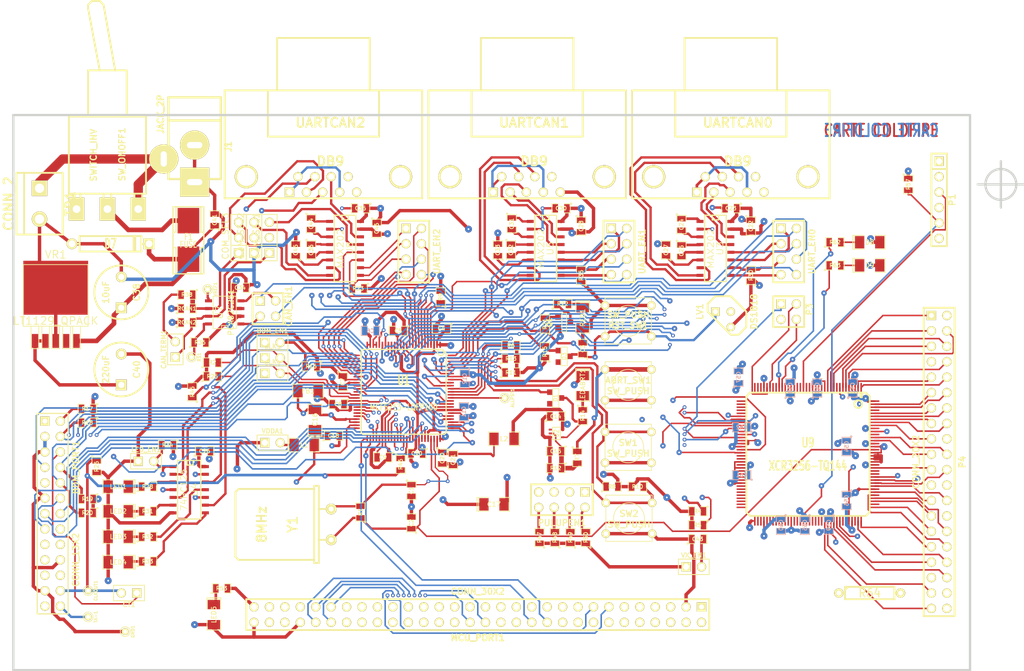
<source format=kicad_pcb>
(kicad_pcb (version 20221018) (generator pcbnew)
  (layers (0 "F.Cu" signal "Composant") (1 "In1.Cu" power "GND_layer") (2 "In2.Cu" power "3.3V_layer") (31 "B.Cu" signal "Cuivre") (34 "B.Paste" user) (35 "F.Paste" user) (36 "B.SilkS" user) (37 "F.SilkS" user) (38 "B.Mask" user) (39 "F.Mask" user) (44 "Edge.Cuts" user))
  (net 0 "")
  (net 1 "/ALLPST")
  (net 2 "/AN0")
  (net 3 "/AN1")
  (net 4 "/AN2")
  (net 5 "/AN3")
  (net 6 "/AN4")
  (net 7 "/AN5")
  (net 8 "/AN6")
  (net 9 "/AN7")
  (net 10 "/BKPT-")
  (net 11 "/CLKIN/EXTAL")
  (net 12 "/CLKMOD0")
  (net 13 "/CLKMOD1")
  (net 14 "/DDAT0")
  (net 15 "/DDAT1")
  (net 16 "/DDAT2")
  (net 17 "/DDAT3")
  (net 18 "/DSCLK")
  (net 19 "/DSI")
  (net 20 "/DSO")
  (net 21 "/DTIN0")
  (net 22 "/DTIN1")
  (net 23 "/DTIN2")
  (net 24 "/DTIN3")
  (net 25 "/GPT0")
  (net 26 "/GPT1")
  (net 27 "/GPT2")
  (net 28 "/GPT3")
  (net 29 "/IRQ-4")
  (net 30 "/IRQ-5")
  (net 31 "/IRQ-6")
  (net 32 "/IRQ-7")
  (net 33 "/JTAG_EN")
  (net 34 "/PST0")
  (net 35 "/PST1")
  (net 36 "/PST2")
  (net 37 "/PST3")
  (net 38 "/QSPI_CS0")
  (net 39 "/QSPI_CS3")
  (net 40 "/TCLK")
  (net 41 "/VDDPLL")
  (net 42 "/inout_user/CANRX")
  (net 43 "/inout_user/CANTX")
  (net 44 "/inout_user/CAN_H")
  (net 45 "/inout_user/CAN_L")
  (net 46 "/inout_user/CTS0")
  (net 47 "/inout_user/CTS1")
  (net 48 "/inout_user/CTS2/CANH")
  (net 49 "/inout_user/PWM1")
  (net 50 "/inout_user/PWM3")
  (net 51 "/inout_user/PWM5")
  (net 52 "/inout_user/PWM7")
  (net 53 "/inout_user/QSPI_DIN")
  (net 54 "/inout_user/QSPI_DOUT")
  (net 55 "/inout_user/QSPI_SCLK")
  (net 56 "/inout_user/RCON-")
  (net 57 "/inout_user/RSTI-")
  (net 58 "/inout_user/RTS0")
  (net 59 "/inout_user/RTS0-")
  (net 60 "/inout_user/RTS1")
  (net 61 "/inout_user/RTS2")
  (net 62 "/inout_user/RXD0")
  (net 63 "/inout_user/RXD1")
  (net 64 "/inout_user/RXD2")
  (net 65 "/inout_user/RxD_CAN")
  (net 66 "/inout_user/TXD0")
  (net 67 "/inout_user/TXD1")
  (net 68 "/inout_user/TXD2/CANL")
  (net 69 "/inout_user/TxD_CAN")
  (net 70 "/inout_user/UCTS0")
  (net 71 "/inout_user/UCTS1")
  (net 72 "/inout_user/UCTS2")
  (net 73 "/inout_user/URTS0")
  (net 74 "/inout_user/URTS1")
  (net 75 "/inout_user/URTS2")
  (net 76 "/inout_user/URXD0")
  (net 77 "/inout_user/URXD1")
  (net 78 "/inout_user/URXD2")
  (net 79 "/inout_user/UTXD0")
  (net 80 "/inout_user/UTXD1")
  (net 81 "/inout_user/UTXD2")
  (net 82 "/inout_user/VCCA")
  (net 83 "/xilinx/+3,3V_OUT")
  (net 84 "/xilinx/GLCK2")
  (net 85 "/xilinx/IRQ-1")
  (net 86 "/xilinx/IRQ-2")
  (net 87 "/xilinx/IRQ-3")
  (net 88 "/xilinx/LED_TEST1")
  (net 89 "/xilinx/LED_TEST2")
  (net 90 "/xilinx/QSPI_CS1")
  (net 91 "/xilinx/QSPI_CS2")
  (net 92 "/xilinx/TCK")
  (net 93 "/xilinx/TDI")
  (net 94 "/xilinx/TDO")
  (net 95 "/xilinx/TMS")
  (net 96 "/xilinx/XIL_D0")
  (net 97 "/xilinx/XIL_D1")
  (net 98 "/xilinx/XIL_D10")
  (net 99 "/xilinx/XIL_D11")
  (net 100 "/xilinx/XIL_D12")
  (net 101 "/xilinx/XIL_D13")
  (net 102 "/xilinx/XIL_D14")
  (net 103 "/xilinx/XIL_D15")
  (net 104 "/xilinx/XIL_D16")
  (net 105 "/xilinx/XIL_D17")
  (net 106 "/xilinx/XIL_D18")
  (net 107 "/xilinx/XIL_D19")
  (net 108 "/xilinx/XIL_D2")
  (net 109 "/xilinx/XIL_D20")
  (net 110 "/xilinx/XIL_D21")
  (net 111 "/xilinx/XIL_D22")
  (net 112 "/xilinx/XIL_D23")
  (net 113 "/xilinx/XIL_D24")
  (net 114 "/xilinx/XIL_D25")
  (net 115 "/xilinx/XIL_D26")
  (net 116 "/xilinx/XIL_D27")
  (net 117 "/xilinx/XIL_D28")
  (net 118 "/xilinx/XIL_D29")
  (net 119 "/xilinx/XIL_D3")
  (net 120 "/xilinx/XIL_D30")
  (net 121 "/xilinx/XIL_D31")
  (net 122 "/xilinx/XIL_D32")
  (net 123 "/xilinx/XIL_D33")
  (net 124 "/xilinx/XIL_D34")
  (net 125 "/xilinx/XIL_D35")
  (net 126 "/xilinx/XIL_D36")
  (net 127 "/xilinx/XIL_D4")
  (net 128 "/xilinx/XIL_D5")
  (net 129 "/xilinx/XIL_D6")
  (net 130 "/xilinx/XIL_D7")
  (net 131 "/xilinx/XIL_D8")
  (net 132 "/xilinx/XIL_D9")
  (net 133 "GND")
  (net 134 "GNDA")
  (net 135 "Net-(ABRT_SW1-Pad1)")
  (net 136 "Net-(BDM_PORT1-Pad1)")
  (net 137 "Net-(BDM_PORT1-Pad21)")
  (net 138 "Net-(BDM_PORT1-Pad22)")
  (net 139 "Net-(BDM_PORT1-Pad26)")
  (net 140 "Net-(BDM_PORT1-Pad6)")
  (net 141 "Net-(C15-Pad1)")
  (net 142 "Net-(C23-Pad2)")
  (net 143 "Net-(C24-Pad1)")
  (net 144 "Net-(C24-Pad2)")
  (net 145 "Net-(C25-Pad1)")
  (net 146 "Net-(C25-Pad2)")
  (net 147 "Net-(C27-Pad1)")
  (net 148 "Net-(C3-Pad1)")
  (net 149 "Net-(C30-Pad2)")
  (net 150 "Net-(C31-Pad1)")
  (net 151 "Net-(C31-Pad2)")
  (net 152 "Net-(C32-Pad1)")
  (net 153 "Net-(C32-Pad2)")
  (net 154 "Net-(C33-Pad1)")
  (net 155 "Net-(C35-Pad2)")
  (net 156 "Net-(C36-Pad1)")
  (net 157 "Net-(C36-Pad2)")
  (net 158 "Net-(C38-Pad1)")
  (net 159 "Net-(C43-Pad2)")
  (net 160 "Net-(C44-Pad1)")
  (net 161 "Net-(C44-Pad2)")
  (net 162 "Net-(C45-Pad1)")
  (net 163 "Net-(CAN_TERM1-Pad2)")
  (net 164 "Net-(COM_SEL1-Pad3)")
  (net 165 "Net-(COM_SEL2-Pad3)")
  (net 166 "Net-(COM_SEL3-Pad3)")
  (net 167 "Net-(D1-Pad2)")
  (net 168 "Net-(D8-Pad1)")
  (net 169 "Net-(D9-Pad1)")
  (net 170 "Net-(F1-Pad1)")
  (net 171 "Net-(J1-Pad3)")
  (net 172 "Net-(L1-Pad1)")
  (net 173 "Net-(LED1-Pad1)")
  (net 174 "Net-(LED2-Pad1)")
  (net 175 "Net-(LED3-Pad1)")
  (net 176 "Net-(LED4-Pad1)")
  (net 177 "Net-(LED5-Pad1)")
  (net 178 "Net-(LEDABRT1-Pad2)")
  (net 179 "Net-(LED_EN1-Pad2)")
  (net 180 "Net-(P3-Pad2)")
  (net 181 "Net-(P3-Pad4)")
  (net 182 "Net-(PULUPEN1-Pad2)")
  (net 183 "Net-(PULUPEN1-Pad4)")
  (net 184 "Net-(PULUPEN1-Pad6)")
  (net 185 "Net-(PULUPEN1-Pad8)")
  (net 186 "Net-(Q1-Pad2)")
  (net 187 "Net-(Q1-Pad3)")
  (net 188 "Net-(R22-Pad2)")
  (net 189 "Net-(R23-Pad2)")
  (net 190 "Net-(R28-Pad2)")
  (net 191 "Net-(R30-Pad2)")
  (net 192 "Net-(R31-Pad2)")
  (net 193 "Net-(R32-Pad2)")
  (net 194 "Net-(R33-Pad2)")
  (net 195 "Net-(R35-Pad2)")
  (net 196 "Net-(R36-Pad1)")
  (net 197 "Net-(R46-Pad1)")
  (net 198 "Net-(R9-Pad1)")
  (net 199 "Net-(SW_ONOFF1-Pad1)")
  (net 200 "Net-(U3-Pad11)")
  (net 201 "Net-(U3-Pad12)")
  (net 202 "Net-(U3-Pad9)")
  (net 203 "Net-(U5-Pad11)")
  (net 204 "Net-(U5-Pad12)")
  (net 205 "Net-(U5-Pad9)")
  (net 206 "Net-(U7-Pad5)")
  (net 207 "Net-(U8-Pad10)")
  (net 208 "Net-(U8-Pad12)")
  (net 209 "Net-(U8-Pad9)")
  (net 210 "Net-(U9-Pad102)")
  (net 211 "Net-(U9-Pad103)")
  (net 212 "Net-(U9-Pad106)")
  (net 213 "Net-(U9-Pad110)")
  (net 214 "Net-(U9-Pad120)")
  (net 215 "Net-(U9-Pad121)")
  (net 216 "Net-(U9-Pad133)")
  (net 217 "Net-(U9-Pad14)")
  (net 218 "Net-(U9-Pad141)")
  (net 219 "Net-(U9-Pad15)")
  (net 220 "Net-(U9-Pad16)")
  (net 221 "Net-(U9-Pad18)")
  (net 222 "Net-(U9-Pad19)")
  (net 223 "Net-(U9-Pad21)")
  (net 224 "Net-(U9-Pad22)")
  (net 225 "Net-(U9-Pad23)")
  (net 226 "Net-(U9-Pad25)")
  (net 227 "Net-(U9-Pad26)")
  (net 228 "Net-(U9-Pad29)")
  (net 229 "Net-(U9-Pad30)")
  (net 230 "Net-(U9-Pad34)")
  (net 231 "Net-(U9-Pad35)")
  (net 232 "Net-(U9-Pad36)")
  (net 233 "Net-(U9-Pad37)")
  (net 234 "Net-(U9-Pad38)")
  (net 235 "Net-(U9-Pad39)")
  (net 236 "Net-(U9-Pad40)")
  (net 237 "Net-(U9-Pad41)")
  (net 238 "Net-(U9-Pad55)")
  (net 239 "Net-(U9-Pad56)")
  (net 240 "Net-(U9-Pad60)")
  (net 241 "Net-(U9-Pad61)")
  (net 242 "Net-(U9-Pad62)")
  (net 243 "Net-(U9-Pad63)")
  (net 244 "Net-(U9-Pad65)")
  (net 245 "Net-(U9-Pad66)")
  (net 246 "Net-(U9-Pad67)")
  (net 247 "Net-(U9-Pad68)")
  (net 248 "Net-(U9-Pad69)")
  (net 249 "Net-(U9-Pad70)")
  (net 250 "Net-(U9-Pad71)")
  (net 251 "Net-(U9-Pad72)")
  (net 252 "Net-(U9-Pad74)")
  (net 253 "Net-(U9-Pad75)")
  (net 254 "Net-(U9-Pad77)")
  (net 255 "Net-(U9-Pad78)")
  (net 256 "Net-(U9-Pad79)")
  (net 257 "Net-(U9-Pad80)")
  (net 258 "Net-(U9-Pad81)")
  (net 259 "Net-(U9-Pad82)")
  (net 260 "Net-(U9-Pad83)")
  (net 261 "Net-(U9-Pad84)")
  (net 262 "Net-(U9-Pad86)")
  (net 263 "Net-(U9-Pad87)")
  (net 264 "Net-(U9-Pad88)")
  (net 265 "Net-(U9-Pad9)")
  (net 266 "Net-(U9-Pad90)")
  (net 267 "Net-(U9-Pad91)")
  (net 268 "Net-(U9-Pad92)")
  (net 269 "Net-(U9-Pad93)")
  (net 270 "Net-(U9-Pad94)")
  (net 271 "Net-(UARTCAN0-Pad1)")
  (net 272 "Net-(UARTCAN0-Pad9)")
  (net 273 "Net-(UARTCAN1-Pad1)")
  (net 274 "Net-(UARTCAN1-Pad9)")
  (net 275 "Net-(UARTCAN2-Pad1)")
  (net 276 "Net-(UARTCAN2-Pad9)")
  (net 277 "Net-(VR1-Pad4)")
  (net 278 "VDD")
  (footprint "VQFP100" (layer "F.Cu") (at 135.382 101.473)
    (fp_text reference "U1")
    (fp_text value "MCF5213-LQFP100")
  )
  (footprint "SM0805" (layer "F.Cu") (at 141.605 91.059 180)
    (fp_text reference "C4")
    (fp_text value "100nF" hide)
  )
  (footprint "SM0805" (layer "F.Cu") (at 134.493 91.44 180)
    (fp_text reference "C5")
    (fp_text value "100nF" hide)
  )
  (footprint "SM0805" (layer "F.Cu") (at 125.349 99.822 -90)
    (fp_text reference "C7")
    (fp_text value "100nF" hide)
  )
  (footprint "SM0805" (layer "F.Cu") (at 124.587 103.505 180)
    (fp_text reference "C8")
    (fp_text value "100nF" hide)
  )
  (footprint "SM0805" (layer "F.Cu") (at 131.953 112.268 180)
    (fp_text reference "C9")
    (fp_text value "100nF" hide)
  )
  (footprint "SM0805" (layer "F.Cu") (at 137.541 111.633 180)
    (fp_text reference "C10")
    (fp_text value "100nF" hide)
  )
  (footprint "SM1206POL" (layer "F.Cu") (at 150.241 120.015)
    (fp_text reference "C17")
    (fp_text value "100uF" hide)
  )
  (footprint "pin_array_13x2" (layer "F.Cu") (at 77.597 121.539 -90)
    (fp_text reference "BDM_PORT1")
    (fp_text value "CONN_13X2")
  )
  (footprint "PIN_ARRAY_2X1" (layer "F.Cu") (at 113.792 93.345)
    (fp_text reference "BDM_EN1")
    (fp_text value "JUMPER" hide)
  )
  (footprint "SM0805" (layer "F.Cu") (at 120.142 97.282 180)
    (fp_text reference "R16")
    (fp_text value "4,7K" hide)
  )
  (footprint "PIN_ARRAY_2X1" (layer "F.Cu") (at 113.792 98.425)
    (fp_text reference "CLK0")
    (fp_text value "JUMPER" hide)
  )
  (footprint "PIN_ARRAY_2X1" (layer "F.Cu") (at 113.792 95.885)
    (fp_text reference "CLK1")
    (fp_text value "JUMPER" hide)
  )
  (footprint "SM0805" (layer "F.Cu") (at 103.886 98.933)
    (fp_text reference "R25")
    (fp_text value "4,7K" hide)
  )
  (footprint "SM0805" (layer "F.Cu") (at 103.886 96.647)
    (fp_text reference "R2")
    (fp_text value "4,7K" hide)
  )
  (footprint "SM0805" (layer "F.Cu") (at 134.874 113.411 -90)
    (fp_text reference "R46")
    (fp_text value "22" hide)
  )
  (footprint "SM0805" (layer "F.Cu") (at 83.312 104.267 180)
    (fp_text reference "R17")
    (fp_text value "4,7K" hide)
  )
  (footprint "SM0805" (layer "F.Cu") (at 83.312 106.553 180)
    (fp_text reference "R18")
    (fp_text value "4,7K" hide)
  )
  (footprint "SM0805" (layer "F.Cu") (at 83.312 119.126 180)
    (fp_text reference "R19")
    (fp_text value "4,7K" hide)
  )
  (footprint "SM0805" (layer "F.Cu") (at 83.312 121.412 180)
    (fp_text reference "R20")
    (fp_text value "4,7K" hide)
  )
  (footprint "PINTST" (layer "F.Cu") (at 83.439 134.239 -90)
    (fp_text reference "CLKOUT1")
    (fp_text value "CONN_1" hide)
  )
  (footprint "SM0805" (layer "F.Cu") (at 84.836 113.792 -90)
    (fp_text reference "R26")
    (fp_text value "10K" hide)
  )
  (footprint "PINTST" (layer "F.Cu") (at 83.439 138.557 -90)
    (fp_text reference "TA-1")
    (fp_text value "CONN_1" hide)
  )
  (footprint "SM0805" (layer "F.Cu") (at 183.769 121.158 180)
    (fp_text reference "R4")
    (fp_text value "10K" hide)
  )
  (footprint "SM0805" (layer "F.Cu") (at 183.769 123.444 180)
    (fp_text reference "R5")
    (fp_text value "10K" hide)
  )
  (footprint "SM0805" (layer "F.Cu") (at 153.035 93.853)
    (fp_text reference "R6")
    (fp_text value "10K" hide)
  )
  (footprint "SM0805" (layer "F.Cu") (at 169.672 117.094)
    (fp_text reference "R8")
    (fp_text value "10K" hide)
  )
  (footprint "SM0805" (layer "F.Cu") (at 173.863 117.094 180)
    (fp_text reference "R10")
    (fp_text value "10K" hide)
  )
  (footprint "SM0805" (layer "F.Cu") (at 153.035 98.298)
    (fp_text reference "R11")
    (fp_text value "10K" hide)
  )
  (footprint "SM0805" (layer "F.Cu") (at 153.035 96.012)
    (fp_text reference "R13")
    (fp_text value "10K" hide)
  )
  (footprint "SM0805" (layer "F.Cu") (at 141.478 85.852 90)
    (fp_text reference "R9")
    (fp_text value "0" hide)
  )
  (footprint "SM1206" (layer "F.Cu") (at 151.892 109.22 180)
    (fp_text reference "L2")
    (fp_text value "10uH" hide)
  )
  (footprint "SM0805" (layer "F.Cu") (at 143.51 112.649 -90)
    (fp_text reference "C21")
    (fp_text value "100nF" hide)
  )
  (footprint "SM0805" (layer "F.Cu") (at 141.732 112.395 -90)
    (fp_text reference "C20")
    (fp_text value "1nF" hide)
  )
  (footprint "SM0805" (layer "F.Cu") (at 100.584 101.473 90)
    (fp_text reference "R45")
    (fp_text value "4,7K" hide)
  )
  (footprint "SM0805" (layer "F.Cu") (at 160.401 105.537)
    (fp_text reference "C14")
    (fp_text value "100nF" hide)
  )
  (footprint "SM0805" (layer "F.Cu") (at 163.957 112.268 -90)
    (fp_text reference "R7")
    (fp_text value "1K" hide)
  )
  (footprint "SM0805" (layer "F.Cu") (at 160.401 114.046 180)
    (fp_text reference "R12")
    (fp_text value "20K" hide)
  )
  (footprint "SM0805" (layer "F.Cu") (at 160.401 111.252 180)
    (fp_text reference "C15")
    (fp_text value "100nF" hide)
  )
  (footprint "SM0805" (layer "F.Cu") (at 164.846 105.41 -90)
    (fp_text reference "R14")
    (fp_text value "270" hide)
  )
  (footprint "SM1206POL" (layer "F.Cu") (at 164.846 100.457 -90)
    (fp_text reference "LEDABRT1")
    (fp_text value "RED" hide)
  )
  (footprint "SW_PUSH_SMALL" (layer "F.Cu") (at 172.339 100.33)
    (fp_text reference "ABRT_SW1")
    (fp_text value "SW_PUSH")
  )
  (footprint "ST23AK#1" (layer "F.Cu") (at 160.401 102.489 90)
    (fp_text reference "D1")
    (fp_text value "BAT54" hide)
  )
  (footprint "PIN_ARRAY_2X1" (layer "F.Cu") (at 113.792 109.855)
    (fp_text reference "VDDA1")
    (fp_text value "JUMPER" hide)
  )
  (footprint "SM1206" (layer "F.Cu") (at 118.999 110.236)
    (fp_text reference "L1")
    (fp_text value "10uH" hide)
  )
  (footprint "SM1206" (layer "F.Cu") (at 119.634 101.346 180)
    (fp_text reference "FB1")
    (fp_text value "BEAD" hide)
  )
  (footprint "SM0805" (layer "F.Cu") (at 123.825 108.712)
    (fp_text reference "C18")
    (fp_text value "100nF" hide)
  )
  (footprint "SM1206POL" (layer "F.Cu") (at 120.777 106.045 90)
    (fp_text reference "C16")
    (fp_text value "10uF" hide)
  )
  (footprint "TO92-INVERT" (layer "F.Cu") (at 187.96 89.535 -90)
    (fp_text reference "LV1")
    (fp_text value "DS1818")
  )
  (footprint "SM0805" (layer "F.Cu") (at 164.846 94.361 90)
    (fp_text reference "C3")
    (fp_text value "1nF" hide)
  )
  (footprint "ST23AK#1" (layer "F.Cu") (at 161.798 95.631 90)
    (fp_text reference "D3")
    (fp_text value "BAT54" hide)
  )
  (footprint "SM0805" (layer "F.Cu") (at 158.623 94.869 90)
    (fp_text reference "R15")
    (fp_text value "4,7K" hide)
  )
  (footprint "SOT23EBC" (layer "F.Cu") (at 161.798 90.043 90)
    (fp_text reference "Q1")
    (fp_text value "3906" hide)
  )
  (footprint "SM0805" (layer "F.Cu") (at 158.623 90.297 90)
    (fp_text reference "R21")
    (fp_text value "4,7K" hide)
  )
  (footprint "SM0805" (layer "F.Cu") (at 161.544 86.995)
    (fp_text reference "R22")
    (fp_text value "270" hide)
  )
  (footprint "SM1206POL" (layer "F.Cu") (at 164.846 89.281 -90)
    (fp_text reference "RED1")
    (fp_text value "LED_RESET1" hide)
  )
  (footprint "PINTST" (layer "F.Cu") (at 152.019 102.489 -90)
    (fp_text reference "ALLPST1")
    (fp_text value "CONN_1" hide)
  )
  (footprint "SM0805" (layer "F.Cu") (at 128.27 121.285 90)
    (fp_text reference "R1")
    (fp_text value "1M" hide)
  )
  (footprint "SM0805" (layer "F.Cu") (at 136.652 117.729 -90)
    (fp_text reference "C1")
    (fp_text value "10pF" hide)
  )
  (footprint "SM0805" (layer "F.Cu") (at 136.652 123.063 90)
    (fp_text reference "C2")
    (fp_text value "10pF" hide)
  )
  (footprint "HC-18UH" (layer "F.Cu") (at 123.444 123.317 -90)
    (fp_text reference "Y1")
    (fp_text value "8MHz")
  )
  (footprint "PIN_ARRAY_30X2" (layer "F.Cu") (at 147.574 138.176 180)
    (fp_text reference "MCU_PORT1")
    (fp_text value "CONN_30X2")
  )
  (footprint "PIN_ARRAY_2X1" (layer "F.Cu") (at 183.134 130.302)
    (fp_text reference "VX_EN1")
    (fp_text value "JUMPER" hide)
  )
  (footprint "SM0805" (layer "F.Cu") (at 183.769 125.73)
    (fp_text reference "C43")
    (fp_text value "100nF" hide)
  )
  (footprint "SO14E" (layer "F.Cu") (at 100.203 117.602 -90)
    (fp_text reference "U4")
    (fp_text value "74HC125")
  )
  (footprint "SM0805" (layer "F.Cu") (at 93.218 117.094)
    (fp_text reference "R28")
    (fp_text value "270" hide)
  )
  (footprint "SM0805" (layer "F.Cu") (at 93.218 121.158)
    (fp_text reference "R31")
    (fp_text value "270" hide)
  )
  (footprint "SM0805" (layer "F.Cu") (at 93.218 125.349)
    (fp_text reference "R32")
    (fp_text value "270" hide)
  )
  (footprint "SM0805" (layer "F.Cu") (at 93.218 129.413)
    (fp_text reference "R33")
    (fp_text value "270" hide)
  )
  (footprint "SM1206POL" (layer "F.Cu") (at 88.392 117.094 180)
    (fp_text reference "LED1")
    (fp_text value "LED" hide)
  )
  (footprint "SM1206POL" (layer "F.Cu") (at 88.392 121.158 180)
    (fp_text reference "LED2")
    (fp_text value "LED" hide)
  )
  (footprint "SM1206POL" (layer "F.Cu") (at 88.392 125.349 180)
    (fp_text reference "LED3")
    (fp_text value "LED" hide)
  )
  (footprint "SM1206POL" (layer "F.Cu") (at 88.392 129.54 180)
    (fp_text reference "LED4")
    (fp_text value "LED" hide)
  )
  (footprint "PIN_ARRAY_2X1" (layer "F.Cu") (at 92.964 112.903)
    (fp_text reference "LED_EN1")
    (fp_text value "JUMPER" hide)
  )
  (footprint "SM0805" (layer "F.Cu") (at 96.52 110.236 180)
    (fp_text reference "R34")
    (fp_text value "10K" hide)
  )
  (footprint "SO16E" (layer "F.Cu") (at 186.69 77.851 -90)
    (fp_text reference "U3")
    (fp_text value "MAX202")
  )
  (footprint "DB9FC" (layer "F.Cu") (at 189.103 67.31)
    (fp_text reference "UARTCAN0")
    (fp_text value "DB9")
  )
  (footprint "pin_array_4x2" (layer "F.Cu") (at 198.755 78.359 -90)
    (fp_text reference "UART_EN0")
    (fp_text value "CONN_4X2" hide)
  )
  (footprint "SM0805" (layer "F.Cu") (at 189.23 71.247 180)
    (fp_text reference "C23")
    (fp_text value "100nF" hide)
  )
  (footprint "SM0805" (layer "F.Cu") (at 181.102 73.914 -90)
    (fp_text reference "C24")
    (fp_text value "100nF" hide)
  )
  (footprint "SM0805" (layer "F.Cu") (at 181.102 78.232 -90)
    (fp_text reference "C25")
    (fp_text value "100nF" hide)
  )
  (footprint "SM0805" (layer "F.Cu") (at 192.532 74.168 -90)
    (fp_text reference "C22")
    (fp_text value "100nF" hide)
  )
  (footprint "SM0805" (layer "F.Cu") (at 178.562 78.105 90)
    (fp_text reference "C27")
    (fp_text value "100nF" hide)
  )
  (footprint "SO16E" (layer "F.Cu") (at 158.75 77.851 -90)
    (fp_text reference "U5")
    (fp_text value "MAX202")
  )
  (footprint "DB9FC" (layer "F.Cu") (at 155.575 67.31)
    (fp_text reference "UARTCAN1")
    (fp_text value "DB9")
  )
  (footprint "pin_array_4x2" (layer "F.Cu") (at 170.815 78.359 -90)
    (fp_text reference "UART_EN1")
    (fp_text value "CONN_4X2" hide)
  )
  (footprint "SM0805" (layer "F.Cu") (at 161.29 71.247 180)
    (fp_text reference "C30")
    (fp_text value "100nF" hide)
  )
  (footprint "SM0805" (layer "F.Cu") (at 153.162 73.787 -90)
    (fp_text reference "C31")
    (fp_text value "100nF" hide)
  )
  (footprint "SM0805" (layer "F.Cu") (at 153.035 78.105 -90)
    (fp_text reference "C32")
    (fp_text value "100nF" hide)
  )
  (footprint "SM0805" (layer "F.Cu") (at 164.592 74.168 -90)
    (fp_text reference "C28")
    (fp_text value "100nF" hide)
  )
  (footprint "SM0805" (layer "F.Cu") (at 150.876 78.105 90)
    (fp_text reference "C33")
    (fp_text value "100nF" hide)
  )
  (footprint "SO16E" (layer "F.Cu") (at 125.73 77.851 -90)
    (fp_text reference "U8")
    (fp_text value "MAX202")
  )
  (footprint "DB9FC" (layer "F.Cu") (at 122.047 67.31)
    (fp_text reference "UARTCAN2")
    (fp_text value "DB9")
  )
  (footprint "pin_array_4x2" (layer "F.Cu") (at 137.033 78.359 -90)
    (fp_text reference "UART_EN2")
    (fp_text value "CONN_4X2" hide)
  )
  (footprint "SM0805" (layer "F.Cu") (at 128.27 71.247 180)
    (fp_text reference "C35")
    (fp_text value "100nF" hide)
  )
  (footprint "SM0805" (layer "F.Cu") (at 120.142 73.787 -90)
    (fp_text reference "C44")
    (fp_text value "100nF" hide)
  )
  (footprint "SM0805" (layer "F.Cu") (at 120.142 78.105 -90)
    (fp_text reference "C36")
    (fp_text value "100nF" hide)
  )
  (footprint "SM0805" (layer "F.Cu") (at 130.937 74.549 -90)
    (fp_text reference "C46")
    (fp_text value "100nF" hide)
  )
  (footprint "SM0805" (layer "F.Cu") (at 117.602 78.105 90)
    (fp_text reference "C45")
    (fp_text value "100nF" hide)
  )
  (footprint "SM0805" (layer "F.Cu") (at 127.889 84.455 180)
    (fp_text reference "R23")
    (fp_text value "10K" hide)
  )
  (footprint "SM0805" (layer "F.Cu") (at 164.592 82.296 90)
    (fp_text reference "R35")
    (fp_text value "10K" hide)
  )
  (footprint "SM0805" (layer "F.Cu") (at 192.532 82.296 90)
    (fp_text reference "R30")
    (fp_text value "10K" hide)
  )
  (footprint "PIN_ARRAY_3X1" (layer "F.Cu") (at 108.204 76.073 90)
    (fp_text reference "COM_SEL3")
    (fp_text value "CONN_3" hide)
  )
  (footprint "PIN_ARRAY_3X1" (layer "F.Cu") (at 110.744 76.073 90)
    (fp_text reference "COM_SEL2")
    (fp_text value "CONN_3" hide)
  )
  (footprint "PIN_ARRAY_3X1" (layer "F.Cu") (at 113.284 76.073 90)
    (fp_text reference "COM_SEL1")
    (fp_text value "CONN_3" hide)
  )
  (footprint "pin_array_4x2" (layer "F.Cu") (at 161.417 119.253 180)
    (fp_text reference "PULUPEN1")
    (fp_text value "CONN_4X2" hide)
  )
  (footprint "SM0805" (layer "F.Cu") (at 165.354 125.476 90)
    (fp_text reference "R50")
    (fp_text value "4,7K" hide)
  )
  (footprint "SM0805" (layer "F.Cu") (at 162.814 125.476 90)
    (fp_text reference "R49")
    (fp_text value "4,7K" hide)
  )
  (footprint "SM0805" (layer "F.Cu") (at 160.274 125.476 90)
    (fp_text reference "R48")
    (fp_text value "4,7K" hide)
  )
  (footprint "SM0805" (layer "F.Cu") (at 157.734 125.476 90)
    (fp_text reference "R47")
    (fp_text value "4,7K" hide)
  )
  (footprint "PIN_ARRAY_2X2" (layer "F.Cu") (at 113.03 87.757 -90)
    (fp_text reference "CAN_EN1")
    (fp_text value "CONN_2X2" hide)
  )
  (footprint "SW_PUSH_SMALL" (layer "F.Cu") (at 172.339 110.617)
    (fp_text reference "SW1")
    (fp_text value "SW_PUSH")
  )
  (footprint "SW_PUSH_SMALL" (layer "F.Cu") (at 172.466 122.301)
    (fp_text reference "SW2")
    (fp_text value "SW_PUSH")
  )
  (footprint "C2V8" (layer "F.Cu") (at 88.9 97.79 90)
    (fp_text reference "C40")
    (fp_text value "220uF")
  )
  (footprint "SM0805" (layer "F.Cu") (at 105.41 133.858)
    (fp_text reference "R53")
    (fp_text value "270" hide)
  )
  (footprint "SM1206POL" (layer "F.Cu") (at 104.14 138.176 -90)
    (fp_text reference "LED5")
    (fp_text value "LED" hide)
  )
  (footprint "C2V8" (layer "F.Cu") (at 88.9 85.09 90)
    (fp_text reference "C38")
    (fp_text value "10uF")
  )
  (footprint "D5" (layer "F.Cu") (at 87.122 77.089)
    (fp_text reference "D7")
    (fp_text value "1N4004" hide)
  )
  (footprint "SM0805" (layer "F.Cu") (at 104.267 73.152 90)
    (fp_text reference "C41")
    (fp_text value "100nF" hide)
  )
  (footprint "FSUPCMS" (layer "F.Cu") (at 99.949 76.454)
    (fp_text reference "F1")
    (fp_text value "FUSE")
  )
  (footprint "SW_SPDT" (layer "F.Cu") (at 86.614 71.374 90)
    (fp_text reference "SW_ONOFF1")
    (fp_text value "SWITCH_INV")
  )
  (footprint "JACK_ALIM" (layer "F.Cu") (at 100.965 60.833 -90)
    (fp_text reference "J1")
    (fp_text value "JACK_2P")
  )
  (footprint "bornier2" (layer "F.Cu") (at 75.438 70.485 -90)
    (fp_text reference "TB1")
    (fp_text value "CONN_2")
  )
  (footprint "SO8E" (layer "F.Cu") (at 105.918 88.392 90)
    (fp_text reference "U7")
    (fp_text value "PCA82C251")
  )
  (footprint "SM0805" (layer "F.Cu") (at 108.458 84.328)
    (fp_text reference "C34")
    (fp_text value "100nF" hide)
  )
  (footprint "PINTST" (layer "F.Cu") (at 103.124 84.582 -90)
    (fp_text reference "VREF1")
    (fp_text value "CONN_1" hide)
  )
  (footprint "SM0805" (layer "F.Cu") (at 101.854 93.345)
    (fp_text reference "R36")
    (fp_text value "1K" hide)
  )
  (footprint "PINTST" (layer "F.Cu") (at 100.457 95.758 -90)
    (fp_text reference "RS1")
    (fp_text value "CONN_1" hide)
  )
  (footprint "PIN_ARRAY_2X1" (layer "F.Cu") (at 97.79 94.488 90)
    (fp_text reference "CAN_TERM1")
    (fp_text value "JUMPER" hide)
  )
  (footprint "SM0805" (layer "F.Cu") (at 99.695 85.471 180)
    (fp_text reference "R38")
    (fp_text value "62" hide)
  )
  (footprint "SM0805" (layer "F.Cu") (at 99.695 90.043)
    (fp_text reference "RCAN2")
    (fp_text value "R" hide)
  )
  (footprint "SM0805" (layer "F.Cu") (at 99.695 87.757)
    (fp_text reference "RCAN1")
    (fp_text value "R" hide)
  )
  (footprint "SW_PUSH_SMALL" (layer "F.Cu") (at 172.339 89.789 180)
    (fp_text reference "RST_SW1")
    (fp_text value "SW_PUSH")
  )
  (footprint "PIN_ARRAY_2X1" (layer "F.Cu") (at 90.17 134.62 180)
    (fp_text reference "CT1")
    (fp_text value "JUMPER" hide)
  )
  (footprint "SM0805" (layer "F.Cu") (at 102.616 111.252)
    (fp_text reference "C26")
    (fp_text value "100nF" hide)
  )
  (footprint "SOT353" (layer "F.Cu") (at 160.528 108.331)
    (fp_text reference "U2")
    (fp_text value "74AHC1G14" hide)
  )
  (footprint "PINTST" (layer "F.Cu") (at 89.535 140.97 -90)
    (fp_text reference "GND1")
    (fp_text value "CONN_1" hide)
  )
  (footprint "DPAK5" (layer "F.Cu") (at 78.105 93.091)
    (fp_text reference "VR1")
    (fp_text value "LT1129_QPACK")
  )
  (footprint "PIN_ARRAY-6X1" (layer "F.Cu") (at 223.52 69.85 -90)
    (fp_text reference "P1")
    (fp_text value "CONN_6" hide)
  )
  (footprint "SM0805" (layer "F.Cu") (at 206.375 80.645)
    (fp_text reference "R63")
    (fp_text value "1K" hide)
  )
  (footprint "SM1206POL" (layer "F.Cu") (at 212.09 80.645)
    (fp_text reference "D9")
    (fp_text value "LED" hide)
  )
  (footprint "SM0805" (layer "F.Cu") (at 206.375 76.835)
    (fp_text reference "R62")
    (fp_text value "1K" hide)
  )
  (footprint "SM1206POL" (layer "F.Cu") (at 212.09 76.835)
    (fp_text reference "D8")
    (fp_text value "LED" hide)
  )
  (footprint "SM0805" (layer "F.Cu") (at 218.44 67.31 -90)
    (fp_text reference "R57")
    (fp_text value "4K7" hide)
  )
  (footprint "PIN_ARRAY_2X2" (layer "F.Cu") (at 198.755 88.265 -90)
    (fp_text reference "P3")
    (fp_text value "CONN_2X2" hide)
  )
  (footprint "PIN_ARRAY_20X2" (layer "F.Cu") (at 223.52 113.03 -90)
    (fp_text reference "P4")
    (fp_text value "CONN_20X2")
  )
  (footprint "TQFP144" (layer "F.Cu") (at 201.93 111.76)
    (fp_text reference "U9")
    (fp_text value "XCR3256-TQ144")
  )
  (footprint "R4" (layer "F.Cu") (at 212.09 134.62)
    (fp_text reference "R64")
    (fp_text value "3,3" hide)
  )
  (footprint "SM0805" (layer "B.Cu") (at 145.288 104.775 90)
    (fp_text reference "C11")
    (fp_text value "100nF" hide)
  )
  (footprint "SM0805" (layer "B.Cu") (at 145.415 99.314 -90)
    (fp_text reference "C12")
    (fp_text value "100nF" hide)
  )
  (footprint "SM0805" (layer "B.Cu") (at 129.921 91.44 180)
    (fp_text reference "C6")
    (fp_text value "100nF" hide)
  )
  (footprint "SM0805" (layer "B.Cu") (at 201.422 123.444 -90)
    (fp_text reference "C55")
    (fp_text value "100nF" hide)
  )
  (footprint "SM0805" (layer "B.Cu") (at 208.28 119.38 -90)
    (fp_text reference "C56")
    (fp_text value "100nF" hide)
  )
  (footprint "SM0805" (layer "B.Cu") (at 190.5 99.06 90)
    (fp_text reference "C57")
    (fp_text value "100nF" hide)
  )
  (footprint "SM0805" (layer "B.Cu") (at 199.009 100.838 90)
    (fp_text reference "C58")
    (fp_text value "100nF" hide)
  )
  (footprint "SM0805" (layer "B.Cu") (at 209.296 100.838 90)
    (fp_text reference "C51")
    (fp_text value "100nF" hide)
  )
  (footprint "SM0805" (layer "B.Cu") (at 191.008 107.315 180)
    (fp_text reference "C52")
    (fp_text value "100nF" hide)
  )
  (footprint "SM0805" (layer "B.Cu") (at 203.454 100.838 90)
    (fp_text reference "C53")
    (fp_text value "100nF" hide)
  )
  (footprint "SM0805" (layer "B.Cu") (at 208.28 110.49 -90)
    (fp_text reference "C54")
    (fp_text value "100nF" hide)
  )
  (footprint "SM0805" (layer "B.Cu") (at 205.359 123.444 -90)
    (fp_text reference "C59")
    (fp_text value "100nF" hide)
  )
  (footprint "SM0805" (layer "B.Cu") (at 197.485 123.444 -90)
    (fp_text reference "C60")
    (fp_text value "100nF" hide)
  )
  (footprint "SM0805" (layer "B.Cu") (at 191.008 115.189 180)
    (fp_text reference "C61")
    (fp_text value "100nF" hide)
  )
  (gr_line (start 228.6 55.88) (end 71.12 55.88) (stroke (width 0.381)) (layer "Edge.Cuts"))
  (gr_line (start 228.6 55.88) (end 228.6 147.32) (stroke (width 0.381)) (layer "Edge.Cuts"))
  (gr_line (start 71.12 55.88) (end 71.12 147.32) (stroke (width 0.381)) (layer "Edge.Cuts"))
  (gr_line (start 71.12 147.32) (end 228.6 147.32) (stroke (width 0.381)) (layer "Edge.Cuts"))
  (gr_text "CARTE COLDFIRE" (at 213.995 58.42) (layer "F.Cu") (effects (font (size 2.032 1.524) (thickness 0.3048))))
  (gr_text "CARTE COLDFIRE" (at 213.995 58.42) (layer "B.Cu") (effects (font (size 2.032 1.524) (thickness 0.3048)) (justify mirror)))
  (target plus (at 233.68 67.31) (size 7.62) (width 0.381) (layer "Edge.Cuts"))
  (segment (start 152.019 102.489) (end 143.129 102.4636) (width 0.254) (layer "F.Cu") (net 1))
  (segment (start 129.0574 103.9622) (end 127.635 103.9876) (width 0.254) (layer "F.Cu") (net 2))
  (segment (start 131.191 104.521) (end 130.81 104.14) (width 0.254) (layer "F.Cu") (net 2))
  (segment (start 131.318 104.902) (end 131.191 104.521) (width 0.254) (layer "F.Cu") (net 2))
  (segment (start 129.286 104.14) (end 129.0574 103.9622) (width 0.254) (layer "F.Cu") (net 2))
  (segment (start 130.81 104.14) (end 129.286 104.14) (width 0.254) (layer "F.Cu") (net 2))
  (via (at 131.318 104.902) (size 0.635) (drill 0.3) (layers "F.Cu" "B.Cu") (net 2))
  (segment (start 130.048 104.648) (end 130.429 104.902) (width 0.254) (layer "F.Cu") (net 3))
  (segment (start 129.159 104.648) (end 130.048 104.648) (width 0.254) (layer "F.Cu") (net 3))
  (segment (start 128.9304 104.4702) (end 129.159 104.648) (width 0.254) (layer "F.Cu") (net 3))
  (segment (start 127.635 104.4702) (end 128.9304 104.4702) (width 0.254) (layer "F.Cu") (net 3))
  (via (at 130.429 104.902) (size 0.635) (drill 0.3) (layers "F.Cu" "B.Cu") (net 3))
  (segment (start 128.8034 104.9782) (end 127.635 104.9782) (width 0.254) (layer "F.Cu") (net 4))
  (segment (start 129.032 105.156) (end 128.8034 104.9782) (width 0.254) (layer "F.Cu") (net 4))
  (segment (start 129.54 105.41) (end 129.032 105.156) (width 0.254) (layer "F.Cu") (net 4))
  (via (at 129.54 105.41) (size 0.635) (drill 0.3) (layers "F.Cu" "B.Cu") (net 4))
  (segment (start 128.6764 105.4862) (end 128.905 105.664) (width 0.254) (layer "F.Cu") (net 5))
  (segment (start 127.635 105.4862) (end 128.6764 105.4862) (width 0.254) (layer "F.Cu") (net 5))
  (segment (start 128.905 105.664) (end 129.032 105.918) (width 0.254) (layer "F.Cu") (net 5))
  (segment (start 129.032 105.918) (end 129.54 106.299) (width 0.254) (layer "F.Cu") (net 5))
  (via (at 129.54 106.299) (size 0.635) (drill 0.3) (layers "F.Cu" "B.Cu") (net 5))
  (segment (start 130.8862 107.6198) (end 130.8862 109.22) (width 0.254) (layer "F.Cu") (net 6))
  (segment (start 130.8862 107.6198) (end 131.064 107.442) (width 0.254) (layer "F.Cu") (net 6))
  (segment (start 131.064 107.442) (end 131.064 106.426) (width 0.254) (layer "F.Cu") (net 6))
  (via (at 131.064 106.426) (size 0.635) (drill 0.3) (layers "F.Cu" "B.Cu") (net 6))
  (segment (start 130.3782 107.7468) (end 130.048 107.188) (width 0.254) (layer "F.Cu") (net 7))
  (segment (start 130.3782 109.22) (end 130.3782 107.7468) (width 0.254) (layer "F.Cu") (net 7))
  (via (at 130.048 107.188) (size 0.889) (drill 0.3) (layers "F.Cu" "B.Cu") (net 7))
  (segment (start 129.159 111.252) (end 129.413 110.998) (width 0.254) (layer "F.Cu") (net 8))
  (segment (start 129.413 110.998) (end 129.413 110.617) (width 0.254) (layer "F.Cu") (net 8))
  (segment (start 129.413 110.617) (end 129.87528 110.15472) (width 0.254) (layer "F.Cu") (net 8))
  (segment (start 129.87528 110.15472) (end 129.8956 109.22) (width 0.254) (layer "F.Cu") (net 8))
  (segment (start 129.159 112.014) (end 129.159 111.252) (width 0.254) (layer "F.Cu") (net 8))
  (via (at 129.159 112.014) (size 0.889) (drill 0.3) (layers "F.Cu" "B.Cu") (net 8))
  (segment (start 159.004 139.446) (end 159.004 139.319) (width 0.254) (layer "B.Cu") (net 8))
  (segment (start 138.43 132.461) (end 129.159 123.19) (width 0.254) (layer "B.Cu") (net 8))
  (segment (start 157.734 138.049) (end 157.734 136.017) (width 0.254) (layer "B.Cu") (net 8))
  (segment (start 154.178 132.461) (end 138.43 132.461) (width 0.254) (layer "B.Cu") (net 8))
  (segment (start 159.004 139.319) (end 157.734 138.049) (width 0.254) (layer "B.Cu") (net 8))
  (segment (start 129.159 123.19) (end 129.159 112.014) (width 0.254) (layer "B.Cu") (net 8))
  (segment (start 157.734 136.017) (end 154.178 132.461) (width 0.254) (layer "B.Cu") (net 8))
  (segment (start 128.905 109.22) (end 128.397 109.728) (width 0.254) (layer "F.Cu") (net 9))
  (segment (start 128.397 109.728) (end 128.397 113.665) (width 0.254) (layer "F.Cu") (net 9))
  (segment (start 129.3876 109.22) (end 128.905 109.22) (width 0.254) (layer "F.Cu") (net 9))
  (via (at 128.397 113.665) (size 0.889) (drill 0.3) (layers "F.Cu" "B.Cu") (net 9))
  (segment (start 128.397 124.333) (end 137.414 133.35) (width 0.254) (layer "B.Cu") (net 9))
  (segment (start 155.194 135.636) (end 155.194 138.176) (width 0.254) (layer "B.Cu") (net 9))
  (segment (start 155.194 138.176) (end 156.464 139.446) (width 0.254) (layer "B.Cu") (net 9))
  (segment (start 137.414 133.35) (end 152.908 133.35) (width 0.254) (layer "B.Cu") (net 9))
  (segment (start 152.908 133.35) (end 155.194 135.636) (width 0.254) (layer "B.Cu") (net 9))
  (segment (start 128.397 113.665) (end 128.397 124.333) (width 0.254) (layer "B.Cu") (net 9))
  (segment (start 146.431 109.855) (end 145.288 108.712) (width 0.254) (layer "F.Cu") (net 10))
  (segment (start 144.5514 107.4674) (end 143.129 107.4674) (width 0.254) (layer "F.Cu") (net 10))
  (segment (start 145.288 108.712) (end 145.288 108.204) (width 0.254) (layer "F.Cu") (net 10))
  (segment (start 78.867 106.299) (end 80.391 104.775) (width 0.381) (layer "F.Cu") (net 10))
  (segment (start 145.288 108.204) (end 144.5514 107.4674) (width 0.254) (layer "F.Cu") (net 10))
  (segment (start 146.685 109.855) (end 146.431 109.855) (width 0.254) (layer "F.Cu") (net 10))
  (segment (start 80.899 104.267) (end 80.391 104.775) (width 0.4318) (layer "F.Cu") (net 10))
  (segment (start 82.3595 104.267) (end 80.899 104.267) (width 0.4318) (layer "F.Cu") (net 10))
  (via (at 87.63 112.141) (size 0.889) (drill 0.3) (layers "F.Cu" "B.Cu") (net 10))
  (via (at 146.685 109.855) (size 0.889) (drill 0.3) (layers "F.Cu" "B.Cu") (net 10))
  (segment (start 87.63 112.141) (end 90.17 114.681) (width 0.254) (layer "B.Cu") (net 10))
  (segment (start 117.729 114.173) (end 119.253 112.649) (width 0.254) (layer "B.Cu") (net 10))
  (segment (start 107.696 111.379) (end 110.49 114.173) (width 0.254) (layer "B.Cu") (net 10))
  (segment (start 132.461 110.617) (end 133.604 111.76) (width 0.254) (layer "B.Cu") (net 10))
  (segment (start 143.637 109.855) (end 146.685 109.855) (width 0.254) (layer "B.Cu") (net 10))
  (segment (start 133.604 111.76) (end 141.732 111.76) (width 0.254) (layer "B.Cu") (net 10))
  (segment (start 125.476 112.649) (end 127.508 110.617) (width 0.254) (layer "B.Cu") (net 10))
  (segment (start 141.732 111.76) (end 143.637 109.855) (width 0.254) (layer "B.Cu") (net 10))
  (segment (start 95.377 113.665) (end 97.917 113.665) (width 0.254) (layer "B.Cu") (net 10))
  (segment (start 90.17 114.681) (end 94.361 114.681) (width 0.254) (layer "B.Cu") (net 10))
  (segment (start 119.253 112.649) (end 125.476 112.649) (width 0.254) (layer "B.Cu") (net 10))
  (segment (start 97.917 113.665) (end 100.203 111.379) (width 0.254) (layer "B.Cu") (net 10))
  (segment (start 110.49 114.173) (end 117.729 114.173) (width 0.254) (layer "B.Cu") (net 10))
  (segment (start 94.361 114.681) (end 95.377 113.665) (width 0.254) (layer "B.Cu") (net 10))
  (segment (start 100.203 111.379) (end 107.696 111.379) (width 0.254) (layer "B.Cu") (net 10))
  (segment (start 127.508 110.617) (end 132.461 110.617) (width 0.254) (layer "B.Cu") (net 10))
  (segment (start 141.859 114.554) (end 141.224 114.554) (width 0.2) (layer "F.Cu") (net 11))
  (segment (start 140.589 113.919) (end 140.589 111.379) (width 0.2) (layer "F.Cu") (net 11))
  (segment (start 123.8885 120.3325) (end 123.444 120.777) (width 0.381) (layer "F.Cu") (net 11))
  (segment (start 131.826 116.7765) (end 128.27 120.3325) (width 0.381) (layer "F.Cu") (net 11))
  (segment (start 142.621 115.316) (end 141.859 114.554) (width 0.2) (layer "F.Cu") (net 11))
  (segment (start 142.621 116.205) (end 142.621 115.316) (width 0.2) (layer "F.Cu") (net 11))
  (segment (start 140.3858 111.0488) (end 140.589 111.379) (width 0.2) (layer "F.Cu") (net 11))
  (segment (start 140.3858 109.22) (end 140.3858 111.0488) (width 0.2) (layer "F.Cu") (net 11))
  (segment (start 138.8745 116.7765) (end 139.446 116.205) (width 0.2) (layer "F.Cu") (net 11))
  (segment (start 136.652 116.7765) (end 138.8745 116.7765) (width 0.2) (layer "F.Cu") (net 11))
  (segment (start 136.652 116.7765) (end 131.826 116.7765) (width 0.381) (layer "F.Cu") (net 11))
  (segment (start 141.224 114.554) (end 140.589 113.919) (width 0.2) (layer "F.Cu") (net 11))
  (segment (start 128.27 120.3325) (end 123.8885 120.3325) (width 0.381) (layer "F.Cu") (net 11))
  (via (at 139.446 116.205) (size 0.635) (drill 0.3) (layers "F.Cu" "B.Cu") (net 11))
  (via (at 142.621 116.205) (size 0.635) (drill 0.3) (layers "F.Cu" "B.Cu") (net 11))
  (segment (start 139.446 116.205) (end 142.621 116.205) (width 0.2) (layer "B.Cu") (net 11))
  (segment (start 113.792 97.155) (end 108.966 97.155) (width 0.254) (layer "F.Cu") (net 12))
  (segment (start 127.635 102.489) (end 126.492 102.489) (width 0.254) (layer "F.Cu") (net 12))
  (segment (start 123.444 102.235) (end 123.19 101.981) (width 0.254) (layer "F.Cu") (net 12))
  (segment (start 107.188 98.933) (end 104.8385 98.933) (width 0.254) (layer "F.Cu") (net 12))
  (segment (start 108.966 97.155) (end 107.188 98.933) (width 0.254) (layer "F.Cu") (net 12))
  (segment (start 123.19 101.981) (end 123.19 100.965) (width 0.254) (layer "F.Cu") (net 12))
  (segment (start 116.586 98.425) (end 115.062 98.425) (width 0.254) (layer "F.Cu") (net 12))
  (segment (start 126.238 102.235) (end 123.444 102.235) (width 0.254) (layer "F.Cu") (net 12))
  (segment (start 118.11 99.949) (end 116.586 98.425) (width 0.254) (layer "F.Cu") (net 12))
  (segment (start 115.062 98.425) (end 113.792 97.155) (width 0.254) (layer "F.Cu") (net 12))
  (segment (start 122.174 99.949) (end 118.11 99.949) (width 0.254) (layer "F.Cu") (net 12))
  (segment (start 126.492 102.489) (end 126.238 102.235) (width 0.254) (layer "F.Cu") (net 12))
  (segment (start 123.19 100.965) (end 122.174 99.949) (width 0.254) (layer "F.Cu") (net 12))
  (segment (start 122.809 99.695) (end 122.555 99.441) (width 0.254) (layer "F.Cu") (net 13))
  (segment (start 122.555 99.441) (end 118.618 99.441) (width 0.254) (layer "F.Cu") (net 13))
  (segment (start 115.062 95.885) (end 113.792 94.615) (width 0.254) (layer "F.Cu") (net 13))
  (segment (start 122.809 99.949) (end 122.809 99.695) (width 0.254) (layer "F.Cu") (net 13))
  (segment (start 108.966 94.615) (end 106.934 96.647) (width 0.254) (layer "F.Cu") (net 13))
  (segment (start 124.587 101.727) (end 122.809 99.949) (width 0.254) (layer "F.Cu") (net 13))
  (segment (start 113.792 94.615) (end 108.966 94.615) (width 0.254) (layer "F.Cu") (net 13))
  (segment (start 127.635 101.981) (end 126.746 101.981) (width 0.254) (layer "F.Cu") (net 13))
  (segment (start 106.934 96.647) (end 104.8385 96.647) (width 0.254) (layer "F.Cu") (net 13))
  (segment (start 126.492 101.727) (end 124.587 101.727) (width 0.254) (layer "F.Cu") (net 13))
  (segment (start 118.618 99.441) (end 115.062 95.885) (width 0.254) (layer "F.Cu") (net 13))
  (segment (start 126.746 101.981) (end 126.492 101.727) (width 0.254) (layer "F.Cu") (net 13))
  (segment (start 144.78 106.9594) (end 144.907 107.061) (width 0.254) (layer "F.Cu") (net 14))
  (segment (start 145.796 107.95) (end 146.558 107.95) (width 0.254) (layer "F.Cu") (net 14))
  (segment (start 144.907 107.061) (end 145.796 107.95) (width 0.254) (layer "F.Cu") (net 14))
  (segment (start 143.129 106.9594) (end 144.78 106.9594) (width 0.254) (layer "F.Cu") (net 14))
  (via (at 84.836 108.585) (size 0.635) (drill 0.3) (layers "F.Cu" "B.Cu") (net 14))
  (via (at 146.558 107.95) (size 0.889) (drill 0.3) (layers "F.Cu" "B.Cu") (net 14))
  (segment (start 85.725 107.696) (end 84.836 108.585) (width 0.254) (layer "B.Cu") (net 14))
  (segment (start 144.526 107.823) (end 140.97 107.823) (width 0.254) (layer "B.Cu") (net 14))
  (segment (start 106.299 107.696) (end 85.725 107.696) (width 0.254) (layer "B.Cu") (net 14))
  (segment (start 137.16 104.013) (end 135.509 104.013) (width 0.254) (layer "B.Cu") (net 14))
  (segment (start 146.558 107.95) (end 144.653 107.95) (width 0.254) (layer "B.Cu") (net 14))
  (segment (start 115.824 106.045) (end 107.95 106.045) (width 0.254) (layer "B.Cu") (net 14))
  (segment (start 119.888 103.251) (end 116.84 103.251) (width 0.254) (layer "B.Cu") (net 14))
  (segment (start 144.653 107.95) (end 144.526 107.823) (width 0.254) (layer "B.Cu") (net 14))
  (segment (start 122.682 103.886) (end 120.523 103.886) (width 0.254) (layer "B.Cu") (net 14))
  (segment (start 116.205 103.886) (end 116.205 105.664) (width 0.254) (layer "B.Cu") (net 14))
  (segment (start 134.493 102.997) (end 133.477 102.997) (width 0.254) (layer "B.Cu") (net 14))
  (segment (start 116.84 103.251) (end 116.205 103.886) (width 0.254) (layer "B.Cu") (net 14))
  (segment (start 107.95 106.045) (end 106.299 107.696) (width 0.254) (layer "B.Cu") (net 14))
  (segment (start 140.97 107.823) (end 137.16 104.013) (width 0.254) (layer "B.Cu") (net 14))
  (segment (start 135.509 104.013) (end 134.493 102.997) (width 0.254) (layer "B.Cu") (net 14))
  (segment (start 132.842 103.632) (end 122.936 103.632) (width 0.254) (layer "B.Cu") (net 14))
  (segment (start 116.205 105.664) (end 115.824 106.045) (width 0.254) (layer "B.Cu") (net 14))
  (segment (start 120.523 103.886) (end 119.888 103.251) (width 0.254) (layer "B.Cu") (net 14))
  (segment (start 122.936 103.632) (end 122.682 103.886) (width 0.254) (layer "B.Cu") (net 14))
  (segment (start 133.477 102.997) (end 132.842 103.632) (width 0.254) (layer "B.Cu") (net 14))
  (segment (start 145.415 106.68) (end 146.558 106.68) (width 0.254) (layer "F.Cu") (net 15))
  (segment (start 145.2118 106.4768) (end 145.415 106.68) (width 0.254) (layer "F.Cu") (net 15))
  (segment (start 143.129 106.4768) (end 145.2118 106.4768) (width 0.254) (layer "F.Cu") (net 15))
  (via (at 83.82 108.585) (size 0.635) (drill 0.3) (layers "F.Cu" "B.Cu") (net 15))
  (via (at 146.558 106.68) (size 0.889) (drill 0.3) (layers "F.Cu" "B.Cu") (net 15))
  (segment (start 106.045 107.188) (end 85.217 107.188) (width 0.254) (layer "B.Cu") (net 15))
  (segment (start 136.017 102.108) (end 128.651 102.108) (width 0.254) (layer "B.Cu") (net 15))
  (segment (start 118.237 100.838) (end 115.57 103.505) (width 0.254) (layer "B.Cu") (net 15))
  (segment (start 146.558 106.68) (end 145.542 106.68) (width 0.254) (layer "B.Cu") (net 15))
  (segment (start 140.7795 106.8705) (end 136.017 102.108) (width 0.254) (layer "B.Cu") (net 15))
  (segment (start 109.728 103.505) (end 106.045 107.188) (width 0.254) (layer "B.Cu") (net 15))
  (segment (start 145.034 107.188) (end 145.542 106.68) (width 0.254) (layer "B.Cu") (net 15))
  (segment (start 140.7795 106.8705) (end 141.097 107.188) (width 0.254) (layer "B.Cu") (net 15))
  (segment (start 141.097 107.188) (end 145.034 107.188) (width 0.254) (layer "B.Cu") (net 15))
  (segment (start 115.57 103.505) (end 109.728 103.505) (width 0.254) (layer "B.Cu") (net 15))
  (segment (start 85.217 107.188) (end 83.82 108.585) (width 0.254) (layer "B.Cu") (net 15))
  (segment (start 127.381 100.838) (end 118.237 100.838) (width 0.254) (layer "B.Cu") (net 15))
  (segment (start 128.651 102.108) (end 127.381 100.838) (width 0.254) (layer "B.Cu") (net 15))
  (segment (start 141.351 103.98252) (end 140.43152 103.98252) (width 0.254) (layer "F.Cu") (net 16))
  (segment (start 140.43152 103.98252) (end 139.827 103.378) (width 0.254) (layer "F.Cu") (net 16))
  (segment (start 139.827 103.378) (end 139.827 102.743) (width 0.254) (layer "F.Cu") (net 16))
  (segment (start 141.351 103.98252) (end 143.129 103.9622) (width 0.254) (layer "F.Cu") (net 16))
  (via (at 139.827 102.743) (size 0.889) (drill 0.3) (layers "F.Cu" "B.Cu") (net 16))
  (via (at 81.788 108.585) (size 0.635) (drill 0.3) (layers "F.Cu" "B.Cu") (net 16))
  (segment (start 127.762 98.298) (end 126.111 96.647) (width 0.254) (layer "B.Cu") (net 16))
  (segment (start 139.065 102.489) (end 139.573 102.489) (width 0.254) (layer "B.Cu") (net 16))
  (segment (start 120.142 96.647) (end 116.713 100.076) (width 0.254) (layer "B.Cu") (net 16))
  (segment (start 81.788 107.442) (end 81.788 108.585) (width 0.254) (layer "B.Cu") (net 16))
  (segment (start 83.566 105.664) (end 81.788 107.442) (width 0.254) (layer "B.Cu") (net 16))
  (segment (start 131.572 100.203) (end 136.779 100.203) (width 0.254) (layer "B.Cu") (net 16))
  (segment (start 129.667 98.298) (end 127.762 98.298) (width 0.254) (layer "B.Cu") (net 16))
  (segment (start 116.713 100.076) (end 110.871 100.076) (width 0.254) (layer "B.Cu") (net 16))
  (segment (start 126.111 96.647) (end 120.142 96.647) (width 0.254) (layer "B.Cu") (net 16))
  (segment (start 110.871 100.076) (end 105.283 105.664) (width 0.254) (layer "B.Cu") (net 16))
  (segment (start 105.283 105.664) (end 83.566 105.664) (width 0.254) (layer "B.Cu") (net 16))
  (segment (start 136.779 100.203) (end 138.811 102.235) (width 0.254) (layer "B.Cu") (net 16))
  (segment (start 138.811 102.235) (end 139.065 102.489) (width 0.254) (layer "B.Cu") (net 16))
  (segment (start 131.572 100.203) (end 129.667 98.298) (width 0.254) (layer "B.Cu") (net 16))
  (segment (start 139.573 102.489) (end 139.827 102.743) (width 0.254) (layer "B.Cu") (net 16))
  (segment (start 141.3002 103.4542) (end 143.129 103.4796) (width 0.254) (layer "F.Cu") (net 17))
  (segment (start 140.97 103.124) (end 141.3002 103.4542) (width 0.254) (layer "F.Cu") (net 17))
  (via (at 80.264 108.585) (size 0.635) (drill 0.3) (layers "F.Cu" "B.Cu") (net 17))
  (via (at 140.97 103.124) (size 0.889) (drill 0.3) (layers "F.Cu" "B.Cu") (net 17))
  (segment (start 104.775 104.648) (end 110.998 98.425) (width 0.254) (layer "B.Cu") (net 17))
  (segment (start 110.998 98.425) (end 110.998 97.663) (width 0.254) (layer "B.Cu") (net 17))
  (segment (start 132.207 99.06) (end 137.541 99.06) (width 0.254) (layer "B.Cu") (net 17))
  (segment (start 119.634 95.631) (end 126.619 95.631) (width 0.254) (layer "B.Cu") (net 17))
  (segment (start 139.3825 100.9015) (end 137.541 99.06) (width 0.254) (layer "B.Cu") (net 17))
  (segment (start 80.264 108.585) (end 80.264 106.68) (width 0.254) (layer "B.Cu") (net 17))
  (segment (start 111.506 97.155) (end 118.11 97.155) (width 0.254) (layer "B.Cu") (net 17))
  (segment (start 126.619 95.631) (end 128.27 97.282) (width 0.254) (layer "B.Cu") (net 17))
  (segment (start 110.998 97.663) (end 111.506 97.155) (width 0.254) (layer "B.Cu") (net 17))
  (segment (start 142.113 103.124) (end 140.97 103.124) (width 0.254) (layer "B.Cu") (net 17))
  (segment (start 130.429 97.282) (end 132.207 99.06) (width 0.254) (layer "B.Cu") (net 17))
  (segment (start 80.264 106.68) (end 82.296 104.648) (width 0.254) (layer "B.Cu") (net 17))
  (segment (start 141.4145 100.9015) (end 139.3825 100.9015) (width 0.254) (layer "B.Cu") (net 17))
  (segment (start 128.27 97.282) (end 130.429 97.282) (width 0.254) (layer "B.Cu") (net 17))
  (segment (start 141.4145 100.9015) (end 142.367 101.854) (width 0.254) (layer "B.Cu") (net 17))
  (segment (start 118.11 97.155) (end 119.634 95.631) (width 0.254) (layer "B.Cu") (net 17))
  (segment (start 142.367 101.854) (end 142.367 102.87) (width 0.254) (layer "B.Cu") (net 17))
  (segment (start 142.367 102.87) (end 142.113 103.124) (width 0.254) (layer "B.Cu") (net 17))
  (segment (start 82.296 104.648) (end 104.775 104.648) (width 0.254) (layer "B.Cu") (net 17))
  (segment (start 142.0876 102.9716) (end 143.129 102.9716) (width 0.254) (layer "F.Cu") (net 18))
  (segment (start 82.3595 106.553) (end 81.153 106.553) (width 0.4318) (layer "F.Cu") (net 18))
  (segment (start 140.97 101.854) (end 142.0876 102.9716) (width 0.254) (layer "F.Cu") (net 18))
  (segment (start 81.153 106.553) (end 80.645 107.061) (width 0.4318) (layer "F.Cu") (net 18))
  (segment (start 78.867 108.839) (end 80.645 107.061) (width 0.381) (layer "F.Cu") (net 18))
  (via (at 140.97 101.854) (size 0.889) (drill 0.3) (layers "F.Cu" "B.Cu") (net 18))
  (segment (start 110.617 99.568) (end 116.459 99.568) (width 0.254) (layer "B.Cu") (net 18))
  (segment (start 79.756 109.347) (end 80.518 109.347) (width 0.254) (layer "B.Cu") (net 18))
  (segment (start 116.459 99.568) (end 119.888 96.139) (width 0.254) (layer "B.Cu") (net 18))
  (segment (start 126.365 96.139) (end 128.016 97.79) (width 0.254) (layer "B.Cu") (net 18))
  (segment (start 128.016 97.79) (end 130.175 97.79) (width 0.254) (layer "B.Cu") (net 18))
  (segment (start 130.175 97.79) (end 131.953 99.568) (width 0.254) (layer "B.Cu") (net 18))
  (segment (start 131.953 99.568) (end 137.033 99.568) (width 0.254) (layer "B.Cu") (net 18))
  (segment (start 140.9065 101.7905) (end 139.2555 101.7905) (width 0.254) (layer "B.Cu") (net 18))
  (segment (start 119.888 96.139) (end 126.365 96.139) (width 0.254) (layer "B.Cu") (net 18))
  (segment (start 139.2555 101.7905) (end 137.033 99.568) (width 0.254) (layer "B.Cu") (net 18))
  (segment (start 81.026 108.839) (end 81.026 106.807) (width 0.254) (layer "B.Cu") (net 18))
  (segment (start 82.677 105.156) (end 105.029 105.156) (width 0.254) (layer "B.Cu") (net 18))
  (segment (start 78.867 108.839) (end 79.756 109.347) (width 0.254) (layer "B.Cu") (net 18))
  (segment (start 140.9065 101.7905) (end 140.97 101.854) (width 0.254) (layer "B.Cu") (net 18))
  (segment (start 80.518 109.347) (end 81.026 108.839) (width 0.254) (layer "B.Cu") (net 18))
  (segment (start 105.029 105.156) (end 110.617 99.568) (width 0.254) (layer "B.Cu") (net 18))
  (segment (start 81.026 106.807) (end 82.677 105.156) (width 0.254) (layer "B.Cu") (net 18))
  (segment (start 82.3595 117.4115) (end 78.867 113.919) (width 0.4318) (layer "F.Cu") (net 19))
  (segment (start 142.0114 105.9942) (end 143.129 105.9688) (width 0.254) (layer "F.Cu") (net 19))
  (segment (start 141.478 106.426) (end 141.9352 105.9688) (width 0.254) (layer "F.Cu") (net 19))
  (segment (start 82.3595 119.126) (end 82.3595 117.4115) (width 0.4318) (layer "F.Cu") (net 19))
  (segment (start 141.9352 105.9688) (end 143.129 105.9688) (width 0.254) (layer "F.Cu") (net 19))
  (via (at 141.478 106.426) (size 0.889) (drill 0.3) (layers "F.Cu" "B.Cu") (net 19))
  (segment (start 79.248 113.03) (end 83.058 109.22) (width 0.254) (layer "B.Cu") (net 19))
  (segment (start 84.328 106.68) (end 105.791 106.68) (width 0.254) (layer "B.Cu") (net 19))
  (segment (start 140.716 105.664) (end 141.478 106.426) (width 0.254) (layer "B.Cu") (net 19))
  (segment (start 111.379 101.092) (end 117.221 101.092) (width 0.254) (layer "B.Cu") (net 19))
  (segment (start 117.221 101.092) (end 117.983 100.33) (width 0.254) (layer "B.Cu") (net 19))
  (segment (start 128.143 100.33) (end 129.159 101.346) (width 0.254) (layer "B.Cu") (net 19))
  (segment (start 117.983 100.33) (end 128.143 100.33) (width 0.254) (layer "B.Cu") (net 19))
  (segment (start 105.791 106.68) (end 111.379 101.092) (width 0.254) (layer "B.Cu") (net 19))
  (segment (start 83.058 107.95) (end 84.328 106.68) (width 0.254) (layer "B.Cu") (net 19))
  (segment (start 140.716 105.664) (end 140.97 105.918) (width 0.254) (layer "B.Cu") (net 19))
  (segment (start 83.058 109.22) (end 83.058 107.95) (width 0.254) (layer "B.Cu") (net 19))
  (segment (start 129.159 101.346) (end 136.398 101.346) (width 0.254) (layer "B.Cu") (net 19))
  (segment (start 136.398 101.346) (end 140.716 105.664) (width 0.254) (layer "B.Cu") (net 19))
  (segment (start 78.867 113.919) (end 79.248 113.03) (width 0.254) (layer "B.Cu") (net 19))
  (segment (start 82.3595 121.412) (end 81.534 121.412) (width 0.4318) (layer "F.Cu") (net 20))
  (segment (start 141.478 105.283) (end 142.0114 105.4862) (width 0.254) (layer "F.Cu") (net 20))
  (segment (start 81.534 121.412) (end 80.391 120.269) (width 0.4318) (layer "F.Cu") (net 20))
  (segment (start 142.0114 105.4862) (end 143.129 105.4608) (width 0.254) (layer "F.Cu") (net 20))
  (segment (start 80.391 117.983) (end 80.391 120.269) (width 0.381) (layer "F.Cu") (net 20))
  (segment (start 78.867 116.459) (end 80.391 117.983) (width 0.381) (layer "F.Cu") (net 20))
  (via (at 141.478 105.283) (size 0.635) (drill 0.3) (layers "F.Cu" "B.Cu") (net 20))
  (segment (start 81.28 110.109) (end 78.232 110.109) (width 0.254) (layer "B.Cu") (net 20))
  (segment (start 125.857 97.155) (end 120.396 97.155) (width 0.254) (layer "B.Cu") (net 20))
  (segment (start 129.54 100.838) (end 125.857 97.155) (width 0.254) (layer "B.Cu") (net 20))
  (segment (start 78.232 110.109) (end 77.597 110.744) (width 0.254) (layer "B.Cu") (net 20))
  (segment (start 82.55 108.839) (end 81.28 110.109) (width 0.254) (layer "B.Cu") (net 20))
  (segment (start 141.478 105.283) (end 140.97 105.156) (width 0.254) (layer "B.Cu") (net 20))
  (segment (start 77.597 110.744) (end 77.597 115.189) (width 0.254) (layer "B.Cu") (net 20))
  (segment (start 111.125 100.584) (end 105.537 106.172) (width 0.254) (layer "B.Cu") (net 20))
  (segment (start 120.396 97.155) (end 116.967 100.584) (width 0.254) (layer "B.Cu") (net 20))
  (segment (start 82.55 107.696) (end 82.55 108.839) (width 0.254) (layer "B.Cu") (net 20))
  (segment (start 105.537 106.172) (end 84.074 106.172) (width 0.254) (layer "B.Cu") (net 20))
  (segment (start 116.967 100.584) (end 111.125 100.584) (width 0.254) (layer "B.Cu") (net 20))
  (segment (start 136.652 100.838) (end 140.97 105.156) (width 0.254) (layer "B.Cu") (net 20))
  (segment (start 84.074 106.172) (end 82.55 107.696) (width 0.254) (layer "B.Cu") (net 20))
  (segment (start 77.597 115.189) (end 78.867 116.459) (width 0.254) (layer "B.Cu") (net 20))
  (segment (start 129.54 100.838) (end 136.652 100.838) (width 0.254) (layer "B.Cu") (net 20))
  (segment (start 128.905 100.457) (end 130.048 99.314) (width 0.254) (layer "F.Cu") (net 21))
  (segment (start 103.378 101.6) (end 104.013 101.6) (width 0.381) (layer "F.Cu") (net 21))
  (segment (start 130.048 99.314) (end 130.048 95.25) (width 0.254) (layer "F.Cu") (net 21))
  (segment (start 99.06 107.061) (end 102.235 103.886) (width 0.381) (layer "F.Cu") (net 21))
  (segment (start 98.806 115.062) (end 99.06 114.808) (width 0.381) (layer "F.Cu") (net 21))
  (segment (start 97.409 115.062) (end 98.806 115.062) (width 0.381) (layer "F.Cu") (net 21))
  (segment (start 102.235 102.743) (end 103.378 101.6) (width 0.381) (layer "F.Cu") (net 21))
  (segment (start 99.06 114.808) (end 99.06 107.061) (width 0.381) (layer "F.Cu") (net 21))
  (segment (start 102.235 103.886) (end 102.235 102.743) (width 0.381) (layer "F.Cu") (net 21))
  (segment (start 127.635 100.4824) (end 128.905 100.457) (width 0.254) (layer "F.Cu") (net 21))
  (via (at 104.013 101.6) (size 0.635) (drill 0.3) (layers "F.Cu" "B.Cu") (net 21))
  (via (at 130.048 95.25) (size 0.635) (drill 0.3) (layers "F.Cu" "B.Cu") (net 21))
  (segment (start 110.744 91.186) (end 108.966 92.964) (width 0.254) (layer "B.Cu") (net 21))
  (segment (start 130.048 95.25) (end 130.048 94.996) (width 0.254) (layer "B.Cu") (net 21))
  (segment (start 130.048 94.996) (end 126.238 91.186) (width 0.254) (layer "B.Cu") (net 21))
  (segment (start 108.966 97.155) (end 104.521 101.6) (width 0.254) (layer "B.Cu") (net 21))
  (segment (start 108.966 92.964) (end 108.966 97.155) (width 0.254) (layer "B.Cu") (net 21))
  (segment (start 104.521 101.6) (end 104.013 101.6) (width 0.254) (layer "B.Cu") (net 21))
  (segment (start 126.238 91.186) (end 110.744 91.186) (width 0.254) (layer "B.Cu") (net 21))
  (segment (start 99.822 107.569) (end 104.013 103.378) (width 0.381) (layer "F.Cu") (net 22))
  (segment (start 127.635 100.9904) (end 129.159 100.965) (width 0.254) (layer "F.Cu") (net 22))
  (segment (start 99.822 117.729) (end 99.822 107.569) (width 0.381) (layer "F.Cu") (net 22))
  (segment (start 97.409 118.872) (end 98.679 118.872) (width 0.381) (layer "F.Cu") (net 22))
  (segment (start 98.679 118.872) (end 99.822 117.729) (width 0.381) (layer "F.Cu") (net 22))
  (segment (start 129.159 100.965) (end 130.937 99.187) (width 0.254) (layer "F.Cu") (net 22))
  (segment (start 130.937 99.187) (end 130.937 95.25) (width 0.254) (layer "F.Cu") (net 22))
  (via (at 104.013 103.378) (size 0.635) (drill 0.3) (layers "F.Cu" "B.Cu") (net 22))
  (via (at 130.937 95.25) (size 0.635) (drill 0.3) (layers "F.Cu" "B.Cu") (net 22))
  (segment (start 125.73 92.202) (end 111.252 92.202) (width 0.254) (layer "B.Cu") (net 22))
  (segment (start 130.683 96.012) (end 128.905 96.012) (width 0.254) (layer "B.Cu") (net 22))
  (segment (start 109.982 97.917) (end 104.521 103.378) (width 0.254) (layer "B.Cu") (net 22))
  (segment (start 130.937 95.25) (end 130.937 95.758) (width 0.254) (layer "B.Cu") (net 22))
  (segment (start 109.982 93.472) (end 109.982 97.917) (width 0.254) (layer "B.Cu") (net 22))
  (segment (start 130.937 95.758) (end 130.683 96.012) (width 0.254) (layer "B.Cu") (net 22))
  (segment (start 111.252 92.202) (end 109.982 93.472) (width 0.254) (layer "B.Cu") (net 22))
  (segment (start 128.397 94.869) (end 125.73 92.202) (width 0.254) (layer "B.Cu") (net 22))
  (segment (start 104.521 103.378) (end 104.013 103.378) (width 0.254) (layer "B.Cu") (net 22))
  (segment (start 128.397 95.504) (end 128.397 94.869) (width 0.254) (layer "B.Cu") (net 22))
  (segment (start 128.905 96.012) (end 128.397 95.504) (width 0.254) (layer "B.Cu") (net 22))
  (segment (start 102.743 116.332) (end 104.013 116.332) (width 0.381) (layer "F.Cu") (net 23))
  (segment (start 129.159 97.536) (end 128.7272 97.9678) (width 0.254) (layer "F.Cu") (net 23))
  (segment (start 105.283 102.997) (end 104.775 102.489) (width 0.381) (layer "F.Cu") (net 23))
  (segment (start 104.775 102.489) (end 104.013 102.489) (width 0.381) (layer "F.Cu") (net 23))
  (segment (start 105.283 115.062) (end 105.283 102.997) (width 0.381) (layer "F.Cu") (net 23))
  (segment (start 104.013 116.332) (end 105.283 115.062) (width 0.381) (layer "F.Cu") (net 23))
  (segment (start 129.159 95.25) (end 129.159 97.536) (width 0.254) (layer "F.Cu") (net 23))
  (segment (start 128.7272 97.9678) (end 127.635 97.9678) (width 0.254) (layer "F.Cu") (net 23))
  (via (at 104.013 102.489) (size 0.635) (drill 0.3) (layers "F.Cu" "B.Cu") (net 23))
  (via (at 129.159 95.25) (size 0.635) (drill 0.3) (layers "F.Cu" "B.Cu") (net 23))
  (segment (start 110.998 91.694) (end 109.474 93.218) (width 0.254) (layer "B.Cu") (net 23))
  (segment (start 129.159 94.869) (end 125.984 91.694) (width 0.254) (layer "B.Cu") (net 23))
  (segment (start 109.474 93.218) (end 109.474 97.536) (width 0.254) (layer "B.Cu") (net 23))
  (segment (start 125.984 91.694) (end 110.998 91.694) (width 0.254) (layer "B.Cu") (net 23))
  (segment (start 109.474 97.536) (end 104.521 102.489) (width 0.254) (layer "B.Cu") (net 23))
  (segment (start 104.521 102.489) (end 104.013 102.489) (width 0.254) (layer "B.Cu") (net 23))
  (segment (start 129.159 95.25) (end 129.159 94.869) (width 0.254) (layer "B.Cu") (net 23))
  (segment (start 121.412 91.821) (end 122.936 90.043) (width 0.254) (layer "F.Cu") (net 24))
  (segment (start 126.619 98.4758) (end 126.0856 97.9424) (width 0.254) (layer "F.Cu") (net 24))
  (segment (start 105.029 100.711) (end 104.013 100.711) (width 0.381) (layer "F.Cu") (net 24))
  (segment (start 127.635 98.4758) (end 126.619 98.4758) (width 0.254) (layer "F.Cu") (net 24))
  (segment (start 125.1204 97.9424) (end 121.412 94.234) (width 0.254) (layer "F.Cu") (net 24))
  (segment (start 104.14 120.142) (end 106.045 118.237) (width 0.381) (layer "F.Cu") (net 24))
  (segment (start 102.743 120.142) (end 104.14 120.142) (width 0.381) (layer "F.Cu") (net 24))
  (segment (start 106.045 101.727) (end 105.029 100.711) (width 0.381) (layer "F.Cu") (net 24))
  (segment (start 106.045 118.237) (end 106.045 101.727) (width 0.381) (layer "F.Cu") (net 24))
  (segment (start 126.0856 97.9424) (end 125.1204 97.9424) (width 0.254) (layer "F.Cu") (net 24))
  (segment (start 121.412 94.234) (end 121.412 91.821) (width 0.254) (layer "F.Cu") (net 24))
  (via (at 104.013 100.711) (size 0.635) (drill 0.3) (layers "F.Cu" "B.Cu") (net 24))
  (via (at 122.936 90.043) (size 0.889) (drill 0.3) (layers "F.Cu" "B.Cu") (net 24))
  (segment (start 122.936 90.043) (end 122.428 90.678) (width 0.254) (layer "B.Cu") (net 24))
  (segment (start 108.458 96.266) (end 104.013 100.711) (width 0.254) (layer "B.Cu") (net 24))
  (segment (start 110.49 90.678) (end 108.458 92.71) (width 0.254) (layer "B.Cu") (net 24))
  (segment (start 122.428 90.678) (end 110.49 90.678) (width 0.254) (layer "B.Cu") (net 24))
  (segment (start 108.458 92.71) (end 108.458 96.266) (width 0.254) (layer "B.Cu") (net 24))
  (segment (start 132.842 107.823) (end 132.842 106.299) (width 0.254) (layer "F.Cu") (net 25))
  (segment (start 133.731 105.41) (end 134.112 105.156) (width 0.254) (layer "F.Cu") (net 25))
  (segment (start 132.8928 109.22) (end 132.8928 108.1278) (width 0.254) (layer "F.Cu") (net 25))
  (segment (start 132.8928 108.1278) (end 132.842 107.823) (width 0.254) (layer "F.Cu") (net 25))
  (segment (start 132.842 106.299) (end 133.731 105.41) (width 0.254) (layer "F.Cu") (net 25))
  (via (at 134.493 135.001) (size 0.635) (drill 0.3) (layers "F.Cu" "B.Cu") (net 25))
  (via (at 134.112 105.156) (size 0.635) (drill 0.3) (layers "F.Cu" "B.Cu") (net 25))
  (segment (start 133.858 133.731) (end 134.493 134.366) (width 0.254) (layer "B.Cu") (net 25))
  (segment (start 134.493 134.366) (end 134.493 135.001) (width 0.254) (layer "B.Cu") (net 25))
  (segment (start 123.444 136.906) (end 126.619 133.731) (width 0.254) (layer "B.Cu") (net 25))
  (segment (start 126.619 133.731) (end 133.858 133.731) (width 0.254) (layer "B.Cu") (net 25))
  (segment (start 133.3754 106.6546) (end 133.3754 109.22) (width 0.254) (layer "F.Cu") (net 26))
  (segment (start 133.731 106.299) (end 133.3754 106.6546) (width 0.254) (layer "F.Cu") (net 26))
  (segment (start 134.112 106.045) (end 133.731 106.299) (width 0.254) (layer "F.Cu") (net 26))
  (via (at 134.112 106.045) (size 0.635) (drill 0.3) (layers "F.Cu" "B.Cu") (net 26))
  (via (at 135.382 135.001) (size 0.635) (drill 0.3) (layers "F.Cu" "B.Cu") (net 26))
  (segment (start 123.444 139.446) (end 122.174 138.176) (width 0.254) (layer "B.Cu") (net 26))
  (segment (start 135.382 134.366) (end 135.382 135.001) (width 0.254) (layer "B.Cu") (net 26))
  (segment (start 134.239 133.223) (end 135.382 134.366) (width 0.254) (layer "B.Cu") (net 26))
  (segment (start 122.174 138.176) (end 122.174 136.398) (width 0.254) (layer "B.Cu") (net 26))
  (segment (start 122.174 136.398) (end 125.349 133.223) (width 0.254) (layer "B.Cu") (net 26))
  (segment (start 125.349 133.223) (end 134.239 133.223) (width 0.254) (layer "B.Cu") (net 26))
  (segment (start 134.3914 107.823) (end 134.112 106.934) (width 0.254) (layer "F.Cu") (net 27))
  (segment (start 134.3914 109.22) (end 134.3914 107.823) (width 0.254) (layer "F.Cu") (net 27))
  (via (at 134.112 106.934) (size 0.635) (drill 0.3) (layers "F.Cu" "B.Cu") (net 27))
  (via (at 136.271 135.001) (size 0.635) (drill 0.3) (layers "F.Cu" "B.Cu") (net 27))
  (segment (start 136.271 134.366) (end 136.271 135.001) (width 0.254) (layer "B.Cu") (net 27))
  (segment (start 120.904 136.906) (end 125.095 132.715) (width 0.254) (layer "B.Cu") (net 27))
  (segment (start 134.62 132.715) (end 136.271 134.366) (width 0.254) (layer "B.Cu") (net 27))
  (segment (start 125.095 132.715) (end 134.62 132.715) (width 0.254) (layer "B.Cu") (net 27))
  (segment (start 135.001 106.934) (end 134.874 107.569) (width 0.254) (layer "F.Cu") (net 28))
  (segment (start 134.874 107.569) (end 134.8994 109.22) (width 0.254) (layer "F.Cu") (net 28))
  (via (at 135.001 106.934) (size 0.635) (drill 0.3) (layers "F.Cu" "B.Cu") (net 28))
  (via (at 137.16 135.001) (size 0.635) (drill 0.3) (layers "F.Cu" "B.Cu") (net 28))
  (segment (start 119.634 136.398) (end 123.825 132.207) (width 0.254) (layer "B.Cu") (net 28))
  (segment (start 120.904 139.446) (end 119.634 138.176) (width 0.254) (layer "B.Cu") (net 28))
  (segment (start 119.634 138.176) (end 119.634 136.398) (width 0.254) (layer "B.Cu") (net 28))
  (segment (start 123.825 132.207) (end 135.128 132.207) (width 0.254) (layer "B.Cu") (net 28))
  (segment (start 137.16 134.239) (end 137.16 135.001) (width 0.254) (layer "B.Cu") (net 28))
  (segment (start 135.128 132.207) (end 137.16 134.239) (width 0.254) (layer "B.Cu") (net 28))
  (segment (start 168.275 108.331) (end 168.529 108.077) (width 0.4318) (layer "F.Cu") (net 29))
  (segment (start 168.783 104.902) (end 167.259 103.378) (width 0.381) (layer "F.Cu") (net 29))
  (segment (start 150.622 99.441) (end 150.495 99.06) (width 0.381) (layer "F.Cu") (net 29))
  (segment (start 138.811 98.933) (end 140.3604 100.4824) (width 0.254) (layer "F.Cu") (net 29))
  (segment (start 167.259 97.282) (end 166.751 96.774) (width 0.381) (layer "F.Cu") (net 29))
  (segment (start 168.7195 117.094) (end 168.7195 117.0305) (width 0.4318) (layer "F.Cu") (net 29))
  (segment (start 168.275 109.474) (end 168.275 108.331) (width 0.4318) (layer "F.Cu") (net 29))
  (segment (start 140.3604 100.4824) (end 141.2494 100.4824) (width 0.254) (layer "F.Cu") (net 29))
  (segment (start 143.129 100.457) (end 141.2494 100.4824) (width 0.254) (layer "F.Cu") (net 29))
  (segment (start 163.449 96.774) (end 160.528 99.695) (width 0.381) (layer "F.Cu") (net 29))
  (segment (start 160.528 99.695) (end 150.876 99.695) (width 0.381) (layer "F.Cu") (net 29))
  (segment (start 150.876 99.695) (end 150.622 99.441) (width 0.381) (layer "F.Cu") (net 29))
  (segment (start 168.529 108.077) (end 168.783 107.823) (width 0.4318) (layer "F.Cu") (net 29))
  (segment (start 167.259 103.378) (end 167.259 97.282) (width 0.381) (layer "F.Cu") (net 29))
  (segment (start 167.259 110.49) (end 168.275 109.474) (width 0.381) (layer "F.Cu") (net 29))
  (segment (start 166.751 96.774) (end 163.449 96.774) (width 0.381) (layer "F.Cu") (net 29))
  (segment (start 168.7195 117.0305) (end 167.259 115.57) (width 0.4318) (layer "F.Cu") (net 29))
  (segment (start 176.149 108.077) (end 168.529 108.077) (width 0.4318) (layer "F.Cu") (net 29))
  (segment (start 167.259 115.57) (end 167.259 110.49) (width 0.381) (layer "F.Cu") (net 29))
  (segment (start 168.783 107.823) (end 168.783 104.902) (width 0.4318) (layer "F.Cu") (net 29))
  (via (at 138.811 98.933) (size 0.889) (drill 0.3) (layers "F.Cu" "B.Cu") (net 29))
  (via (at 150.495 99.06) (size 0.635) (drill 0.3) (layers "F.Cu" "B.Cu") (net 29))
  (segment (start 142.494 98.933) (end 143.891 97.536) (width 0.254) (layer "B.Cu") (net 29))
  (segment (start 148.209 97.536) (end 149.733 99.06) (width 0.254) (layer "B.Cu") (net 29))
  (segment (start 138.811 98.933) (end 142.494 98.933) (width 0.254) (layer "B.Cu") (net 29))
  (segment (start 149.733 99.06) (end 150.495 99.06) (width 0.254) (layer "B.Cu") (net 29))
  (segment (start 143.891 97.536) (end 148.209 97.536) (width 0.254) (layer "B.Cu") (net 29))
  (segment (start 168.021 106.807) (end 166.497 108.331) (width 0.381) (layer "F.Cu") (net 30))
  (segment (start 163.83 97.536) (end 166.116 97.536) (width 0.381) (layer "F.Cu") (net 30))
  (segment (start 149.987 98.171) (end 150.495 98.171) (width 0.254) (layer "F.Cu") (net 30))
  (segment (start 166.497 108.331) (end 166.497 117.602) (width 0.381) (layer "F.Cu") (net 30))
  (segment (start 176.276 119.761) (end 176.276 118.5545) (width 0.4318) (layer "F.Cu") (net 30))
  (segment (start 150.495 100.457) (end 149.733 99.695) (width 0.254) (layer "F.Cu") (net 30))
  (segment (start 168.021 105.283) (end 168.021 106.807) (width 0.381) (layer "F.Cu") (net 30))
  (segment (start 138.811 97.282) (end 138.811 96.266) (width 0.254) (layer "F.Cu") (net 30))
  (segment (start 166.497 97.917) (end 166.497 103.759) (width 0.381) (layer "F.Cu") (net 30))
  (segment (start 176.276 118.5545) (end 174.8155 117.094) (width 0.4318) (layer "F.Cu") (net 30))
  (segment (start 138.811 97.282) (end 141.5034 99.9744) (width 0.254) (layer "F.Cu") (net 30))
  (segment (start 166.116 97.536) (end 166.497 97.917) (width 0.381) (layer "F.Cu") (net 30))
  (segment (start 149.733 98.425) (end 149.987 98.171) (width 0.254) (layer "F.Cu") (net 30))
  (segment (start 176.276 119.761) (end 168.656 119.761) (width 0.4318) (layer "F.Cu") (net 30))
  (segment (start 166.497 117.602) (end 168.656 119.761) (width 0.381) (layer "F.Cu") (net 30))
  (segment (start 149.733 99.695) (end 149.733 98.425) (width 0.254) (layer "F.Cu") (net 30))
  (segment (start 150.495 100.457) (end 160.909 100.457) (width 0.381) (layer "F.Cu") (net 30))
  (segment (start 160.909 100.457) (end 163.83 97.536) (width 0.381) (layer "F.Cu") (net 30))
  (segment (start 166.497 103.759) (end 168.021 105.283) (width 0.381) (layer "F.Cu") (net 30))
  (segment (start 141.5034 99.9744) (end 143.129 99.9744) (width 0.254) (layer "F.Cu") (net 30))
  (via (at 138.811 96.266) (size 0.889) (drill 0.3) (layers "F.Cu" "B.Cu") (net 30))
  (via (at 150.495 98.171) (size 0.635) (drill 0.3) (layers "F.Cu" "B.Cu") (net 30))
  (segment (start 143.51 97.028) (end 148.59 97.028) (width 0.254) (layer "B.Cu") (net 30))
  (segment (start 149.733 98.171) (end 148.59 97.028) (width 0.254) (layer "B.Cu") (net 30))
  (segment (start 150.495 98.171) (end 149.733 98.171) (width 0.254) (layer "B.Cu") (net 30))
  (segment (start 139.7 97.917) (end 142.621 97.917) (width 0.254) (layer "B.Cu") (net 30))
  (segment (start 138.811 96.266) (end 138.811 97.028) (width 0.254) (layer "B.Cu") (net 30))
  (segment (start 138.811 97.028) (end 139.7 97.917) (width 0.254) (layer "B.Cu") (net 30))
  (segment (start 142.621 97.917) (end 143.51 97.028) (width 0.254) (layer "B.Cu") (net 30))
  (segment (start 151.0665 97.282) (end 152.0825 98.298) (width 0.254) (layer "F.Cu") (net 31))
  (segment (start 141.5288 98.4758) (end 143.129 98.4758) (width 0.254) (layer "F.Cu") (net 31))
  (segment (start 140.716 97.663) (end 141.5288 98.4758) (width 0.254) (layer "F.Cu") (net 31))
  (segment (start 140.335 96.139) (end 140.716 96.52) (width 0.254) (layer "F.Cu") (net 31))
  (segment (start 150.495 97.282) (end 151.0665 97.282) (width 0.254) (layer "F.Cu") (net 31))
  (segment (start 140.716 96.52) (end 140.716 97.663) (width 0.254) (layer "F.Cu") (net 31))
  (via (at 140.335 96.139) (size 0.889) (drill 0.3) (layers "F.Cu" "B.Cu") (net 31))
  (via (at 150.495 97.282) (size 0.635) (drill 0.3) (layers "F.Cu" "B.Cu") (net 31))
  (segment (start 149.733 97.282) (end 148.971 96.52) (width 0.254) (layer "B.Cu") (net 31))
  (segment (start 150.495 97.282) (end 149.733 97.282) (width 0.254) (layer "B.Cu") (net 31))
  (segment (start 140.335 96.774) (end 140.843 97.282) (width 0.254) (layer "B.Cu") (net 31))
  (segment (start 140.843 97.282) (end 142.367 97.282) (width 0.254) (layer "B.Cu") (net 31))
  (segment (start 148.971 96.52) (end 143.129 96.52) (width 0.254) (layer "B.Cu") (net 31))
  (segment (start 142.367 97.282) (end 143.129 96.52) (width 0.254) (layer "B.Cu") (net 31))
  (segment (start 140.335 96.139) (end 140.335 96.774) (width 0.254) (layer "B.Cu") (net 31))
  (segment (start 157.607 101.219) (end 157.9245 101.5365) (width 0.381) (layer "F.Cu") (net 32))
  (segment (start 150.495 96.393) (end 149.86 96.647) (width 0.254) (layer "F.Cu") (net 32))
  (segment (start 150.876 96.012) (end 150.495 96.393) (width 0.254) (layer "F.Cu") (net 32))
  (segment (start 149.225 100.203) (end 150.241 101.219) (width 0.254) (layer "F.Cu") (net 32))
  (segment (start 157.9245 101.5365) (end 159.4485 101.5365) (width 0.381) (layer "F.Cu") (net 32))
  (segment (start 149.86 96.647) (end 149.225 97.282) (width 0.254) (layer "F.Cu") (net 32))
  (segment (start 141.605 97.79) (end 141.7828 97.9678) (width 0.254) (layer "F.Cu") (net 32))
  (segment (start 150.241 101.219) (end 157.607 101.219) (width 0.381) (layer "F.Cu") (net 32))
  (segment (start 152.0825 96.012) (end 150.876 96.012) (width 0.254) (layer "F.Cu") (net 32))
  (segment (start 149.225 97.282) (end 149.225 100.203) (width 0.254) (layer "F.Cu") (net 32))
  (segment (start 141.605 96.266) (end 141.605 97.79) (width 0.254) (layer "F.Cu") (net 32))
  (segment (start 141.7828 97.9678) (end 143.129 97.9678) (width 0.254) (layer "F.Cu") (net 32))
  (via (at 150.495 96.393) (size 0.635) (drill 0.3) (layers "F.Cu" "B.Cu") (net 32))
  (via (at 141.605 96.266) (size 0.889) (drill 0.3) (layers "F.Cu" "B.Cu") (net 32))
  (segment (start 149.225 95.885) (end 149.733 96.393) (width 0.254) (layer "B.Cu") (net 32))
  (segment (start 141.986 95.885) (end 141.605 96.266) (width 0.254) (layer "B.Cu") (net 32))
  (segment (start 149.733 96.393) (end 150.495 96.393) (width 0.254) (layer "B.Cu") (net 32))
  (segment (start 141.986 95.885) (end 149.225 95.885) (width 0.254) (layer "B.Cu") (net 32))
  (segment (start 117.348 93.345) (end 115.062 93.345) (width 0.4318) (layer "F.Cu") (net 33))
  (segment (start 125.603 94.361) (end 126.5174 95.2754) (width 0.254) (layer "F.Cu") (net 33))
  (segment (start 126.5174 95.2754) (end 127.635 95.4786) (width 0.254) (layer "F.Cu") (net 33))
  (segment (start 125.476 92.964) (end 125.603 93.345) (width 0.254) (layer "F.Cu") (net 33))
  (segment (start 119.1895 95.1865) (end 117.348 93.345) (width 0.4318) (layer "F.Cu") (net 33))
  (segment (start 125.603 93.345) (end 125.603 94.361) (width 0.254) (layer "F.Cu") (net 33))
  (segment (start 119.1895 97.282) (end 119.1895 95.1865) (width 0.4318) (layer "F.Cu") (net 33))
  (via (at 125.476 92.964) (size 0.635) (drill 0.3) (layers "F.Cu" "B.Cu") (net 33))
  (segment (start 116.078 92.964) (end 115.062 93.345) (width 0.254) (layer "B.Cu") (net 33))
  (segment (start 125.476 92.964) (end 116.078 92.964) (width 0.254) (layer "B.Cu") (net 33))
  (segment (start 136.37768 107.81792) (end 136.37768 106.40568) (width 0.254) (layer "F.Cu") (net 34))
  (segment (start 136.37768 106.40568) (end 135.89 105.918) (width 0.254) (layer "F.Cu") (net 34))
  (segment (start 136.398 109.22) (end 136.37768 107.81792) (width 0.254) (layer "F.Cu") (net 34))
  (via (at 135.89 105.918) (size 0.889) (drill 0.3) (layers "F.Cu" "B.Cu") (net 34))
  (segment (start 74.676 122.428) (end 74.676 118.491) (width 0.254) (layer "B.Cu") (net 34))
  (segment (start 80.01 117.348) (end 80.01 113.919) (width 0.254) (layer "B.Cu") (net 34))
  (segment (start 109.347 108.966) (end 111.506 111.125) (width 0.254) (layer "B.Cu") (net 34))
  (segment (start 83.185 110.744) (end 84.963 110.744) (width 0.254) (layer "B.Cu") (net 34))
  (segment (start 74.676 118.491) (end 75.438 117.729) (width 0.254) (layer "B.Cu") (net 34))
  (segment (start 79.629 117.729) (end 80.01 117.348) (width 0.254) (layer "B.Cu") (net 34))
  (segment (start 111.506 111.125) (end 115.951 111.125) (width 0.254) (layer "B.Cu") (net 34))
  (segment (start 84.963 110.744) (end 86.741 108.966) (width 0.254) (layer "B.Cu") (net 34))
  (segment (start 75.438 117.729) (end 79.629 117.729) (width 0.254) (layer "B.Cu") (net 34))
  (segment (start 119.507 107.569) (end 127.127 107.569) (width 0.254) (layer "B.Cu") (net 34))
  (segment (start 135.89 107.188) (end 135.89 105.918) (width 0.254) (layer "B.Cu") (net 34))
  (segment (start 80.01 113.919) (end 83.185 110.744) (width 0.254) (layer "B.Cu") (net 34))
  (segment (start 127.635 108.077) (end 135.001 108.077) (width 0.254) (layer "B.Cu") (net 34))
  (segment (start 76.327 124.079) (end 74.676 122.428) (width 0.254) (layer "B.Cu") (net 34))
  (segment (start 127.127 107.569) (end 127.635 108.077) (width 0.254) (layer "B.Cu") (net 34))
  (segment (start 115.951 111.125) (end 119.507 107.569) (width 0.254) (layer "B.Cu") (net 34))
  (segment (start 135.001 108.077) (end 135.89 107.188) (width 0.254) (layer "B.Cu") (net 34))
  (segment (start 86.741 108.966) (end 109.347 108.966) (width 0.254) (layer "B.Cu") (net 34))
  (segment (start 136.8806 109.22) (end 136.8806 105.9434) (width 0.254) (layer "F.Cu") (net 35))
  (segment (start 136.8806 105.9434) (end 136.906 105.918) (width 0.254) (layer "F.Cu") (net 35))
  (via (at 136.906 105.918) (size 0.635) (drill 0.3) (layers "F.Cu" "B.Cu") (net 35))
  (segment (start 86.995 109.474) (end 108.712 109.474) (width 0.254) (layer "B.Cu") (net 35))
  (segment (start 127.381 108.585) (end 135.382 108.585) (width 0.254) (layer "B.Cu") (net 35))
  (segment (start 83.439 111.252) (end 85.217 111.252) (width 0.254) (layer "B.Cu") (net 35))
  (segment (start 80.518 119.888) (end 80.518 114.173) (width 0.254) (layer "B.Cu") (net 35))
  (segment (start 115.951 111.887) (end 119.761 108.077) (width 0.254) (layer "B.Cu") (net 35))
  (segment (start 111.125 111.887) (end 115.951 111.887) (width 0.254) (layer "B.Cu") (net 35))
  (segment (start 126.873 108.077) (end 127.381 108.585) (width 0.254) (layer "B.Cu") (net 35))
  (segment (start 136.906 107.061) (end 136.906 105.918) (width 0.254) (layer "B.Cu") (net 35))
  (segment (start 119.761 108.077) (end 126.873 108.077) (width 0.254) (layer "B.Cu") (net 35))
  (segment (start 85.217 111.252) (end 86.995 109.474) (width 0.254) (layer "B.Cu") (net 35))
  (segment (start 78.867 121.539) (end 80.518 119.888) (width 0.254) (layer "B.Cu") (net 35))
  (segment (start 108.712 109.474) (end 111.125 111.887) (width 0.254) (layer "B.Cu") (net 35))
  (segment (start 135.382 108.585) (end 136.906 107.061) (width 0.254) (layer "B.Cu") (net 35))
  (segment (start 80.518 114.173) (end 83.439 111.252) (width 0.254) (layer "B.Cu") (net 35))
  (segment (start 138.28014 107.84078) (end 138.28014 106.82986) (width 0.254) (layer "F.Cu") (net 36))
  (segment (start 138.3792 107.9754) (end 138.28014 107.84078) (width 0.254) (layer "F.Cu") (net 36))
  (segment (start 138.28014 106.82986) (end 138.43 106.68) (width 0.254) (layer "F.Cu") (net 36))
  (segment (start 138.3792 109.22) (end 138.3792 107.9754) (width 0.254) (layer "F.Cu") (net 36))
  (via (at 138.43 106.68) (size 0.635) (drill 0.3) (layers "F.Cu" "B.Cu") (net 36))
  (segment (start 87.122 110.109) (end 108.331 110.109) (width 0.254) (layer "B.Cu") (net 36))
  (segment (start 136.017 109.093) (end 127.127 109.093) (width 0.254) (layer "B.Cu") (net 36))
  (segment (start 138.43 106.68) (end 136.017 109.093) (width 0.254) (layer "B.Cu") (net 36))
  (segment (start 120.015 108.585) (end 115.951 112.649) (width 0.254) (layer "B.Cu") (net 36))
  (segment (start 126.619 108.585) (end 120.015 108.585) (width 0.254) (layer "B.Cu") (net 36))
  (segment (start 83.693 111.76) (end 81.026 114.427) (width 0.254) (layer "B.Cu") (net 36))
  (segment (start 108.331 110.109) (end 110.871 112.649) (width 0.254) (layer "B.Cu") (net 36))
  (segment (start 79.502 122.809) (end 77.597 122.809) (width 0.254) (layer "B.Cu") (net 36))
  (segment (start 127.127 109.093) (end 126.619 108.585) (width 0.254) (layer "B.Cu") (net 36))
  (segment (start 81.026 114.427) (end 81.026 121.285) (width 0.254) (layer "B.Cu") (net 36))
  (segment (start 85.471 111.76) (end 83.693 111.76) (width 0.254) (layer "B.Cu") (net 36))
  (segment (start 115.951 112.649) (end 110.871 112.649) (width 0.254) (layer "B.Cu") (net 36))
  (segment (start 81.026 121.285) (end 79.502 122.809) (width 0.254) (layer "B.Cu") (net 36))
  (segment (start 87.122 110.109) (end 85.471 111.76) (width 0.254) (layer "B.Cu") (net 36))
  (segment (start 77.597 122.809) (end 76.327 121.539) (width 0.254) (layer "B.Cu") (net 36))
  (segment (start 138.8872 107.8992) (end 139.065 107.442) (width 0.254) (layer "F.Cu") (net 37))
  (segment (start 138.8872 109.22) (end 138.8872 107.8992) (width 0.254) (layer "F.Cu") (net 37))
  (via (at 139.065 107.442) (size 0.635) (drill 0.3) (layers "F.Cu" "B.Cu") (net 37))
  (segment (start 78.867 118.999) (end 77.597 120.269) (width 0.254) (layer "B.Cu") (net 37))
  (segment (start 116.078 113.284) (end 120.269 109.093) (width 0.254) (layer "B.Cu") (net 37))
  (segment (start 79.629 125.349) (end 81.534 123.444) (width 0.254) (layer "B.Cu") (net 37))
  (segment (start 75.819 122.809) (end 76.835 122.809) (width 0.254) (layer "B.Cu") (net 37))
  (segment (start 75.184 122.174) (end 75.819 122.809) (width 0.254) (layer "B.Cu") (net 37))
  (segment (start 83.82 112.395) (end 85.598 112.395) (width 0.254) (layer "B.Cu") (net 37))
  (segment (start 81.534 123.444) (end 81.534 114.681) (width 0.254) (layer "B.Cu") (net 37))
  (segment (start 127 109.728) (end 136.779 109.728) (width 0.254) (layer "B.Cu") (net 37))
  (segment (start 87.249 110.744) (end 107.95 110.744) (width 0.254) (layer "B.Cu") (net 37))
  (segment (start 120.269 109.093) (end 126.365 109.093) (width 0.254) (layer "B.Cu") (net 37))
  (segment (start 76.835 122.809) (end 77.597 123.571) (width 0.254) (layer "B.Cu") (net 37))
  (segment (start 77.597 124.968) (end 77.978 125.349) (width 0.254) (layer "B.Cu") (net 37))
  (segment (start 81.534 114.681) (end 83.82 112.395) (width 0.254) (layer "B.Cu") (net 37))
  (segment (start 85.598 112.395) (end 87.249 110.744) (width 0.254) (layer "B.Cu") (net 37))
  (segment (start 75.819 120.269) (end 75.184 120.904) (width 0.254) (layer "B.Cu") (net 37))
  (segment (start 107.95 110.744) (end 110.49 113.284) (width 0.254) (layer "B.Cu") (net 37))
  (segment (start 77.597 120.269) (end 75.819 120.269) (width 0.254) (layer "B.Cu") (net 37))
  (segment (start 136.779 109.728) (end 139.065 107.442) (width 0.254) (layer "B.Cu") (net 37))
  (segment (start 126.365 109.093) (end 127 109.728) (width 0.254) (layer "B.Cu") (net 37))
  (segment (start 77.978 125.349) (end 79.629 125.349) (width 0.254) (layer "B.Cu") (net 37))
  (segment (start 75.184 120.904) (end 75.184 122.174) (width 0.254) (layer "B.Cu") (net 37))
  (segment (start 110.49 113.284) (end 116.078 113.284) (width 0.254) (layer "B.Cu") (net 37))
  (segment (start 77.597 123.571) (end 77.597 124.968) (width 0.254) (layer "B.Cu") (net 37))
  (segment (start 131.8768 93.726) (end 131.8768 94.361) (width 0.254) (layer "F.Cu") (net 38))
  (segment (start 131.826 96.393) (end 131.826 94.361) (width 0.254) (layer "F.Cu") (net 38))
  (segment (start 131.826 94.361) (end 131.8768 94.361) (width 0.254) (layer "F.Cu") (net 38))
  (via (at 131.826 96.393) (size 0.889) (drill 0.3) (layers "F.Cu" "B.Cu") (net 38))
  (via (at 155.829 88.138) (size 0.889) (drill 0.3) (layers "F.Cu" "B.Cu") (net 38))
  (segment (start 131.826 94.742) (end 132.588 93.98) (width 0.254) (layer "B.Cu") (net 38))
  (segment (start 152.019 89.662) (end 155.067 89.662) (width 0.254) (layer "B.Cu") (net 38))
  (segment (start 133.604 93.98) (end 137.16 90.424) (width 0.254) (layer "B.Cu") (net 38))
  (segment (start 151.257 90.424) (end 152.019 89.662) (width 0.254) (layer "B.Cu") (net 38))
  (segment (start 132.588 93.98) (end 133.604 93.98) (width 0.254) (layer "B.Cu") (net 38))
  (segment (start 155.067 89.662) (end 155.829 88.9) (width 0.254) (layer "B.Cu") (net 38))
  (segment (start 137.16 90.424) (end 151.257 90.424) (width 0.254) (layer "B.Cu") (net 38))
  (segment (start 131.826 96.393) (end 131.826 94.742) (width 0.254) (layer "B.Cu") (net 38))
  (segment (start 155.829 88.138) (end 155.829 88.9) (width 0.254) (layer "B.Cu") (net 38))
  (segment (start 136.398 97.282) (end 136.779 96.901) (width 0.254) (layer "F.Cu") (net 39))
  (segment (start 136.779 95.631) (end 135.88746 94.73946) (width 0.254) (layer "F.Cu") (net 39))
  (segment (start 135.88746 94.7547) (end 135.8646 93.726) (width 0.254) (layer "F.Cu") (net 39))
  (segment (start 136.271 97.282) (end 136.398 97.282) (width 0.254) (layer "F.Cu") (net 39))
  (segment (start 135.88746 94.73946) (end 135.88746 94.7547) (width 0.254) (layer "F.Cu") (net 39))
  (segment (start 136.779 96.901) (end 136.779 95.631) (width 0.254) (layer "F.Cu") (net 39))
  (via (at 153.035 92.71) (size 0.635) (drill 0.3) (layers "F.Cu" "B.Cu") (net 39))
  (via (at 136.271 97.282) (size 0.889) (drill 0.3) (layers "F.Cu" "B.Cu") (net 39))
  (segment (start 136.271 97.282) (end 136.779 97.282) (width 0.254) (layer "B.Cu") (net 39))
  (segment (start 139.573 92.964) (end 152.654 92.964) (width 0.254) (layer "B.Cu") (net 39))
  (segment (start 152.654 92.964) (end 153.035 92.71) (width 0.254) (layer "B.Cu") (net 39))
  (segment (start 137.0711 95.66656) (end 139.573 92.964) (width 0.254) (layer "B.Cu") (net 39))
  (segment (start 136.779 97.282) (end 137.0711 96.9899) (width 0.254) (layer "B.Cu") (net 39))
  (segment (start 137.0711 95.66656) (end 137.0711 96.9899) (width 0.254) (layer "B.Cu") (net 39))
  (segment (start 122.428 115.316) (end 122.555 115.189) (width 0.4318) (layer "F.Cu") (net 40))
  (segment (start 83.312 115.316) (end 83.312 113.411) (width 0.4318) (layer "F.Cu") (net 40))
  (segment (start 122.555 115.189) (end 134.0485 115.189) (width 0.4318) (layer "F.Cu") (net 40))
  (segment (start 83.312 115.316) (end 83.312 134.112) (width 0.4318) (layer "F.Cu") (net 40))
  (segment (start 83.312 113.411) (end 83.8835 112.8395) (width 0.4318) (layer "F.Cu") (net 40))
  (segment (start 134.0485 115.189) (end 134.874 114.3635) (width 0.4318) (layer "F.Cu") (net 40))
  (segment (start 83.312 134.112) (end 83.439 134.239) (width 0.4318) (layer "F.Cu") (net 40))
  (segment (start 83.8835 112.8395) (end 84.836 112.8395) (width 0.4318) (layer "F.Cu") (net 40))
  (via (at 122.428 115.316) (size 0.889) (drill 0.3) (layers "F.Cu" "B.Cu") (net 40))
  (via (at 83.312 115.316) (size 0.889) (drill 0.3) (layers "F.Cu" "B.Cu") (net 40))
  (segment (start 83.439 134.239) (end 88.519 134.239) (width 0.4318) (layer "B.Cu") (net 40))
  (segment (start 122.301 115.189) (end 122.428 115.316) (width 0.4318) (layer "B.Cu") (net 40))
  (segment (start 93.853 116.459) (end 104.775 116.459) (width 0.4318) (layer "B.Cu") (net 40))
  (segment (start 83.312 115.316) (end 83.439 115.316) (width 0.4318) (layer "B.Cu") (net 40))
  (segment (start 83.439 134.239) (end 78.867 134.239) (width 0.4318) (layer "B.Cu") (net 40))
  (segment (start 83.439 115.316) (end 85.09 116.967) (width 0.4318) (layer "B.Cu") (net 40))
  (segment (start 88.519 134.239) (end 88.9 134.62) (width 0.4318) (layer "B.Cu") (net 40))
  (segment (start 106.045 115.189) (end 122.301 115.189) (width 0.4318) (layer "B.Cu") (net 40))
  (segment (start 93.345 116.967) (end 93.853 116.459) (width 0.4318) (layer "B.Cu") (net 40))
  (segment (start 85.09 116.967) (end 93.345 116.967) (width 0.4318) (layer "B.Cu") (net 40))
  (segment (start 104.775 116.459) (end 106.045 115.189) (width 0.4318) (layer "B.Cu") (net 40))
  (segment (start 140.8938 110.7948) (end 141.732 111.4425) (width 0.254) (layer "F.Cu") (net 41))
  (segment (start 140.8938 109.22) (end 140.8938 110.7948) (width 0.254) (layer "F.Cu") (net 41))
  (segment (start 143.51 111.6965) (end 149.733 111.6965) (width 0.381) (layer "F.Cu") (net 41))
  (segment (start 149.733 111.6965) (end 150.114 112.0775) (width 0.381) (layer "F.Cu") (net 41))
  (segment (start 150.241 109.22) (end 150.241 111.9505) (width 0.254) (layer "F.Cu") (net 41))
  (segment (start 150.241 111.9505) (end 150.114 112.0775) (width 0.254) (layer "F.Cu") (net 41))
  (segment (start 141.986 111.6965) (end 141.732 111.4425) (width 0.381) (layer "F.Cu") (net 41))
  (segment (start 143.51 111.6965) (end 141.986 111.6965) (width 0.381) (layer "F.Cu") (net 41))
  (segment (start 135.763 89.027) (end 135.636 88.646) (width 0.254) (layer "F.Cu") (net 42))
  (segment (start 135.636 86.106) (end 135.636 88.646) (width 0.254) (layer "F.Cu") (net 42))
  (segment (start 136.3726 93.726) (end 136.3853 92.329) (width 0.254) (layer "F.Cu") (net 42))
  (segment (start 136.271 89.535) (end 135.763 89.027) (width 0.254) (layer "F.Cu") (net 42))
  (segment (start 136.271 91.94038) (end 136.271 89.535) (width 0.254) (layer "F.Cu") (net 42))
  (segment (start 134.747 85.217) (end 135.636 86.106) (width 0.254) (layer "F.Cu") (net 42))
  (segment (start 136.3853 92.329) (end 136.271 91.94038) (width 0.254) (layer "F.Cu") (net 42))
  (via (at 134.747 85.217) (size 0.889) (drill 0.3) (layers "F.Cu" "B.Cu") (net 42))
  (via (at 150.622 88.9) (size 0.889) (drill 0.3) (layers "F.Cu" "B.Cu") (net 42))
  (via (at 135.636 88.646) (size 0.635) (drill 0.3) (layers "F.Cu" "B.Cu") (net 42))
  (segment (start 126.111 84.328) (end 118.999 84.328) (width 0.254) (layer "B.Cu") (net 42))
  (segment (start 135.636 88.646) (end 135.636 89.154) (width 0.254) (layer "B.Cu") (net 42))
  (segment (start 136.144 89.408) (end 139.827 89.408) (width 0.254) (layer "B.Cu") (net 42))
  (segment (start 127.381 85.598) (end 126.111 84.328) (width 0.254) (layer "B.Cu") (net 42))
  (segment (start 127.381 85.598) (end 134.366 85.598) (width 0.254) (layer "B.Cu") (net 42))
  (segment (start 139.827 89.408) (end 141.097 88.138) (width 0.254) (layer "B.Cu") (net 42))
  (segment (start 149.86 88.138) (end 150.622 88.9) (width 0.254) (layer "B.Cu") (net 42))
  (segment (start 135.636 89.154) (end 136.144 89.408) (width 0.254) (layer "B.Cu") (net 42))
  (segment (start 118.999 84.328) (end 114.3 89.027) (width 0.254) (layer "B.Cu") (net 42))
  (segment (start 141.097 88.138) (end 149.86 88.138) (width 0.254) (layer "B.Cu") (net 42))
  (segment (start 134.366 85.598) (end 134.747 85.217) (width 0.254) (layer "B.Cu") (net 42))
  (segment (start 136.8933 92.3163) (end 136.779 91.948) (width 0.254) (layer "F.Cu") (net 43))
  (segment (start 136.525 86.106) (end 136.525 88.646) (width 0.254) (layer "F.Cu") (net 43))
  (segment (start 136.779 91.948) (end 136.779 89.027) (width 0.254) (layer "F.Cu") (net 43))
  (segment (start 136.8806 93.726) (end 136.8933 92.3163) (width 0.254) (layer "F.Cu") (net 43))
  (segment (start 136.779 89.027) (end 136.525 88.646) (width 0.254) (layer "F.Cu") (net 43))
  (segment (start 136.017 85.344) (end 136.525 86.106) (width 0.254) (layer "F.Cu") (net 43))
  (via (at 153.035 88.392) (size 0.889) (drill 0.3) (layers "F.Cu" "B.Cu") (net 43))
  (via (at 136.525 88.646) (size 0.635) (drill 0.3) (layers "F.Cu" "B.Cu") (net 43))
  (via (at 136.017 85.344) (size 0.889) (drill 0.3) (layers "F.Cu" "B.Cu") (net 43))
  (segment (start 111.76 85.852) (end 113.919 83.693) (width 0.254) (layer "B.Cu") (net 43))
  (segment (start 139.827 88.646) (end 136.525 88.646) (width 0.254) (layer "B.Cu") (net 43))
  (segment (start 135.763 84.455) (end 136.017 84.709) (width 0.254) (layer "B.Cu") (net 43))
  (segment (start 136.017 84.709) (end 136.017 85.344) (width 0.254) (layer "B.Cu") (net 43))
  (segment (start 127.127 84.455) (end 135.763 84.455) (width 0.254) (layer "B.Cu") (net 43))
  (segment (start 113.919 83.693) (end 126.365 83.693) (width 0.254) (layer "B.Cu") (net 43))
  (segment (start 151.765 87.63) (end 140.843 87.63) (width 0.254) (layer "B.Cu") (net 43))
  (segment (start 140.843 87.63) (end 139.827 88.646) (width 0.254) (layer "B.Cu") (net 43))
  (segment (start 126.365 83.693) (end 127.127 84.455) (width 0.254) (layer "B.Cu") (net 43))
  (segment (start 153.035 88.392) (end 152.527 88.392) (width 0.254) (layer "B.Cu") (net 43))
  (segment (start 111.76 86.487) (end 111.76 85.852) (width 0.254) (layer "B.Cu") (net 43))
  (segment (start 152.527 88.392) (end 151.765 87.63) (width 0.254) (layer "B.Cu") (net 43))
  (segment (start 99.187 94.361) (end 99.187 92.456) (width 0.381) (layer "F.Cu") (net 44))
  (segment (start 100.6475 90.043) (end 101.219 89.408) (width 0.381) (layer "F.Cu") (net 44))
  (segment (start 99.187 92.456) (end 100.457 91.186) (width 0.381) (layer "F.Cu") (net 44))
  (segment (start 100.457 90.551) (end 100.6475 90.043) (width 0.381) (layer "F.Cu") (net 44))
  (segment (start 97.79 95.758) (end 99.187 94.361) (width 0.381) (layer "F.Cu") (net 44))
  (segment (start 104.775 89.027) (end 105.918 87.884) (width 0.381) (layer "F.Cu") (net 44))
  (segment (start 108.077 80.137) (end 111.76 80.137) (width 0.381) (layer "F.Cu") (net 44))
  (segment (start 111.76 80.137) (end 113.284 78.613) (width 0.381) (layer "F.Cu") (net 44))
  (segment (start 105.918 87.884) (end 105.918 82.296) (width 0.381) (layer "F.Cu") (net 44))
  (segment (start 100.457 91.186) (end 100.457 90.551) (width 0.381) (layer "F.Cu") (net 44))
  (segment (start 102.489 89.027) (end 103.251 89.027) (width 0.381) (layer "F.Cu") (net 44))
  (segment (start 102.108 89.408) (end 102.489 89.027) (width 0.381) (layer "F.Cu") (net 44))
  (segment (start 101.219 89.408) (end 102.108 89.408) (width 0.381) (layer "F.Cu") (net 44))
  (segment (start 105.918 82.296) (end 108.077 80.137) (width 0.381) (layer "F.Cu") (net 44))
  (segment (start 103.251 89.027) (end 104.775 89.027) (width 0.381) (layer "F.Cu") (net 44))
  (segment (start 108.204 78.613) (end 105.156 81.661) (width 0.381) (layer "F.Cu") (net 45))
  (segment (start 100.6475 85.471) (end 100.6475 87.757) (width 0.762) (layer "F.Cu") (net 45))
  (segment (start 100.6475 87.757) (end 103.251 87.757) (width 0.4318) (layer "F.Cu") (net 45))
  (segment (start 105.156 81.661) (end 105.156 87.249) (width 0.381) (layer "F.Cu") (net 45))
  (segment (start 105.156 87.249) (end 104.648 87.757) (width 0.381) (layer "F.Cu") (net 45))
  (segment (start 104.648 87.757) (end 103.251 87.757) (width 0.381) (layer "F.Cu") (net 45))
  (segment (start 184.15 82.296) (end 180.594 82.296) (width 0.381) (layer "F.Cu") (net 46))
  (segment (start 176.022 79.502) (end 176.022 71.12) (width 0.381) (layer "F.Cu") (net 46))
  (segment (start 173.482 65.278) (end 175.006 63.754) (width 0.381) (layer "F.Cu") (net 46))
  (segment (start 175.006 63.754) (end 185.801 63.754) (width 0.381) (layer "F.Cu") (net 46))
  (segment (start 173.482 68.58) (end 173.482 65.278) (width 0.381) (layer "F.Cu") (net 46))
  (segment (start 177.038 80.518) (end 176.022 79.502) (width 0.381) (layer "F.Cu") (net 46))
  (segment (start 176.022 71.12) (end 173.482 68.58) (width 0.381) (layer "F.Cu") (net 46))
  (segment (start 185.801 63.754) (end 187.833 66.04) (width 0.381) (layer "F.Cu") (net 46))
  (segment (start 180.594 82.296) (end 178.816 80.518) (width 0.381) (layer "F.Cu") (net 46))
  (segment (start 178.816 80.518) (end 177.038 80.518) (width 0.381) (layer "F.Cu") (net 46))
  (segment (start 151.892 82.296) (end 156.21 82.296) (width 0.381) (layer "F.Cu") (net 47))
  (segment (start 154.305 65.151) (end 152.908 63.754) (width 0.381) (layer "F.Cu") (net 47))
  (segment (start 148.717 79.121) (end 151.892 82.296) (width 0.381) (layer "F.Cu") (net 47))
  (segment (start 154.305 66.04) (end 154.305 65.151) (width 0.381) (layer "F.Cu") (net 47))
  (segment (start 150.241 63.754) (end 148.717 65.278) (width 0.381) (layer "F.Cu") (net 47))
  (segment (start 148.717 65.278) (end 148.717 79.121) (width 0.381) (layer "F.Cu") (net 47))
  (segment (start 152.908 63.754) (end 150.241 63.754) (width 0.381) (layer "F.Cu") (net 47))
  (segment (start 112.776 69.85) (end 110.998 69.85) (width 0.381) (layer "F.Cu") (net 48))
  (segment (start 120.777 66.04) (end 120.523 66.04) (width 0.381) (layer "F.Cu") (net 48))
  (segment (start 119.38 67.183) (end 115.443 67.183) (width 0.381) (layer "F.Cu") (net 48))
  (segment (start 110.998 69.85) (end 109.474 71.374) (width 0.381) (layer "F.Cu") (net 48))
  (segment (start 120.523 66.04) (end 119.38 67.183) (width 0.381) (layer "F.Cu") (net 48))
  (segment (start 115.443 67.183) (end 112.776 69.85) (width 0.381) (layer "F.Cu") (net 48))
  (via (at 109.474 71.374) (size 0.889) (drill 0.3) (layers "F.Cu" "B.Cu") (net 48))
  (segment (start 129.408 102.108) (end 129.25 101.95) (width 0.2) (layer "F.Cu") (net 49))
  (segment (start 129.25 101.95) (end 129.25 101.945) (width 0.2) (layer "F.Cu") (net 49))
  (segment (start 129.25 101.945) (end 128.778 101.473) (width 0.254) (layer "F.Cu") (net 49))
  (segment (start 131.45 102.108) (end 129.408 102.108) (width 0.2) (layer "F.Cu") (net 49))
  (segment (start 132.588 102.87) (end 132.334 102.489) (width 0.254) (layer "F.Cu") (net 49))
  (segment (start 128.778 101.473) (end 127.635 101.473) (width 0.254) (layer "F.Cu") (net 49))
  (segment (start 132.334 102.489) (end 131.953 102.108) (width 0.254) (layer "F.Cu") (net 49))
  (segment (start 131.953 102.108) (end 131.45 102.108) (width 0.254) (layer "F.Cu") (net 49))
  (via (at 133.604 135.001) (size 0.635) (drill 0.3) (layers "F.Cu" "B.Cu") (net 49))
  (via (at 132.588 102.87) (size 0.635) (drill 0.3) (layers "F.Cu" "B.Cu") (net 49))
  (segment (start 167.894 138.176) (end 169.164 136.906) (width 0.254) (layer "B.Cu") (net 49))
  (segment (start 133.35 134.239) (end 132.461 134.239) (width 0.254) (layer "B.Cu") (net 49))
  (segment (start 166.878 141.224) (end 167.894 140.208) (width 0.254) (layer "B.Cu") (net 49))
  (segment (start 167.894 140.208) (end 167.894 138.176) (width 0.254) (layer "B.Cu") (net 49))
  (segment (start 131.953 134.747) (end 131.953 135.509) (width 0.254) (layer "B.Cu") (net 49))
  (segment (start 133.604 135.001) (end 133.604 134.493) (width 0.254) (layer "B.Cu") (net 49))
  (segment (start 132.461 134.239) (end 131.953 134.747) (width 0.254) (layer "B.Cu") (net 49))
  (segment (start 133.604 141.224) (end 166.878 141.224) (width 0.254) (layer "B.Cu") (net 49))
  (segment (start 133.604 134.493) (end 133.35 134.239) (width 0.254) (layer "B.Cu") (net 49))
  (segment (start 131.953 135.509) (end 132.334 135.89) (width 0.254) (layer "B.Cu") (net 49))
  (segment (start 132.334 135.89) (end 132.334 139.954) (width 0.254) (layer "B.Cu") (net 49))
  (segment (start 132.334 139.954) (end 133.604 141.224) (width 0.254) (layer "B.Cu") (net 49))
  (segment (start 127.635 98.9838) (end 128.7526 98.9584) (width 0.254) (layer "F.Cu") (net 50))
  (segment (start 128.7526 98.9584) (end 129.159 99.06) (width 0.254) (layer "F.Cu") (net 50))
  (via (at 132.715 135.001) (size 0.635) (drill 0.3) (layers "F.Cu" "B.Cu") (net 50))
  (via (at 129.159 99.06) (size 0.889) (drill 0.3) (layers "F.Cu" "B.Cu") (net 50))
  (segment (start 134.62 135.763) (end 132.969 135.763) (width 0.254) (layer "B.Cu") (net 50))
  (segment (start 165.354 140.081) (end 164.719 140.716) (width 0.254) (layer "B.Cu") (net 50))
  (segment (start 166.624 136.906) (end 165.354 138.176) (width 0.254) (layer "B.Cu") (net 50))
  (segment (start 165.354 138.176) (end 165.354 140.081) (width 0.254) (layer "B.Cu") (net 50))
  (segment (start 132.969 135.763) (end 132.715 135.509) (width 0.254) (layer "B.Cu") (net 50))
  (segment (start 134.874 136.017) (end 134.62 135.763) (width 0.254) (layer "B.Cu") (net 50))
  (segment (start 132.715 135.509) (end 132.715 135.001) (width 0.254) (layer "B.Cu") (net 50))
  (segment (start 164.719 140.716) (end 135.636 140.716) (width 0.254) (layer "B.Cu") (net 50))
  (segment (start 135.636 140.716) (end 134.874 139.954) (width 0.254) (layer "B.Cu") (net 50))
  (segment (start 134.874 139.954) (end 134.874 136.017) (width 0.254) (layer "B.Cu") (net 50))
  (segment (start 133.8834 110.4646) (end 133.8834 109.22) (width 0.254) (layer "F.Cu") (net 51))
  (segment (start 134.239 110.871) (end 133.8834 110.4646) (width 0.254) (layer "F.Cu") (net 51))
  (via (at 134.239 110.871) (size 0.635) (drill 0.3) (layers "F.Cu" "B.Cu") (net 51))
  (via (at 138.049 135.001) (size 0.635) (drill 0.3) (layers "F.Cu" "B.Cu") (net 51))
  (segment (start 147.574 136.271) (end 147.574 138.176) (width 0.254) (layer "B.Cu") (net 51))
  (segment (start 138.303 134.239) (end 145.542 134.239) (width 0.254) (layer "B.Cu") (net 51))
  (segment (start 138.049 135.001) (end 138.049 134.493) (width 0.254) (layer "B.Cu") (net 51))
  (segment (start 138.049 134.493) (end 138.303 134.239) (width 0.254) (layer "B.Cu") (net 51))
  (segment (start 147.574 138.176) (end 148.844 139.446) (width 0.254) (layer "B.Cu") (net 51))
  (segment (start 145.542 134.239) (end 147.574 136.271) (width 0.254) (layer "B.Cu") (net 51))
  (segment (start 135.382 109.22) (end 135.382 110.49) (width 0.254) (layer "F.Cu") (net 52))
  (segment (start 135.382 110.49) (end 135.128 110.871) (width 0.254) (layer "F.Cu") (net 52))
  (via (at 138.938 135.001) (size 0.635) (drill 0.3) (layers "F.Cu" "B.Cu") (net 52))
  (via (at 135.128 110.871) (size 0.635) (drill 0.3) (layers "F.Cu" "B.Cu") (net 52))
  (segment (start 143.891 135.001) (end 145.034 136.144) (width 0.254) (layer "B.Cu") (net 52))
  (segment (start 145.034 138.176) (end 146.304 139.446) (width 0.254) (layer "B.Cu") (net 52))
  (segment (start 138.938 135.001) (end 143.891 135.001) (width 0.254) (layer "B.Cu") (net 52))
  (segment (start 145.034 136.144) (end 145.034 138.176) (width 0.254) (layer "B.Cu") (net 52))
  (segment (start 133.8834 93.726) (end 133.8834 95.4024) (width 0.254) (layer "F.Cu") (net 53))
  (segment (start 134.112 97.028) (end 134.112 95.631) (width 0.254) (layer "F.Cu") (net 53))
  (segment (start 133.8834 95.4024) (end 134.112 95.631) (width 0.254) (layer "F.Cu") (net 53))
  (segment (start 188.88964 107.5055) (end 190.9445 107.5055) (width 0.254) (layer "F.Cu") (net 53))
  (segment (start 188.37402 108.02112) (end 188.88964 107.5055) (width 0.254) (layer "F.Cu") (net 53))
  (via (at 181.61 109.347) (size 0.635) (drill 0.3) (layers "F.Cu" "B.Cu") (net 53))
  (via (at 188.37402 108.02112) (size 0.889) (drill 0.3) (layers "F.Cu" "B.Cu") (net 53))
  (via (at 177.038 89.408) (size 0.635) (drill 0.3) (layers "F.Cu" "B.Cu") (net 53))
  (via (at 134.112 97.028) (size 0.889) (drill 0.3) (layers "F.Cu" "B.Cu") (net 53))
  (via (at 157.099 90.551) (size 0.635) (drill 0.3) (layers "F.Cu" "B.Cu") (net 53))
  (segment (start 175.895 89.408) (end 175.133 88.646) (width 0.254) (layer "B.Cu") (net 53))
  (segment (start 152.019 91.948) (end 152.781 91.186) (width 0.254) (layer "B.Cu") (net 53))
  (segment (start 134.112 97.028) (end 134.747 96.393) (width 0.254) (layer "B.Cu") (net 53))
  (segment (start 181.61 109.347) (end 187.04814 109.347) (width 0.254) (layer "B.Cu") (net 53))
  (segment (start 165.481 89.281) (end 164.846 88.646) (width 0.254) (layer "B.Cu") (net 53))
  (segment (start 175.133 88.646) (end 173.609 88.646) (width 0.254) (layer "B.Cu") (net 53))
  (segment (start 156.464 91.186) (end 157.099 90.551) (width 0.254) (layer "B.Cu") (net 53))
  (segment (start 173.609 88.646) (end 172.974 89.281) (width 0.254) (layer "B.Cu") (net 53))
  (segment (start 164.846 88.646) (end 159.512 88.646) (width 0.254) (layer "B.Cu") (net 53))
  (segment (start 177.038 89.408) (end 175.895 89.408) (width 0.254) (layer "B.Cu") (net 53))
  (segment (start 187.04814 109.347) (end 188.37402 108.02112) (width 0.254) (layer "B.Cu") (net 53))
  (segment (start 157.607 90.551) (end 157.099 90.551) (width 0.254) (layer "B.Cu") (net 53))
  (segment (start 172.974 89.281) (end 165.481 89.281) (width 0.254) (layer "B.Cu") (net 53))
  (segment (start 152.781 91.186) (end 156.464 91.186) (width 0.254) (layer "B.Cu") (net 53))
  (segment (start 138.303 91.948) (end 152.019 91.948) (width 0.254) (layer "B.Cu") (net 53))
  (segment (start 134.747 95.504) (end 138.303 91.948) (width 0.254) (layer "B.Cu") (net 53))
  (segment (start 134.747 96.393) (end 134.747 95.504) (width 0.254) (layer "B.Cu") (net 53))
  (segment (start 159.512 88.646) (end 157.607 90.551) (width 0.254) (layer "B.Cu") (net 53))
  (segment (start 133.4008 95.5294) (end 133.35 96.012) (width 0.254) (layer "F.Cu") (net 54))
  (segment (start 192.00368 106.6546) (end 192.00368 108.0135) (width 0.254) (layer "F.Cu") (net 54))
  (segment (start 190.9445 108.0135) (end 192.00368 108.0135) (width 0.254) (layer "F.Cu") (net 54))
  (segment (start 133.3754 93.726) (end 133.4008 95.5294) (width 0.254) (layer "F.Cu") (net 54))
  (segment (start 193.294 105.41) (end 192.00368 106.6546) (width 0.254) (layer "F.Cu") (net 54))
  (via (at 181.61 108.458) (size 0.635) (drill 0.3) (layers "F.Cu" "B.Cu") (net 54))
  (via (at 193.294 105.41) (size 0.889) (drill 0.3) (layers "F.Cu" "B.Cu") (net 54))
  (via (at 178.308 88.773) (size 0.635) (drill 0.3) (layers "F.Cu" "B.Cu") (net 54))
  (via (at 157.099 89.662) (size 0.635) (drill 0.3) (layers "F.Cu" "B.Cu") (net 54))
  (via (at 133.35 96.012) (size 0.889) (drill 0.3) (layers "F.Cu" "B.Cu") (net 54))
  (segment (start 172.466 88.773) (end 165.735 88.773) (width 0.254) (layer "B.Cu") (net 54))
  (segment (start 165.1 88.138) (end 158.623 88.138) (width 0.254) (layer "B.Cu") (net 54))
  (segment (start 176.022 88.773) (end 175.387 88.138) (width 0.254) (layer "B.Cu") (net 54))
  (segment (start 133.731 95.504) (end 133.35 96.012) (width 0.254) (layer "B.Cu") (net 54))
  (segment (start 156.591 89.662) (end 155.575 90.678) (width 0.254) (layer "B.Cu") (net 54))
  (segment (start 157.099 89.662) (end 156.591 89.662) (width 0.254) (layer "B.Cu") (net 54))
  (segment (start 192.405 106.25328) (end 193.294 105.41) (width 0.254) (layer "B.Cu") (net 54))
  (segment (start 151.765 91.44) (end 137.795 91.44) (width 0.254) (layer "B.Cu") (net 54))
  (segment (start 165.735 88.773) (end 165.1 88.138) (width 0.254) (layer "B.Cu") (net 54))
  (segment (start 175.387 88.138) (end 173.101 88.138) (width 0.254) (layer "B.Cu") (net 54))
  (segment (start 137.795 91.44) (end 133.731 95.504) (width 0.254) (layer "B.Cu") (net 54))
  (segment (start 152.527 90.678) (end 151.765 91.44) (width 0.254) (layer "B.Cu") (net 54))
  (segment (start 173.101 88.138) (end 172.466 88.773) (width 0.254) (layer "B.Cu") (net 54))
  (segment (start 155.575 90.678) (end 152.527 90.678) (width 0.254) (layer "B.Cu") (net 54))
  (segment (start 178.308 88.773) (end 176.022 88.773) (width 0.254) (layer "B.Cu") (net 54))
  (segment (start 181.61 108.458) (end 183.81472 106.25328) (width 0.254) (layer "B.Cu") (net 54))
  (segment (start 183.81472 106.25328) (end 192.405 106.25328) (width 0.254) (layer "B.Cu") (net 54))
  (segment (start 158.623 88.138) (end 157.099 89.662) (width 0.254) (layer "B.Cu") (net 54))
  (segment (start 193.07556 108.50626) (end 193.12636 108.45546) (width 0.254) (layer "F.Cu") (net 55))
  (segment (start 192.00368 108.5088) (end 192.00368 108.50626) (width 0.254) (layer "F.Cu") (net 55))
  (segment (start 192.00368 108.50626) (end 193.07556 108.50626) (width 0.254) (layer "F.Cu") (net 55))
  (segment (start 190.9445 108.5088) (end 192.00368 108.5088) (width 0.254) (layer "F.Cu") (net 55))
  (segment (start 132.8674 93.726) (end 132.8674 95.0976) (width 0.254) (layer "F.Cu") (net 55))
  (segment (start 132.8674 95.0976) (end 132.588 95.25) (width 0.254) (layer "F.Cu") (net 55))
  (via (at 174.625 106.045) (size 0.889) (drill 0.3) (layers "F.Cu" "B.Cu") (net 55))
  (via (at 178.308 87.884) (size 0.635) (drill 0.3) (layers "F.Cu" "B.Cu") (net 55))
  (via (at 193.12636 108.45546) (size 0.889) (drill 0.3) (layers "F.Cu" "B.Cu") (net 55))
  (via (at 132.588 95.25) (size 0.889) (drill 0.3) (layers "F.Cu" "B.Cu") (net 55))
  (via (at 157.226 87.884) (size 0.889) (drill 0.3) (layers "F.Cu" "B.Cu") (net 55))
  (segment (start 178.1175 87.4395) (end 178.1175 87.757) (width 0.254) (layer "B.Cu") (net 55))
  (segment (start 132.588 95.25) (end 133.223 95.123) (width 0.254) (layer "B.Cu") (net 55))
  (segment (start 151.511 90.932) (end 152.273 90.17) (width 0.254) (layer "B.Cu") (net 55))
  (segment (start 175.133 85.852) (end 176.53 85.852) (width 0.254) (layer "B.Cu") (net 55))
  (segment (start 133.223 95.123) (end 137.414 90.932) (width 0.254) (layer "B.Cu") (net 55))
  (segment (start 176.53 85.852) (end 178.1175 87.4395) (width 0.254) (layer "B.Cu") (net 55))
  (segment (start 173.355 87.63) (end 175.133 85.852) (width 0.254) (layer "B.Cu") (net 55))
  (segment (start 178.1175 87.757) (end 178.308 87.884) (width 0.254) (layer "B.Cu") (net 55))
  (segment (start 157.226 88.265) (end 157.226 87.884) (width 0.254) (layer "B.Cu") (net 55))
  (segment (start 152.273 90.17) (end 155.321 90.17) (width 0.254) (layer "B.Cu") (net 55))
  (segment (start 171.704 88.265) (end 172.339 87.63) (width 0.254) (layer "B.Cu") (net 55))
  (segment (start 172.339 87.63) (end 173.355 87.63) (width 0.254) (layer "B.Cu") (net 55))
  (segment (start 166.37 88.265) (end 171.704 88.265) (width 0.254) (layer "B.Cu") (net 55))
  (segment (start 155.321 90.17) (end 157.226 88.265) (width 0.254) (layer "B.Cu") (net 55))
  (segment (start 158.369 87.122) (end 165.227 87.122) (width 0.254) (layer "B.Cu") (net 55))
  (segment (start 157.226 87.884) (end 158.369 87.122) (width 0.254) (layer "B.Cu") (net 55))
  (segment (start 165.227 87.122) (end 166.37 88.265) (width 0.254) (layer "B.Cu") (net 55))
  (segment (start 137.414 90.932) (end 151.511 90.932) (width 0.254) (layer "B.Cu") (net 55))
  (segment (start 102.2985 100.711) (end 100.584 102.4255) (width 0.381) (layer "F.Cu") (net 56))
  (segment (start 102.87 100.711) (end 102.2985 100.711) (width 0.381) (layer "F.Cu") (net 56))
  (segment (start 131.699 92.202) (end 131.699 91.694) (width 0.254) (layer "F.Cu") (net 56))
  (segment (start 131.3688 93.726) (end 131.3688 92.5068) (width 0.254) (layer "F.Cu") (net 56))
  (segment (start 131.699 91.694) (end 132.08 91.313) (width 0.254) (layer "F.Cu") (net 56))
  (segment (start 131.3688 92.5068) (end 131.699 92.202) (width 0.254) (layer "F.Cu") (net 56))
  (via (at 132.08 91.313) (size 0.635) (drill 0.3) (layers "F.Cu" "B.Cu") (net 56))
  (via (at 102.87 100.711) (size 0.889) (drill 0.3) (layers "F.Cu" "B.Cu") (net 56))
  (segment (start 127.508 88.519) (end 126.873 89.154) (width 0.254) (layer "B.Cu") (net 56))
  (segment (start 103.378 100.33) (end 102.87 100.711) (width 0.254) (layer "B.Cu") (net 56))
  (segment (start 107.95 92.456) (end 107.95 95.758) (width 0.254) (layer "B.Cu") (net 56))
  (segment (start 132.08 91.313) (end 132.08 89.535) (width 0.254) (layer "B.Cu") (net 56))
  (segment (start 131.064 88.519) (end 127.508 88.519) (width 0.254) (layer "B.Cu") (net 56))
  (segment (start 132.08 89.535) (end 131.064 88.519) (width 0.254) (layer "B.Cu") (net 56))
  (segment (start 107.95 95.758) (end 103.378 100.33) (width 0.254) (layer "B.Cu") (net 56))
  (segment (start 121.285 90.17) (end 110.236 90.17) (width 0.254) (layer "B.Cu") (net 56))
  (segment (start 110.236 90.17) (end 107.95 92.456) (width 0.254) (layer "B.Cu") (net 56))
  (segment (start 126.873 89.154) (end 122.301 89.154) (width 0.254) (layer "B.Cu") (net 56))
  (segment (start 122.301 89.154) (end 121.285 90.17) (width 0.254) (layer "B.Cu") (net 56))
  (segment (start 160.8455 94.6785) (end 159.385 94.6785) (width 0.4318) (layer "F.Cu") (net 57))
  (segment (start 149.225 91.059) (end 154.94 91.059) (width 0.381) (layer "F.Cu") (net 57))
  (segment (start 147.574 95.25) (end 147.193 95.504) (width 0.254) (layer "F.Cu") (net 57))
  (segment (start 157.7975 93.9165) (end 158.623 93.9165) (width 0.381) (layer "F.Cu") (net 57))
  (segment (start 154.94 91.059) (end 157.7975 93.9165) (width 0.381) (layer "F.Cu") (net 57))
  (segment (start 147.574 95.25) (end 147.574 92.71) (width 0.254) (layer "F.Cu") (net 57))
  (segment (start 147.574 92.71) (end 149.225 91.059) (width 0.381) (layer "F.Cu") (net 57))
  (segment (start 147.193 95.504) (end 145.2372 97.4598) (width 0.254) (layer "F.Cu") (net 57))
  (segment (start 159.385 94.6785) (end 158.623 93.9165) (width 0.4318) (layer "F.Cu") (net 57))
  (segment (start 145.2372 97.4598) (end 143.129 97.4598) (width 0.254) (layer "F.Cu") (net 57))
  (via (at 181.991 90.17) (size 0.889) (drill 0.3) (layers "F.Cu" "B.Cu") (net 57))
  (via (at 147.574 95.25) (size 0.635) (drill 0.3) (layers "F.Cu" "B.Cu") (net 57))
  (segment (start 132.334 98.425) (end 130.683 96.774) (width 0.254) (layer "B.Cu") (net 57))
  (segment (start 159.766 89.916) (end 164.719 89.916) (width 0.254) (layer "B.Cu") (net 57))
  (segment (start 147.574 94.615) (end 148.717 93.472) (width 0.254) (layer "B.Cu") (net 57))
  (segment (start 147.066 94.996) (end 138.553 94.996) (width 0.254) (layer "B.Cu") (net 57))
  (segment (start 74.93 105.41) (end 74.93 112.522) (width 0.254) (layer "B.Cu") (net 57))
  (segment (start 165.354 90.551) (end 174.244 90.551) (width 0.254) (layer "B.Cu") (net 57))
  (segment (start 156.21 93.472) (end 159.766 89.916) (width 0.254) (layer "B.Cu") (net 57))
  (segment (start 132.334 98.425) (end 137.033 98.425) (width 0.254) (layer "B.Cu") (net 57))
  (segment (start 147.574 95.25) (end 147.574 94.615) (width 0.254) (layer "B.Cu") (net 57))
  (segment (start 130.683 96.774) (end 128.524 96.774) (width 0.254) (layer "B.Cu") (net 57))
  (segment (start 110.49 98.171) (end 104.521 104.14) (width 0.254) (layer "B.Cu") (net 57))
  (segment (start 128.524 96.774) (end 126.873 95.123) (width 0.254) (layer "B.Cu") (net 57))
  (segment (start 138.553 94.996) (end 137.668 95.881) (width 0.254) (layer "B.Cu") (net 57))
  (segment (start 147.574 95.25) (end 147.066 94.996) (width 0.254) (layer "B.Cu") (net 57))
  (segment (start 116.586 94.615) (end 111.633 94.615) (width 0.254) (layer "B.Cu") (net 57))
  (segment (start 76.2 104.14) (end 74.93 105.41) (width 0.254) (layer "B.Cu") (net 57))
  (segment (start 174.625 90.17) (end 181.991 90.17) (width 0.254) (layer "B.Cu") (net 57))
  (segment (start 148.717 93.472) (end 156.21 93.472) (width 0.254) (layer "B.Cu") (net 57))
  (segment (start 174.244 90.551) (end 174.625 90.17) (width 0.254) (layer "B.Cu") (net 57))
  (segment (start 137.033 98.425) (end 137.668 97.79) (width 0.254) (layer "B.Cu") (net 57))
  (segment (start 111.633 94.615) (end 110.49 95.758) (width 0.254) (layer "B.Cu") (net 57))
  (segment (start 137.668 95.881) (end 137.668 97.79) (width 0.254) (layer "B.Cu") (net 57))
  (segment (start 110.49 95.758) (end 110.49 98.171) (width 0.254) (layer "B.Cu") (net 57))
  (segment (start 104.521 104.14) (end 76.2 104.14) (width 0.254) (layer "B.Cu") (net 57))
  (segment (start 126.873 95.123) (end 117.094 95.123) (width 0.254) (layer "B.Cu") (net 57))
  (segment (start 117.094 95.123) (end 116.586 94.615) (width 0.254) (layer "B.Cu") (net 57))
  (segment (start 74.93 112.522) (end 76.327 113.919) (width 0.254) (layer "B.Cu") (net 57))
  (segment (start 164.719 89.916) (end 165.354 90.551) (width 0.254) (layer "B.Cu") (net 57))
  (segment (start 175.26 71.501) (end 175.26 80.137) (width 0.381) (layer "F.Cu") (net 58))
  (segment (start 185.674 81.661) (end 185.039 81.026) (width 0.381) (layer "F.Cu") (net 58))
  (segment (start 185.039 81.026) (end 184.15 81.026) (width 0.4318) (layer "F.Cu") (net 58))
  (segment (start 190.5 66.04) (end 190.5 65.786) (width 0.4318) (layer "F.Cu") (net 58))
  (segment (start 178.435 81.28) (end 180.213 83.058) (width 0.381) (layer "F.Cu") (net 58))
  (segment (start 187.579 62.865) (end 174.498 62.865) (width 0.381) (layer "F.Cu") (net 58))
  (segment (start 185.42 83.058) (end 185.674 82.804) (width 0.381) (layer "F.Cu") (net 58))
  (segment (start 190.5 65.786) (end 187.579 62.865) (width 0.4318) (layer "F.Cu") (net 58))
  (segment (start 172.72 68.961) (end 175.26 71.501) (width 0.381) (layer "F.Cu") (net 58))
  (segment (start 175.26 80.137) (end 176.403 81.28) (width 0.381) (layer "F.Cu") (net 58))
  (segment (start 176.403 81.28) (end 178.435 81.28) (width 0.381) (layer "F.Cu") (net 58))
  (segment (start 180.213 83.058) (end 185.42 83.058) (width 0.381) (layer "F.Cu") (net 58))
  (segment (start 172.72 64.643) (end 172.72 68.961) (width 0.381) (layer "F.Cu") (net 58))
  (segment (start 174.498 62.865) (end 172.72 64.643) (width 0.381) (layer "F.Cu") (net 58))
  (segment (start 185.674 82.804) (end 185.674 81.661) (width 0.381) (layer "F.Cu") (net 58))
  (segment (start 154.813 89.916) (end 156.337 91.44) (width 0.381) (layer "F.Cu") (net 59))
  (segment (start 146.812 94.869) (end 146.812 92.456) (width 0.254) (layer "F.Cu") (net 59))
  (segment (start 144.9578 96.9772) (end 146.685 95.25) (width 0.254) (layer "F.Cu") (net 59))
  (segment (start 158.623 91.2495) (end 160.782 93.472) (width 0.381) (layer "F.Cu") (net 59))
  (segment (start 160.782 93.472) (end 163.322 93.472) (width 0.381) (layer "F.Cu") (net 59))
  (segment (start 143.129 96.9772) (end 144.9578 96.9772) (width 0.254) (layer "F.Cu") (net 59))
  (segment (start 146.685 95.25) (end 146.812 94.869) (width 0.254) (layer "F.Cu") (net 59))
  (segment (start 146.812 92.456) (end 149.352 89.916) (width 0.381) (layer "F.Cu") (net 59))
  (segment (start 149.352 89.916) (end 154.813 89.916) (width 0.381) (layer "F.Cu") (net 59))
  (segment (start 158.369 91.44) (end 158.623 91.2495) (width 0.381) (layer "F.Cu") (net 59))
  (segment (start 156.337 91.44) (end 158.369 91.44) (width 0.381) (layer "F.Cu") (net 59))
  (via (at 179.197 93.726) (size 0.635) (drill 0.3) (layers "F.Cu" "B.Cu") (net 59))
  (via (at 163.322 93.472) (size 0.889) (drill 0.3) (layers "F.Cu" "B.Cu") (net 59))
  (segment (start 179.197 93.726) (end 179.197 94.234) (width 0.254) (layer "B.Cu") (net 59))
  (segment (start 179.197 94.234) (end 178.816 94.615) (width 0.254) (layer "B.Cu") (net 59))
  (segment (start 164.465 94.615) (end 163.322 93.472) (width 0.254) (layer "B.Cu") (net 59))
  (segment (start 178.816 94.615) (end 164.465 94.615) (width 0.254) (layer "B.Cu") (net 59))
  (segment (start 147.955 64.77) (end 149.86 62.865) (width 0.381) (layer "F.Cu") (net 60))
  (segment (start 156.972 65.532) (end 156.972 66.04) (width 0.381) (layer "F.Cu") (net 60))
  (segment (start 154.305 62.865) (end 156.972 65.532) (width 0.381) (layer "F.Cu") (net 60))
  (segment (start 156.718 81.026) (end 157.734 82.042) (width 0.381) (layer "F.Cu") (net 60))
  (segment (start 151.257 83.058) (end 157.48 83.058) (width 0.381) (layer "F.Cu") (net 60))
  (segment (start 157.734 82.804) (end 157.48 83.058) (width 0.381) (layer "F.Cu") (net 60))
  (segment (start 149.86 62.865) (end 154.305 62.865) (width 0.381) (layer "F.Cu") (net 60))
  (segment (start 156.21 81.026) (end 156.718 81.026) (width 0.381) (layer "F.Cu") (net 60))
  (segment (start 157.734 82.042) (end 157.734 82.804) (width 0.381) (layer "F.Cu") (net 60))
  (segment (start 147.955 79.756) (end 151.257 83.058) (width 0.381) (layer "F.Cu") (net 60))
  (segment (start 147.955 79.756) (end 147.955 64.77) (width 0.381) (layer "F.Cu") (net 60))
  (segment (start 123.444 70.485) (end 126.746 73.787) (width 0.381) (layer "F.Cu") (net 61))
  (segment (start 126.746 75.311) (end 127.381 75.946) (width 0.381) (layer "F.Cu") (net 61))
  (segment (start 127.381 75.946) (end 128.27 75.946) (width 0.381) (layer "F.Cu") (net 61))
  (segment (start 126.746 73.787) (end 126.746 75.311) (width 0.381) (layer "F.Cu") (net 61))
  (segment (start 123.444 66.04) (end 123.444 70.485) (width 0.381) (layer "F.Cu") (net 61))
  (segment (start 187.198 67.183) (end 185.674 67.183) (width 0.381) (layer "F.Cu") (net 62))
  (segment (start 186.944 76.327) (end 187.833 77.216) (width 0.381) (layer "F.Cu") (net 62))
  (segment (start 185.039 69.723) (end 184.404 70.358) (width 0.381) (layer "F.Cu") (net 62))
  (segment (start 185.039 67.818) (end 185.039 69.723) (width 0.381) (layer "F.Cu") (net 62))
  (segment (start 189.103 68.453) (end 188.087 67.437) (width 0.381) (layer "F.Cu") (net 62))
  (segment (start 187.833 77.216) (end 189.23 77.216) (width 0.381) (layer "F.Cu") (net 62))
  (segment (start 186.944 74.041) (end 186.944 76.327) (width 0.381) (layer "F.Cu") (net 62))
  (segment (start 187.452 67.437) (end 187.198 67.183) (width 0.381) (layer "F.Cu") (net 62))
  (segment (start 185.674 67.183) (end 185.039 67.818) (width 0.381) (layer "F.Cu") (net 62))
  (segment (start 184.404 70.358) (end 184.404 71.501) (width 0.381) (layer "F.Cu") (net 62))
  (segment (start 189.103 68.58) (end 189.103 68.453) (width 0.381) (layer "F.Cu") (net 62))
  (segment (start 188.087 67.437) (end 187.452 67.437) (width 0.381) (layer "F.Cu") (net 62))
  (segment (start 184.404 71.501) (end 186.944 74.041) (width 0.381) (layer "F.Cu") (net 62))
  (segment (start 155.702 70.739) (end 159.004 74.041) (width 0.381) (layer "F.Cu") (net 63))
  (segment (start 155.575 68.58) (end 154.305 67.31) (width 0.381) (layer "F.Cu") (net 63))
  (segment (start 152.019 67.31) (end 151.511 67.818) (width 0.381) (layer "F.Cu") (net 63))
  (segment (start 153.035 70.739) (end 155.702 70.739) (width 0.381) (layer "F.Cu") (net 63))
  (segment (start 151.511 69.215) (end 153.035 70.739) (width 0.381) (layer "F.Cu") (net 63))
  (segment (start 154.305 67.31) (end 152.019 67.31) (width 0.381) (layer "F.Cu") (net 63))
  (segment (start 159.004 76.581) (end 159.639 77.216) (width 0.381) (layer "F.Cu") (net 63))
  (segment (start 159.639 77.216) (end 161.29 77.216) (width 0.381) (layer "F.Cu") (net 63))
  (segment (start 159.004 74.041) (end 159.004 76.581) (width 0.381) (layer "F.Cu") (net 63))
  (segment (start 151.511 67.818) (end 151.511 69.215) (width 0.381) (layer "F.Cu") (net 63))
  (segment (start 122.047 68.58) (end 120.269 70.358) (width 0.381) (layer "F.Cu") (net 64))
  (segment (start 118.11 70.358) (end 117.221 71.628) (width 0.381) (layer "F.Cu") (net 64))
  (segment (start 117.221 71.628) (end 112.014 71.628) (width 0.381) (layer "F.Cu") (net 64))
  (segment (start 120.269 70.358) (end 118.11 70.358) (width 0.381) (layer "F.Cu") (net 64))
  (via (at 112.014 71.628) (size 0.889) (drill 0.3) (layers "F.Cu" "B.Cu") (net 64))
  (segment (start 108.585 86.487) (end 109.474 86.487) (width 0.381) (layer "F.Cu") (net 65))
  (segment (start 113.03 85.217) (end 114.3 86.487) (width 0.381) (layer "F.Cu") (net 65))
  (segment (start 110.744 85.217) (end 113.03 85.217) (width 0.381) (layer "F.Cu") (net 65))
  (segment (start 109.474 86.487) (end 110.744 85.217) (width 0.381) (layer "F.Cu") (net 65))
  (segment (start 188.341 75.946) (end 187.706 75.311) (width 0.381) (layer "F.Cu") (net 66))
  (segment (start 185.293 71.374) (end 185.293 70.612) (width 0.381) (layer "F.Cu") (net 66))
  (segment (start 189.23 75.946) (end 188.341 75.946) (width 0.381) (layer "F.Cu") (net 66))
  (segment (start 187.706 73.787) (end 185.293 71.374) (width 0.381) (layer "F.Cu") (net 66))
  (segment (start 185.293 70.612) (end 186.182 69.723) (width 0.381) (layer "F.Cu") (net 66))
  (segment (start 186.182 69.723) (end 186.436 68.58) (width 0.381) (layer "F.Cu") (net 66))
  (segment (start 187.706 75.311) (end 187.706 73.787) (width 0.381) (layer "F.Cu") (net 66))
  (segment (start 159.766 73.787) (end 159.766 75.311) (width 0.381) (layer "F.Cu") (net 67))
  (segment (start 154.305 69.977) (end 155.956 69.977) (width 0.381) (layer "F.Cu") (net 67))
  (segment (start 152.908 68.58) (end 154.305 69.977) (width 0.381) (layer "F.Cu") (net 67))
  (segment (start 160.401 75.946) (end 161.29 75.946) (width 0.381) (layer "F.Cu") (net 67))
  (segment (start 155.956 69.977) (end 159.766 73.787) (width 0.381) (layer "F.Cu") (net 67))
  (segment (start 159.766 75.311) (end 160.401 75.946) (width 0.381) (layer "F.Cu") (net 67))
  (segment (start 106.807 74.676) (end 108.204 76.073) (width 0.381) (layer "F.Cu") (net 68))
  (segment (start 122.0978 66.4972) (end 122.0978 65.0748) (width 0.381) (layer "F.Cu") (net 68))
  (segment (start 120.65 67.945) (end 122.0978 66.4972) (width 0.381) (layer "F.Cu") (net 68))
  (segment (start 122.0978 65.0748) (end 120.523 63.5) (width 0.381) (layer "F.Cu") (net 68))
  (segment (start 120.523 63.5) (end 117.856 63.5) (width 0.381) (layer "F.Cu") (net 68))
  (segment (start 112.522 68.834) (end 109.22 68.834) (width 0.381) (layer "F.Cu") (net 68))
  (segment (start 119.38 68.58) (end 120.65 67.945) (width 0.381) (layer "F.Cu") (net 68))
  (segment (start 109.22 68.834) (end 106.807 71.247) (width 0.381) (layer "F.Cu") (net 68))
  (segment (start 106.807 71.247) (end 106.807 74.676) (width 0.381) (layer "F.Cu") (net 68))
  (segment (start 117.856 63.5) (end 112.522 68.834) (width 0.381) (layer "F.Cu") (net 68))
  (segment (start 108.585 90.297) (end 110.49 90.297) (width 0.381) (layer "F.Cu") (net 69))
  (segment (start 110.49 90.297) (end 111.76 89.027) (width 0.381) (layer "F.Cu") (net 69))
  (segment (start 138.8872 93.726) (end 138.8872 92.3036) (width 0.254) (layer "F.Cu") (net 70))
  (segment (start 138.8872 92.3036) (end 138.811 91.948) (width 0.254) (layer "F.Cu") (net 70))
  (segment (start 138.811 87.884) (end 139.954 86.741) (width 0.254) (layer "F.Cu") (net 70))
  (segment (start 138.811 91.948) (end 138.811 87.884) (width 0.254) (layer "F.Cu") (net 70))
  (segment (start 139.954 86.741) (end 139.954 85.598) (width 0.254) (layer "F.Cu") (net 70))
  (via (at 120.269 85.598) (size 0.889) (drill 0.3) (layers "F.Cu" "B.Cu") (net 70))
  (via (at 139.954 85.598) (size 0.635) (drill 0.3) (layers "F.Cu" "B.Cu") (net 70))
  (segment (start 155.321 85.598) (end 166.751 85.598) (width 0.254) (layer "B.Cu") (net 70))
  (segment (start 120.269 85.598) (end 120.269 87.249) (width 0.254) (layer "B.Cu") (net 70))
  (segment (start 120.269 87.249) (end 120.904 87.884) (width 0.254) (layer "B.Cu") (net 70))
  (segment (start 140.589 87.122) (end 153.797 87.122) (width 0.254) (layer "B.Cu") (net 70))
  (segment (start 139.954 85.598) (end 139.954 86.487) (width 0.254) (layer "B.Cu") (net 70))
  (segment (start 166.878 85.471) (end 173.355 85.471) (width 0.254) (layer "B.Cu") (net 70))
  (segment (start 166.751 85.598) (end 166.878 85.471) (width 0.254) (layer "B.Cu") (net 70))
  (segment (start 139.827 87.884) (end 140.589 87.122) (width 0.254) (layer "B.Cu") (net 70))
  (segment (start 192.405 81.026) (end 198.882 81.026) (width 0.254) (layer "B.Cu") (net 70))
  (segment (start 178.054 85.471) (end 187.96 85.471) (width 0.254) (layer "B.Cu") (net 70))
  (segment (start 139.954 86.487) (end 140.589 87.122) (width 0.254) (layer "B.Cu") (net 70))
  (segment (start 120.904 87.884) (end 139.827 87.884) (width 0.254) (layer "B.Cu") (net 70))
  (segment (start 198.882 81.026) (end 200.025 82.169) (width 0.254) (layer "B.Cu") (net 70))
  (segment (start 174.371 84.455) (end 177.038 84.455) (width 0.254) (layer "B.Cu") (net 70))
  (segment (start 153.797 87.122) (end 155.321 85.598) (width 0.254) (layer "B.Cu") (net 70))
  (segment (start 187.96 85.471) (end 192.405 81.026) (width 0.254) (layer "B.Cu") (net 70))
  (segment (start 177.038 84.455) (end 178.054 85.471) (width 0.254) (layer "B.Cu") (net 70))
  (segment (start 173.355 85.471) (end 174.371 84.455) (width 0.254) (layer "B.Cu") (net 70))
  (segment (start 144.7038 96.4692) (end 146.177 94.996) (width 0.254) (layer "F.Cu") (net 71))
  (segment (start 181.61 107.569) (end 183.0451 109.0041) (width 0.254) (layer "F.Cu") (net 71))
  (segment (start 143.129 96.4692) (end 144.7038 96.4692) (width 0.254) (layer "F.Cu") (net 71))
  (segment (start 152.4 85.852) (end 152.4 84.836) (width 0.254) (layer "F.Cu") (net 71))
  (segment (start 146.177 94.996) (end 146.177 92.075) (width 0.254) (layer "F.Cu") (net 71))
  (segment (start 146.177 92.075) (end 152.4 85.852) (width 0.254) (layer "F.Cu") (net 71))
  (segment (start 183.0451 109.0041) (end 190.9445 109.0041) (width 0.254) (layer "F.Cu") (net 71))
  (via (at 152.4 84.836) (size 0.889) (drill 0.3) (layers "F.Cu" "B.Cu") (net 71))
  (via (at 181.61 107.569) (size 0.635) (drill 0.3) (layers "F.Cu" "B.Cu") (net 71))
  (segment (start 172.085 82.169) (end 170.942 83.312) (width 0.254) (layer "B.Cu") (net 71))
  (segment (start 154.432 82.804) (end 164.973 82.804) (width 0.254) (layer "B.Cu") (net 71))
  (segment (start 183.65978 100.82022) (end 183.65978 105.51922) (width 0.254) (layer "B.Cu") (net 71))
  (segment (start 168.656 83.312) (end 168.275 82.931) (width 0.254) (layer "B.Cu") (net 71))
  (segment (start 152.4 84.836) (end 154.432 82.804) (width 0.254) (layer "B.Cu") (net 71))
  (segment (start 196.42582 88.05418) (end 183.65978 100.82022) (width 0.254) (layer "B.Cu") (net 71))
  (segment (start 197.485 88.05418) (end 196.42582 88.05418) (width 0.254) (layer "B.Cu") (net 71))
  (segment (start 183.65978 105.51922) (end 181.61 107.569) (width 0.254) (layer "B.Cu") (net 71))
  (segment (start 197.485 86.995) (end 197.485 88.05418) (width 0.254) (layer "B.Cu") (net 71))
  (segment (start 168.275 82.931) (end 164.846 82.931) (width 0.254) (layer "B.Cu") (net 71))
  (segment (start 170.942 83.312) (end 168.656 83.312) (width 0.254) (layer "B.Cu") (net 71))
  (segment (start 164.973 82.804) (end 164.846 82.931) (width 0.254) (layer "B.Cu") (net 71))
  (segment (start 140.208 82.169) (end 140.208 82.804) (width 0.254) (layer "F.Cu") (net 72))
  (segment (start 124.841 93.98) (end 124.968 94.488) (width 0.254) (layer "F.Cu") (net 72))
  (segment (start 126.4412 95.9612) (end 127.635 95.9866) (width 0.254) (layer "F.Cu") (net 72))
  (segment (start 140.208 82.804) (end 138.684 84.328) (width 0.254) (layer "F.Cu") (net 72))
  (segment (start 124.968 94.488) (end 126.4412 95.9612) (width 0.254) (layer "F.Cu") (net 72))
  (segment (start 124.714 93.472) (end 124.841 93.98) (width 0.254) (layer "F.Cu") (net 72))
  (segment (start 129.159 87.757) (end 124.714 92.202) (width 0.254) (layer "F.Cu") (net 72))
  (segment (start 138.684 84.328) (end 134.493 84.328) (width 0.254) (layer "F.Cu") (net 72))
  (segment (start 134.493 84.328) (end 131.064 87.757) (width 0.254) (layer "F.Cu") (net 72))
  (segment (start 124.714 92.202) (end 124.714 93.472) (width 0.254) (layer "F.Cu") (net 72))
  (segment (start 131.064 87.757) (end 129.159 87.757) (width 0.254) (layer "F.Cu") (net 72))
  (via (at 140.208 82.169) (size 0.889) (drill 0.3) (layers "F.Cu" "B.Cu") (net 72))
  (via (at 124.841 93.98) (size 0.635) (drill 0.3) (layers "F.Cu" "B.Cu") (net 72))
  (segment (start 140.208 82.169) (end 138.303 82.169) (width 0.254) (layer "B.Cu") (net 72))
  (segment (start 137.3886 92.3036) (end 137.287 91.948) (width 0.254) (layer "F.Cu") (net 73))
  (segment (start 137.3886 93.726) (end 137.3886 92.3036) (width 0.254) (layer "F.Cu") (net 73))
  (segment (start 137.287 91.948) (end 137.16 85.344) (width 0.254) (layer "F.Cu") (net 73))
  (via (at 123.19 85.598) (size 0.889) (drill 0.3) (layers "F.Cu" "B.Cu") (net 73))
  (via (at 137.16 85.344) (size 0.889) (drill 0.3) (layers "F.Cu" "B.Cu") (net 73))
  (segment (start 143.637 85.598) (end 141.859 83.82) (width 0.254) (layer "B.Cu") (net 73))
  (segment (start 178.054 82.804) (end 173.736 82.804) (width 0.254) (layer "B.Cu") (net 73))
  (segment (start 137.922 83.82) (end 137.16 84.582) (width 0.254) (layer "B.Cu") (net 73))
  (segment (start 179.197 83.947) (end 178.054 82.804) (width 0.254) (layer "B.Cu") (net 73))
  (segment (start 141.859 83.82) (end 137.922 83.82) (width 0.254) (layer "B.Cu") (net 73))
  (segment (start 153.035 85.598) (end 155.067 83.566) (width 0.254) (layer "B.Cu") (net 73))
  (segment (start 125.349 84.836) (end 126.873 86.36) (width 0.254) (layer "B.Cu") (net 73))
  (segment (start 123.19 85.598) (end 123.952 84.836) (width 0.254) (layer "B.Cu") (net 73))
  (segment (start 137.16 86.233) (end 137.16 85.344) (width 0.254) (layer "B.Cu") (net 73))
  (segment (start 126.873 86.36) (end 137.033 86.36) (width 0.254) (layer "B.Cu") (net 73))
  (segment (start 201.676 73.533) (end 201.168 73.025) (width 0.254) (layer "B.Cu") (net 73))
  (segment (start 137.033 86.36) (end 137.16 86.233) (width 0.254) (layer "B.Cu") (net 73))
  (segment (start 201.676 77.978) (end 201.676 73.533) (width 0.254) (layer "B.Cu") (net 73))
  (segment (start 172.593 83.947) (end 164.846 83.947) (width 0.254) (layer "B.Cu") (net 73))
  (segment (start 123.952 84.836) (end 125.349 84.836) (width 0.254) (layer "B.Cu") (net 73))
  (segment (start 153.035 85.598) (end 143.637 85.598) (width 0.254) (layer "B.Cu") (net 73))
  (segment (start 185.801 83.947) (end 179.197 83.947) (width 0.254) (layer "B.Cu") (net 73))
  (segment (start 155.067 83.566) (end 164.465 83.566) (width 0.254) (layer "B.Cu") (net 73))
  (segment (start 201.168 73.025) (end 196.723 73.025) (width 0.254) (layer "B.Cu") (net 73))
  (segment (start 173.736 82.804) (end 172.593 83.947) (width 0.254) (layer "B.Cu") (net 73))
  (segment (start 164.846 83.947) (end 164.465 83.566) (width 0.254) (layer "B.Cu") (net 73))
  (segment (start 137.16 84.582) (end 137.16 85.344) (width 0.254) (layer "B.Cu") (net 73))
  (segment (start 200.025 79.629) (end 201.676 77.978) (width 0.254) (layer "B.Cu") (net 73))
  (segment (start 196.723 73.025) (end 185.801 83.947) (width 0.254) (layer "B.Cu") (net 73))
  (segment (start 143.383 87.757) (end 143.383 84.074) (width 0.254) (layer "F.Cu") (net 74))
  (segment (start 143.002 88.138) (end 143.383 87.757) (width 0.254) (layer "F.Cu") (net 74))
  (segment (start 194.91706 110.12678) (end 194.91706 105.62082) (width 0.254) (layer "F.Cu") (net 74))
  (segment (start 139.827 91.948) (end 139.827 88.519) (width 0.254) (layer "F.Cu") (net 74))
  (segment (start 180.24602 102.32898) (end 179.705 102.87) (width 0.254) (layer "F.Cu") (net 74))
  (segment (start 150.241 83.312) (end 150.8125 83.8835) (width 0.254) (layer "F.Cu") (net 74))
  (segment (start 151.511 83.947) (end 151.4475 83.8835) (width 0.254) (layer "F.Cu") (net 74))
  (segment (start 190.9445 111.0107) (end 194.03314 111.0107) (width 0.254) (layer "F.Cu") (net 74))
  (segment (start 140.208 88.138) (end 143.002 88.138) (width 0.254) (layer "F.Cu") (net 74))
  (segment (start 151.4475 83.8835) (end 150.8125 83.8835) (width 0.254) (layer "F.Cu") (net 74))
  (segment (start 139.8778 93.726) (end 139.8905 92.3036) (width 0.254) (layer "F.Cu") (net 74))
  (segment (start 139.827 88.519) (end 140.208 88.138) (width 0.254) (layer "F.Cu") (net 74))
  (segment (start 191.62522 102.32898) (end 180.24602 102.32898) (width 0.254) (layer "F.Cu") (net 74))
  (segment (start 143.383 84.074) (end 144.145 83.312) (width 0.254) (layer "F.Cu") (net 74))
  (segment (start 194.03314 111.0107) (end 194.91706 110.12678) (width 0.254) (layer "F.Cu") (net 74))
  (segment (start 194.91706 105.62082) (end 191.62522 102.32898) (width 0.254) (layer "F.Cu") (net 74))
  (segment (start 144.145 83.312) (end 150.241 83.312) (width 0.254) (layer "F.Cu") (net 74))
  (segment (start 139.8905 92.3036) (end 139.827 91.948) (width 0.254) (layer "F.Cu") (net 74))
  (via (at 151.511 83.947) (size 0.889) (drill 0.3) (layers "F.Cu" "B.Cu") (net 74))
  (via (at 179.705 102.87) (size 0.889) (drill 0.3) (layers "F.Cu" "B.Cu") (net 74))
  (segment (start 170.815 80.899) (end 165.862 80.899) (width 0.254) (layer "B.Cu") (net 74))
  (segment (start 164.973 81.788) (end 165.862 80.899) (width 0.254) (layer "B.Cu") (net 74))
  (segment (start 152.4 83.82) (end 151.638 83.82) (width 0.254) (layer "B.Cu") (net 74))
  (segment (start 152.4 83.82) (end 154.432 81.788) (width 0.254) (layer "B.Cu") (net 74))
  (segment (start 154.432 81.788) (end 164.973 81.788) (width 0.254) (layer "B.Cu") (net 74))
  (segment (start 172.085 79.629) (end 170.815 80.899) (width 0.254) (layer "B.Cu") (net 74))
  (segment (start 151.638 83.82) (end 151.511 83.947) (width 0.254) (layer "B.Cu") (net 74))
  (segment (start 133.858 82.677) (end 134.366 82.55) (width 0.254) (layer "F.Cu") (net 75))
  (segment (start 122.174 92.456) (end 128.397 86.233) (width 0.254) (layer "F.Cu") (net 75))
  (segment (start 125.4252 97.4852) (end 122.428 94.488) (width 0.254) (layer "F.Cu") (net 75))
  (segment (start 127.635 97.4852) (end 125.4252 97.4852) (width 0.254) (layer "F.Cu") (net 75))
  (segment (start 122.174 93.98) (end 122.174 92.456) (width 0.254) (layer "F.Cu") (net 75))
  (segment (start 130.302 86.233) (end 133.858 82.677) (width 0.254) (layer "F.Cu") (net 75))
  (segment (start 128.397 86.233) (end 130.302 86.233) (width 0.254) (layer "F.Cu") (net 75))
  (segment (start 122.428 94.488) (end 122.174 93.98) (width 0.254) (layer "F.Cu") (net 75))
  (via (at 122.174 93.98) (size 0.635) (drill 0.3) (layers "F.Cu" "B.Cu") (net 75))
  (via (at 134.366 82.55) (size 0.889) (drill 0.3) (layers "F.Cu" "B.Cu") (net 75))
  (segment (start 137.033 80.899) (end 138.303 79.629) (width 0.254) (layer "B.Cu") (net 75))
  (segment (start 135.128 80.899) (end 137.033 80.899) (width 0.254) (layer "B.Cu") (net 75))
  (segment (start 134.366 82.55) (end 134.366 81.661) (width 0.254) (layer "B.Cu") (net 75))
  (segment (start 134.366 81.661) (end 135.128 80.899) (width 0.254) (layer "B.Cu") (net 75))
  (segment (start 138.3792 93.726) (end 138.3919 92.3036) (width 0.254) (layer "F.Cu") (net 76))
  (segment (start 138.303 91.948) (end 138.303 87.503) (width 0.254) (layer "F.Cu") (net 76))
  (segment (start 139.065 86.741) (end 139.065 85.598) (width 0.254) (layer "F.Cu") (net 76))
  (segment (start 138.303 87.503) (end 139.065 86.741) (width 0.254) (layer "F.Cu") (net 76))
  (segment (start 138.3919 92.3036) (end 138.303 91.948) (width 0.254) (layer "F.Cu") (net 76))
  (via (at 139.065 85.598) (size 0.635) (drill 0.3) (layers "F.Cu" "B.Cu") (net 76))
  (via (at 121.793 85.598) (size 0.889) (drill 0.3) (layers "F.Cu" "B.Cu") (net 76))
  (segment (start 122.428 87.376) (end 137.795 87.376) (width 0.254) (layer "B.Cu") (net 76))
  (segment (start 178.435 84.963) (end 187.325 84.963) (width 0.254) (layer "B.Cu") (net 76))
  (segment (start 177.419 83.947) (end 178.435 84.963) (width 0.254) (layer "B.Cu") (net 76))
  (segment (start 137.795 87.376) (end 139.065 86.106) (width 0.254) (layer "B.Cu") (net 76))
  (segment (start 187.325 84.963) (end 193.929 78.359) (width 0.254) (layer "B.Cu") (net 76))
  (segment (start 155.194 84.963) (end 173.101 84.963) (width 0.254) (layer "B.Cu") (net 76))
  (segment (start 139.446 84.836) (end 141.351 84.836) (width 0.254) (layer "B.Cu") (net 76))
  (segment (start 139.065 86.106) (end 139.065 85.598) (width 0.254) (layer "B.Cu") (net 76))
  (segment (start 139.065 85.217) (end 139.446 84.836) (width 0.254) (layer "B.Cu") (net 76))
  (segment (start 173.101 84.963) (end 174.117 83.947) (width 0.254) (layer "B.Cu") (net 76))
  (segment (start 193.929 78.359) (end 198.755 78.359) (width 0.254) (layer "B.Cu") (net 76))
  (segment (start 121.793 86.741) (end 122.428 87.376) (width 0.254) (layer "B.Cu") (net 76))
  (segment (start 153.543 86.614) (end 155.194 84.963) (width 0.254) (layer "B.Cu") (net 76))
  (segment (start 143.129 86.614) (end 153.543 86.614) (width 0.254) (layer "B.Cu") (net 76))
  (segment (start 121.793 85.598) (end 121.793 86.741) (width 0.254) (layer "B.Cu") (net 76))
  (segment (start 141.351 84.836) (end 143.129 86.614) (width 0.254) (layer "B.Cu") (net 76))
  (segment (start 174.117 83.947) (end 177.419 83.947) (width 0.254) (layer "B.Cu") (net 76))
  (segment (start 198.755 78.359) (end 200.025 77.089) (width 0.254) (layer "B.Cu") (net 76))
  (segment (start 139.065 85.598) (end 139.065 85.217) (width 0.254) (layer "B.Cu") (net 76))
  (segment (start 145.161 94.234) (end 143.9164 95.4786) (width 0.254) (layer "F.Cu") (net 77))
  (segment (start 148.844 84.836) (end 148.844 87.884) (width 0.254) (layer "F.Cu") (net 77))
  (segment (start 145.161 91.567) (end 145.161 94.234) (width 0.254) (layer "F.Cu") (net 77))
  (segment (start 148.844 87.884) (end 145.161 91.567) (width 0.254) (layer "F.Cu") (net 77))
  (segment (start 143.9164 95.4786) (end 143.129 95.4786) (width 0.254) (layer "F.Cu") (net 77))
  (via (at 148.844 84.836) (size 0.889) (drill 0.3) (layers "F.Cu" "B.Cu") (net 77))
  (segment (start 153.289 80.772) (end 164.973 80.772) (width 0.254) (layer "B.Cu") (net 77))
  (segment (start 150.749 83.312) (end 153.289 80.772) (width 0.254) (layer "B.Cu") (net 77))
  (segment (start 150.749 84.455) (end 150.749 83.312) (width 0.254) (layer "B.Cu") (net 77))
  (segment (start 148.844 84.836) (end 149.14452 85.13652) (width 0.254) (layer "B.Cu") (net 77))
  (segment (start 164.973 80.772) (end 167.386 78.359) (width 0.254) (layer "B.Cu") (net 77))
  (segment (start 149.14452 85.13652) (end 150.06748 85.13652) (width 0.254) (layer "B.Cu") (net 77))
  (segment (start 167.386 78.359) (end 170.815 78.359) (width 0.254) (layer "B.Cu") (net 77))
  (segment (start 170.815 78.359) (end 172.085 77.089) (width 0.254) (layer "B.Cu") (net 77))
  (segment (start 150.06748 85.13652) (end 150.749 84.455) (width 0.254) (layer "B.Cu") (net 77))
  (segment (start 134.239 83.82) (end 130.81 87.249) (width 0.254) (layer "F.Cu") (net 78))
  (segment (start 123.952 92.202) (end 123.952 93.98) (width 0.254) (layer "F.Cu") (net 78))
  (segment (start 123.952 93.98) (end 123.952 94.488) (width 0.254) (layer "F.Cu") (net 78))
  (segment (start 139.446 78.232) (end 139.446 82.677) (width 0.254) (layer "F.Cu") (net 78))
  (segment (start 138.303 77.089) (end 139.446 78.232) (width 0.254) (layer "F.Cu") (net 78))
  (segment (start 128.905 87.249) (end 123.952 92.202) (width 0.254) (layer "F.Cu") (net 78))
  (segment (start 139.446 82.677) (end 138.303 83.82) (width 0.254) (layer "F.Cu") (net 78))
  (segment (start 125.9078 96.4438) (end 127.635 96.4692) (width 0.254) (layer "F.Cu") (net 78))
  (segment (start 123.952 94.488) (end 125.9078 96.4438) (width 0.254) (layer "F.Cu") (net 78))
  (segment (start 138.303 83.82) (end 134.239 83.82) (width 0.254) (layer "F.Cu") (net 78))
  (segment (start 130.81 87.249) (end 128.905 87.249) (width 0.254) (layer "F.Cu") (net 78))
  (via (at 123.952 93.98) (size 0.635) (drill 0.3) (layers "F.Cu" "B.Cu") (net 78))
  (segment (start 137.8712 93.726) (end 137.8839 92.3036) (width 0.254) (layer "F.Cu") (net 79))
  (segment (start 137.8839 92.3036) (end 137.795 91.948) (width 0.254) (layer "F.Cu") (net 79))
  (segment (start 138.176 86.614) (end 138.176 85.598) (width 0.254) (layer "F.Cu") (net 79))
  (segment (start 137.795 91.948) (end 137.795 86.995) (width 0.254) (layer "F.Cu") (net 79))
  (segment (start 137.795 86.995) (end 138.176 86.614) (width 0.254) (layer "F.Cu") (net 79))
  (via (at 138.176 85.598) (size 0.635) (drill 0.3) (layers "F.Cu" "B.Cu") (net 79))
  (via (at 124.587 85.852) (size 0.889) (drill 0.3) (layers "F.Cu" "B.Cu") (net 79))
  (segment (start 124.587 85.852) (end 124.587 86.233) (width 0.254) (layer "B.Cu") (net 79))
  (segment (start 139.065 84.328) (end 141.605 84.328) (width 0.254) (layer "B.Cu") (net 79))
  (segment (start 138.176 86.106) (end 138.176 85.598) (width 0.254) (layer "B.Cu") (net 79))
  (segment (start 138.176 85.217) (end 139.065 84.328) (width 0.254) (layer "B.Cu") (net 79))
  (segment (start 172.847 84.455) (end 173.99 83.312) (width 0.254) (layer "B.Cu") (net 79))
  (segment (start 137.414 86.868) (end 138.176 86.106) (width 0.254) (layer "B.Cu") (net 79))
  (segment (start 173.99 83.312) (end 177.673 83.312) (width 0.254) (layer "B.Cu") (net 79))
  (segment (start 186.563 84.455) (end 195.199 75.819) (width 0.254) (layer "B.Cu") (net 79))
  (segment (start 154.94 84.455) (end 172.847 84.455) (width 0.254) (layer "B.Cu") (net 79))
  (segment (start 198.755 75.819) (end 200.025 74.549) (width 0.254) (layer "B.Cu") (net 79))
  (segment (start 143.383 86.106) (end 153.289 86.106) (width 0.254) (layer "B.Cu") (net 79))
  (segment (start 177.673 83.312) (end 178.816 84.455) (width 0.254) (layer "B.Cu") (net 79))
  (segment (start 124.587 86.233) (end 125.222 86.868) (width 0.254) (layer "B.Cu") (net 79))
  (segment (start 153.289 86.106) (end 154.94 84.455) (width 0.254) (layer "B.Cu") (net 79))
  (segment (start 178.816 84.455) (end 186.563 84.455) (width 0.254) (layer "B.Cu") (net 79))
  (segment (start 138.176 85.598) (end 138.176 85.217) (width 0.254) (layer "B.Cu") (net 79))
  (segment (start 125.222 86.868) (end 137.414 86.868) (width 0.254) (layer "B.Cu") (net 79))
  (segment (start 141.605 84.328) (end 143.383 86.106) (width 0.254) (layer "B.Cu") (net 79))
  (segment (start 195.199 75.819) (end 198.755 75.819) (width 0.254) (layer "B.Cu") (net 79))
  (segment (start 145.669 94.742) (end 144.4498 95.9612) (width 0.254) (layer "F.Cu") (net 80))
  (segment (start 145.669 91.821) (end 145.669 94.742) (width 0.254) (layer "F.Cu") (net 80))
  (segment (start 149.86 87.63) (end 145.669 91.821) (width 0.254) (layer "F.Cu") (net 80))
  (segment (start 144.4498 95.9612) (end 143.129 95.9612) (width 0.254) (layer "F.Cu") (net 80))
  (segment (start 149.86 84.201) (end 149.86 87.63) (width 0.254) (layer "F.Cu") (net 80))
  (via (at 149.86 84.201) (size 0.889) (drill 0.3) (layers "F.Cu" "B.Cu") (net 80))
  (segment (start 152.654 80.01) (end 164.719 80.01) (width 0.254) (layer "B.Cu") (net 80))
  (segment (start 149.86 82.804) (end 149.86 84.201) (width 0.254) (layer "B.Cu") (net 80))
  (segment (start 164.719 80.01) (end 168.91 75.819) (width 0.254) (layer "B.Cu") (net 80))
  (segment (start 168.91 75.819) (end 170.815 75.819) (width 0.254) (layer "B.Cu") (net 80))
  (segment (start 170.815 75.819) (end 172.085 74.549) (width 0.254) (layer "B.Cu") (net 80))
  (segment (start 152.654 80.01) (end 149.86 82.804) (width 0.254) (layer "B.Cu") (net 80))
  (segment (start 123.063 92.329) (end 128.651 86.741) (width 0.254) (layer "F.Cu") (net 81))
  (segment (start 123.063 93.98) (end 123.063 92.329) (width 0.254) (layer "F.Cu") (net 81))
  (segment (start 123.063 93.98) (end 123.19 94.488) (width 0.254) (layer "F.Cu") (net 81))
  (segment (start 125.6792 96.9772) (end 127.635 96.9772) (width 0.254) (layer "F.Cu") (net 81))
  (segment (start 130.556 86.741) (end 133.985 83.312) (width 0.254) (layer "F.Cu") (net 81))
  (segment (start 137.033 82.55) (end 137.033 75.819) (width 0.254) (layer "F.Cu") (net 81))
  (segment (start 133.985 83.312) (end 136.271 83.312) (width 0.254) (layer "F.Cu") (net 81))
  (segment (start 137.033 75.819) (end 138.303 74.549) (width 0.254) (layer "F.Cu") (net 81))
  (segment (start 128.651 86.741) (end 130.556 86.741) (width 0.254) (layer "F.Cu") (net 81))
  (segment (start 123.19 94.488) (end 125.6792 96.9772) (width 0.254) (layer "F.Cu") (net 81))
  (segment (start 136.271 83.312) (end 137.033 82.55) (width 0.254) (layer "F.Cu") (net 81))
  (via (at 123.063 93.98) (size 0.635) (drill 0.3) (layers "F.Cu" "B.Cu") (net 81))
  (segment (start 125.984 110.49) (end 125.984 107.569) (width 0.254) (layer "F.Cu") (net 82))
  (segment (start 124.968 111.506) (end 120.65 111.506) (width 0.254) (layer "F.Cu") (net 82))
  (segment (start 127.635 106.9848) (end 126.56312 106.9848) (width 0.254) (layer "F.Cu") (net 82))
  (segment (start 120.777 107.696) (end 120.777 110.109) (width 0.381) (layer "F.Cu") (net 82))
  (segment (start 120.65 111.506) (end 120.65 113.411) (width 0.381) (layer "F.Cu") (net 82))
  (segment (start 126.56312 106.9848) (end 126.3015 107.2515) (width 0.254) (layer "F.Cu") (net 82))
  (segment (start 120.65 113.411) (end 117.729 116.332) (width 0.381) (layer "F.Cu") (net 82))
  (segment (start 126.5174 107.4674) (end 126.3015 107.2515) (width 0.254) (layer "F.Cu") (net 82))
  (segment (start 121.793 108.712) (end 120.777 107.696) (width 0.381) (layer "F.Cu") (net 82))
  (segment (start 127.635 107.4674) (end 126.5174 107.4674) (width 0.254) (layer "F.Cu") (net 82))
  (segment (start 125.984 110.49) (end 124.968 111.506) (width 0.254) (layer "F.Cu") (net 82))
  (segment (start 120.65 110.236) (end 120.65 111.506) (width 0.381) (layer "F.Cu") (net 82))
  (segment (start 120.777 110.109) (end 120.65 110.236) (width 0.381) (layer "F.Cu") (net 82))
  (segment (start 125.984 107.569) (end 126.3015 107.2515) (width 0.254) (layer "F.Cu") (net 82))
  (segment (start 122.8725 108.712) (end 121.793 108.712) (width 0.381) (layer "F.Cu") (net 82))
  (via (at 117.729 116.332) (size 0.889) (drill 0.3) (layers "F.Cu" "B.Cu") (net 82))
  (segment (start 139.954 111.379) (end 139.954 114.3) (width 0.25) (layer "F.Cu") (net 84))
  (segment (start 139.15644 125.26772) (end 166.35222 125.26772) (width 0.254) (layer "F.Cu") (net 84))
  (segment (start 202.4761 111.0107) (end 212.9155 111.0107) (width 0.254) (layer "F.Cu") (net 84))
  (segment (start 141.224 115.697) (end 141.224 117.856) (width 0.25) (layer "F.Cu") (net 84))
  (segment (start 141.224 117.856) (end 138.049 121.031) (width 0.25) (layer "F.Cu") (net 84))
  (segment (start 189.04458 124.44222) (end 202.4761 111.0107) (width 0.254) (layer "F.Cu") (net 84))
  (segment (start 179.63642 124.44222) (end 189.04458 124.44222) (width 0.254) (layer "F.Cu") (net 84))
  (segment (start 168.6179 123.00204) (end 178.19624 123.00204) (width 0.254) (layer "F.Cu") (net 84))
  (segment (start 139.954 114.3) (end 141.224 115.697) (width 0.25) (layer "F.Cu") (net 84))
  (segment (start 137.3505 124.0155) (end 136.652 124.0155) (width 0.381) (layer "F.Cu") (net 84))
  (segment (start 166.35222 125.26772) (end 168.6179 123.00204) (width 0.254) (layer "F.Cu") (net 84))
  (segment (start 137.62736 123.73864) (end 137.3505 124.0155) (width 0.381) (layer "F.Cu") (net 84))
  (segment (start 139.8778 111.0488) (end 139.954 111.379) (width 0.25) (layer "F.Cu") (net 84))
  (segment (start 139.8778 109.22) (end 139.8778 111.0488) (width 0.25) (layer "F.Cu") (net 84))
  (segment (start 130.048 124.0155) (end 128.27 122.2375) (width 0.381) (layer "F.Cu") (net 84))
  (segment (start 137.62736 123.73864) (end 139.15644 125.26772) (width 0.254) (layer "F.Cu") (net 84))
  (segment (start 138.049 121.031) (end 138.049 123.317) (width 0.25) (layer "F.Cu") (net 84))
  (segment (start 127.0635 122.2375) (end 123.444 125.857) (width 0.381) (layer "F.Cu") (net 84))
  (segment (start 136.652 124.0155) (end 130.048 124.0155) (width 0.381) (layer "F.Cu") (net 84))
  (segment (start 178.19624 123.00204) (end 179.63642 124.44222) (width 0.254) (layer "F.Cu") (net 84))
  (segment (start 138.049 123.317) (end 137.62736 123.73864) (width 0.25) (layer "F.Cu") (net 84))
  (segment (start 128.27 122.2375) (end 127.0635 122.2375) (width 0.381) (layer "F.Cu") (net 84))
  (segment (start 188.7982 105.3211) (end 188.9887 105.5116) (width 0.254) (layer "F.Cu") (net 85))
  (segment (start 147.574 101.981) (end 143.129 101.9556) (width 0.254) (layer "F.Cu") (net 85))
  (segment (start 148.717 97.028) (end 148.717 100.838) (width 0.254) (layer "F.Cu") (net 85))
  (segment (start 183.769 119.761) (end 184.7215 121.158) (width 0.381) (layer "F.Cu") (net 85))
  (segment (start 150.495 95.25) (end 148.717 97.028) (width 0.254) (layer "F.Cu") (net 85))
  (segment (start 188.9887 105.5116) (end 190.9445 105.5116) (width 0.254) (layer "F.Cu") (net 85))
  (segment (start 148.717 100.838) (end 147.574 101.981) (width 0.254) (layer "F.Cu") (net 85))
  (segment (start 182.372 119.761) (end 183.769 119.761) (width 0.381) (layer "F.Cu") (net 85))
  (segment (start 181.61 118.999) (end 182.372 119.761) (width 0.381) (layer "F.Cu") (net 85))
  (via (at 181.61 110.236) (size 0.635) (drill 0.3) (layers "F.Cu" "B.Cu") (net 85))
  (via (at 150.495 95.25) (size 0.889) (drill 0.3) (layers "F.Cu" "B.Cu") (net 85))
  (via (at 172.466 92.964) (size 0.889) (drill 0.3) (layers "F.Cu" "B.Cu") (net 85))
  (via (at 181.61 118.999) (size 0.889) (drill 0.3) (layers "F.Cu" "B.Cu") (net 85))
  (via (at 188.7982 105.3211) (size 0.889) (drill 0.3) (layers "F.Cu" "B.Cu") (net 85))
  (segment (start 156.718 95.25) (end 160.528 91.44) (width 0.254) (layer "B.Cu") (net 85))
  (segment (start 160.528 91.44) (end 163.576 91.44) (width 0.254) (layer "B.Cu") (net 85))
  (segment (start 171.45 92.964) (end 172.466 92.964) (width 0.254) (layer "B.Cu") (net 85))
  (segment (start 165.989 93.853) (end 170.561 93.853) (width 0.254) (layer "B.Cu") (net 85))
  (segment (start 170.561 93.853) (end 171.45 92.964) (width 0.254) (layer "B.Cu") (net 85))
  (segment (start 150.495 95.25) (end 156.718 95.25) (width 0.254) (layer "B.Cu") (net 85))
  (segment (start 163.576 91.44) (end 165.989 93.853) (width 0.254) (layer "B.Cu") (net 85))
  (segment (start 189.16142 106.18978) (end 189.3443 106.0069) (width 0.254) (layer "F.Cu") (net 86))
  (segment (start 187.14974 104.902) (end 188.43752 106.18978) (width 0.254) (layer "F.Cu") (net 86))
  (segment (start 185.928 119.253) (end 185.547 118.872) (width 0.254) (layer "F.Cu") (net 86))
  (segment (start 185.928 122.2375) (end 185.928 119.253) (width 0.254) (layer "F.Cu") (net 86))
  (segment (start 185.547 118.872) (end 184.531 118.872) (width 0.254) (layer "F.Cu") (net 86))
  (segment (start 181.61 104.902) (end 187.14974 104.902) (width 0.254) (layer "F.Cu") (net 86))
  (segment (start 148.209 100.584) (end 147.32 101.473) (width 0.254) (layer "F.Cu") (net 86))
  (segment (start 149.098 95.758) (end 148.209 96.647) (width 0.254) (layer "F.Cu") (net 86))
  (segment (start 148.209 96.647) (end 148.209 100.584) (width 0.254) (layer "F.Cu") (net 86))
  (segment (start 188.43752 106.18978) (end 189.16142 106.18978) (width 0.254) (layer "F.Cu") (net 86))
  (segment (start 184.7215 123.444) (end 185.928 122.2375) (width 0.254) (layer "F.Cu") (net 86))
  (segment (start 189.3443 106.0069) (end 190.9445 106.0069) (width 0.254) (layer "F.Cu") (net 86))
  (segment (start 149.352 95.25) (end 149.098 95.758) (width 0.254) (layer "F.Cu") (net 86))
  (segment (start 147.32 101.473) (end 143.129 101.473) (width 0.254) (layer "F.Cu") (net 86))
  (via (at 149.352 95.25) (size 0.635) (drill 0.3) (layers "F.Cu" "B.Cu") (net 86))
  (via (at 181.61 104.902) (size 0.635) (drill 0.3) (layers "F.Cu" "B.Cu") (net 86))
  (via (at 184.531 118.872) (size 0.889) (drill 0.3) (layers "F.Cu" "B.Cu") (net 86))
  (via (at 179.705 92.202) (size 0.635) (drill 0.3) (layers "F.Cu" "B.Cu") (net 86))
  (segment (start 179.197 91.694) (end 179.705 92.202) (width 0.254) (layer "B.Cu") (net 86))
  (segment (start 156.718 94.488) (end 160.274 90.932) (width 0.254) (layer "B.Cu") (net 86))
  (segment (start 169.799 93.345) (end 171.45 91.694) (width 0.254) (layer "B.Cu") (net 86))
  (segment (start 166.37 93.345) (end 169.799 93.345) (width 0.254) (layer "B.Cu") (net 86))
  (segment (start 177.927 91.694) (end 179.197 91.694) (width 0.254) (layer "B.Cu") (net 86))
  (segment (start 163.957 90.932) (end 166.37 93.345) (width 0.254) (layer "B.Cu") (net 86))
  (segment (start 160.274 90.932) (end 163.957 90.932) (width 0.254) (layer "B.Cu") (net 86))
  (segment (start 171.45 91.694) (end 175.006 91.694) (width 0.254) (layer "B.Cu") (net 86))
  (segment (start 177.419 91.186) (end 177.927 91.694) (width 0.254) (layer "B.Cu") (net 86))
  (segment (start 175.514 91.186) (end 177.419 91.186) (width 0.254) (layer "B.Cu") (net 86))
  (segment (start 149.352 95.25) (end 149.352 94.742) (width 0.254) (layer "B.Cu") (net 86))
  (segment (start 149.606 94.488) (end 156.718 94.488) (width 0.254) (layer "B.Cu") (net 86))
  (segment (start 149.352 94.742) (end 149.606 94.488) (width 0.254) (layer "B.Cu") (net 86))
  (segment (start 175.006 91.694) (end 175.514 91.186) (width 0.254) (layer "B.Cu") (net 86))
  (segment (start 147.701 100.33) (end 147.701 96.393) (width 0.254) (layer "F.Cu") (net 87))
  (segment (start 183.32196 106.61396) (end 189.33922 106.61396) (width 0.254) (layer "F.Cu") (net 87))
  (segment (start 182.45582 105.74782) (end 183.32196 106.61396) (width 0.254) (layer "F.Cu") (net 87))
  (segment (start 181.61 104.013) (end 180.76926 104.85374) (width 0.254) (layer "F.Cu") (net 87))
  (segment (start 180.76926 104.92994) (end 181.58714 105.74782) (width 0.254) (layer "F.Cu") (net 87))
  (segment (start 148.463 95.631) (end 148.463 95.25) (width 0.254) (layer "F.Cu") (net 87))
  (segment (start 180.76926 104.85374) (end 180.76926 104.92994) (width 0.254) (layer "F.Cu") (net 87))
  (segment (start 148.971 93.853) (end 148.463 94.361) (width 0.381) (layer "F.Cu") (net 87))
  (segment (start 189.33922 106.61396) (end 189.43828 106.5149) (width 0.254) (layer "F.Cu") (net 87))
  (segment (start 181.58714 105.74782) (end 182.45582 105.74782) (width 0.254) (layer "F.Cu") (net 87))
  (segment (start 189.43828 106.5149) (end 190.9445 106.5149) (width 0.254) (layer "F.Cu") (net 87))
  (segment (start 148.463 94.361) (end 148.463 95.25) (width 0.381) (layer "F.Cu") (net 87))
  (segment (start 147.701 96.393) (end 148.463 95.631) (width 0.254) (layer "F.Cu") (net 87))
  (segment (start 152.0825 93.853) (end 148.971 93.853) (width 0.381) (layer "F.Cu") (net 87))
  (segment (start 143.129 100.965) (end 147.066 100.965) (width 0.254) (layer "F.Cu") (net 87))
  (segment (start 147.066 100.965) (end 147.701 100.33) (width 0.254) (layer "F.Cu") (net 87))
  (via (at 181.61 104.013) (size 0.635) (drill 0.3) (layers "F.Cu" "B.Cu") (net 87))
  (via (at 179.959 91.059) (size 0.889) (drill 0.3) (layers "F.Cu" "B.Cu") (net 87))
  (via (at 148.463 95.25) (size 0.635) (drill 0.3) (layers "F.Cu" "B.Cu") (net 87))
  (segment (start 165.1 91.059) (end 174.752 91.059) (width 0.254) (layer "B.Cu") (net 87))
  (segment (start 178.308 91.059) (end 179.959 91.059) (width 0.254) (layer "B.Cu") (net 87))
  (segment (start 164.465 90.424) (end 165.1 91.059) (width 0.254) (layer "B.Cu") (net 87))
  (segment (start 148.463 94.742) (end 149.225 93.98) (width 0.254) (layer "B.Cu") (net 87))
  (segment (start 175.133 90.678) (end 177.927 90.678) (width 0.254) (layer "B.Cu") (net 87))
  (segment (start 148.463 95.25) (end 148.463 94.742) (width 0.254) (layer "B.Cu") (net 87))
  (segment (start 177.927 90.678) (end 178.308 91.059) (width 0.254) (layer "B.Cu") (net 87))
  (segment (start 174.752 91.059) (end 175.133 90.678) (width 0.254) (layer "B.Cu") (net 87))
  (segment (start 149.225 93.98) (end 156.464 93.98) (width 0.254) (layer "B.Cu") (net 87))
  (segment (start 160.02 90.424) (end 164.465 90.424) (width 0.254) (layer "B.Cu") (net 87))
  (segment (start 156.464 93.98) (end 160.02 90.424) (width 0.254) (layer "B.Cu") (net 87))
  (segment (start 205.4225 77.83068) (end 205.66126 78.06944) (width 0.254) (layer "F.Cu") (net 88))
  (segment (start 205.66126 78.06944) (end 205.66126 78.74) (width 0.254) (layer "F.Cu") (net 88))
  (segment (start 205.4225 76.835) (end 205.4225 77.83068) (width 0.254) (layer "F.Cu") (net 88))
  (segment (start 197.104 98.679) (end 197.1802 98.7552) (width 0.254) (layer "F.Cu") (net 88))
  (segment (start 197.1802 98.7552) (end 197.1802 100.7745) (width 0.254) (layer "F.Cu") (net 88))
  (via (at 205.66126 78.74) (size 0.889) (drill 0.3) (layers "F.Cu" "B.Cu") (net 88))
  (via (at 197.104 98.679) (size 0.889) (drill 0.3) (layers "F.Cu" "B.Cu") (net 88))
  (segment (start 198.628 95.123) (end 197.104 96.647) (width 0.254) (layer "B.Cu") (net 88))
  (segment (start 199.136 95.123) (end 198.628 95.123) (width 0.254) (layer "B.Cu") (net 88))
  (segment (start 197.104 96.647) (end 197.104 98.679) (width 0.254) (layer "B.Cu") (net 88))
  (segment (start 202.819 81.58226) (end 205.66126 78.74) (width 0.254) (layer "B.Cu") (net 88))
  (segment (start 199.136 95.123) (end 202.819 91.44) (width 0.254) (layer "B.Cu") (net 88))
  (segment (start 202.819 91.44) (end 202.819 81.58226) (width 0.254) (layer "B.Cu") (net 88))
  (segment (start 197.6755 100.7745) (end 197.6755 99.3775) (width 0.254) (layer "F.Cu") (net 89))
  (segment (start 197.6755 99.3775) (end 198.247 98.806) (width 0.254) (layer "F.Cu") (net 89))
  (segment (start 205.4225 84.35594) (end 204.56652 85.21192) (width 0.254) (layer "F.Cu") (net 89))
  (segment (start 198.247 98.806) (end 198.247 97.282) (width 0.254) (layer "F.Cu") (net 89))
  (segment (start 205.4225 80.645) (end 205.4225 84.35594) (width 0.254) (layer "F.Cu") (net 89))
  (segment (start 198.247 97.282) (end 199.39 96.139) (width 0.254) (layer "F.Cu") (net 89))
  (via (at 204.56652 85.21192) (size 0.889) (drill 0.3) (layers "F.Cu" "B.Cu") (net 89))
  (via (at 199.39 96.139) (size 0.889) (drill 0.3) (layers "F.Cu" "B.Cu") (net 89))
  (segment (start 204.56652 85.21192) (end 204.56652 90.96248) (width 0.254) (layer "B.Cu") (net 89))
  (segment (start 199.39 96.139) (end 204.56652 90.96248) (width 0.254) (layer "B.Cu") (net 89))
  (segment (start 132.3848 93.726) (end 132.3848 92.5576) (width 0.254) (layer "F.Cu") (net 90))
  (segment (start 189.83706 111.45774) (end 189.88532 111.506) (width 0.254) (layer "F.Cu") (net 90))
  (segment (start 190.9445 111.506) (end 189.88532 111.506) (width 0.254) (layer "F.Cu") (net 90))
  (segment (start 180.721 111.45774) (end 189.83706 111.45774) (width 0.254) (layer "F.Cu") (net 90))
  (segment (start 132.3848 92.5576) (end 132.461 92.075) (width 0.254) (layer "F.Cu") (net 90))
  (via (at 178.054 105.664) (size 0.889) (drill 0.3) (layers "F.Cu" "B.Cu") (net 90))
  (via (at 132.461 92.075) (size 0.635) (drill 0.3) (layers "F.Cu" "B.Cu") (net 90))
  (via (at 154.813 87.757) (size 0.889) (drill 0.3) (layers "F.Cu" "B.Cu") (net 90))
  (via (at 179.197 86.487) (size 0.889) (drill 0.3) (layers "F.Cu" "B.Cu") (net 90))
  (via (at 180.721 111.45774) (size 0.889) (drill 0.3) (layers "F.Cu" "B.Cu") (net 90))
  (segment (start 151.003 89.916) (end 136.906 89.916) (width 0.254) (layer "B.Cu") (net 90))
  (segment (start 154.686 89.154) (end 151.765 89.154) (width 0.254) (layer "B.Cu") (net 90))
  (segment (start 167.513 86.106) (end 173.482 86.106) (width 0.254) (layer "B.Cu") (net 90))
  (segment (start 154.813 89.027) (end 154.686 89.154) (width 0.254) (layer "B.Cu") (net 90))
  (segment (start 178.054 105.664) (end 180.721 108.331) (width 0.254) (layer "B.Cu") (net 90))
  (segment (start 134.747 92.075) (end 132.461 92.075) (width 0.254) (layer "B.Cu") (net 90))
  (segment (start 177.673 86.106) (end 178.816 86.106) (width 0.254) (layer "B.Cu") (net 90))
  (segment (start 156.21 86.36) (end 167.259 86.36) (width 0.254) (layer "B.Cu") (net 90))
  (segment (start 176.53 84.963) (end 177.673 86.106) (width 0.254) (layer "B.Cu") (net 90))
  (segment (start 167.259 86.36) (end 167.513 86.106) (width 0.254) (layer "B.Cu") (net 90))
  (segment (start 173.482 86.106) (end 174.625 84.963) (width 0.254) (layer "B.Cu") (net 90))
  (segment (start 154.813 87.757) (end 156.21 86.36) (width 0.254) (layer "B.Cu") (net 90))
  (segment (start 154.813 87.757) (end 154.813 89.027) (width 0.254) (layer "B.Cu") (net 90))
  (segment (start 174.625 84.963) (end 176.53 84.963) (width 0.254) (layer "B.Cu") (net 90))
  (segment (start 178.816 86.106) (end 179.197 86.487) (width 0.254) (layer "B.Cu") (net 90))
  (segment (start 136.906 89.916) (end 134.747 92.075) (width 0.254) (layer "B.Cu") (net 90))
  (segment (start 151.765 89.154) (end 151.003 89.916) (width 0.254) (layer "B.Cu") (net 90))
  (segment (start 180.721 108.331) (end 180.721 111.45774) (width 0.254) (layer "B.Cu") (net 90))
  (segment (start 135.636 95.377) (end 135.89 96.139) (width 0.254) (layer "F.Cu") (net 91))
  (segment (start 135.382 95.123) (end 135.636 95.377) (width 0.254) (layer "F.Cu") (net 91))
  (segment (start 135.382 93.726) (end 135.382 95.123) (width 0.254) (layer "F.Cu") (net 91))
  (segment (start 178.054 108.077) (end 179.451 106.68) (width 0.254) (layer "F.Cu") (net 91))
  (segment (start 182.87492 107.03814) (end 189.85738 107.03814) (width 0.254) (layer "F.Cu") (net 91))
  (segment (start 178.054 110.363) (end 178.054 108.077) (width 0.254) (layer "F.Cu") (net 91))
  (segment (start 179.451 106.68) (end 182.51678 106.68) (width 0.254) (layer "F.Cu") (net 91))
  (segment (start 189.85738 107.03814) (end 189.88532 107.0102) (width 0.254) (layer "F.Cu") (net 91))
  (segment (start 182.51678 106.68) (end 182.87492 107.03814) (width 0.254) (layer "F.Cu") (net 91))
  (segment (start 190.9445 107.0102) (end 189.88532 107.0102) (width 0.254) (layer "F.Cu") (net 91))
  (via (at 174.752 89.408) (size 0.889) (drill 0.3) (layers "F.Cu" "B.Cu") (net 91))
  (via (at 178.054 110.363) (size 0.889) (drill 0.3) (layers "F.Cu" "B.Cu") (net 91))
  (via (at 154.432 91.948) (size 0.635) (drill 0.3) (layers "F.Cu" "B.Cu") (net 91))
  (via (at 135.89 96.139) (size 0.889) (drill 0.3) (layers "F.Cu" "B.Cu") (net 91))
  (segment (start 173.609 90.043) (end 165.608 90.043) (width 0.254) (layer "B.Cu") (net 91))
  (segment (start 174.752 89.408) (end 174.244 89.408) (width 0.254) (layer "B.Cu") (net 91))
  (segment (start 156.972 91.948) (end 154.432 91.948) (width 0.254) (layer "B.Cu") (net 91))
  (segment (start 136.017 95.504) (end 139.065 92.456) (width 0.254) (layer "B.Cu") (net 91))
  (segment (start 165.608 90.043) (end 164.973 89.408) (width 0.254) (layer "B.Cu") (net 91))
  (segment (start 139.065 92.456) (end 152.273 92.456) (width 0.254) (layer "B.Cu") (net 91))
  (segment (start 152.273 92.456) (end 152.781 91.948) (width 0.254) (layer "B.Cu") (net 91))
  (segment (start 164.973 89.408) (end 159.512 89.408) (width 0.254) (layer "B.Cu") (net 91))
  (segment (start 174.244 89.408) (end 173.609 90.043) (width 0.254) (layer "B.Cu") (net 91))
  (segment (start 135.89 96.139) (end 136.017 95.504) (width 0.254) (layer "B.Cu") (net 91))
  (segment (start 152.781 91.948) (end 154.432 91.948) (width 0.254) (layer "B.Cu") (net 91))
  (segment (start 159.512 89.408) (end 156.972 91.948) (width 0.254) (layer "B.Cu") (net 91))
  (segment (start 218.86418 69.00418) (end 218.44 69.00418) (width 0.254) (layer "F.Cu") (net 92))
  (segment (start 201.1807 122.7455) (end 201.1807 121.68632) (width 0.254) (layer "F.Cu") (net 92))
  (segment (start 218.44 68.2625) (end 218.44 69.00418) (width 0.254) (layer "F.Cu") (net 92))
  (segment (start 223.52 73.66) (end 218.86418 69.00418) (width 0.254) (layer "F.Cu") (net 92))
  (segment (start 204.14488 118.72214) (end 204.14488 116.9543) (width 0.254) (layer "F.Cu") (net 92))
  (segment (start 201.1807 121.68632) (end 204.14488 118.72214) (width 0.254) (layer "F.Cu") (net 92))
  (via (at 204.14488 116.9543) (size 0.889) (drill 0.3) (layers "F.Cu" "B.Cu") (net 92))
  (segment (start 204.14488 116.9543) (end 204.2287 116.9543) (width 0.254) (layer "B.Cu") (net 92))
  (segment (start 205.867 91.313) (end 205.867 115.316) (width 0.254) (layer "B.Cu") (net 92))
  (segment (start 205.867 91.313) (end 223.52 73.66) (width 0.254) (layer "B.Cu") (net 92))
  (segment (start 204.2287 116.9543) (end 205.867 115.316) (width 0.254) (layer "B.Cu") (net 92))
  (segment (start 209.1817 101.83368) (end 210.43138 103.08336) (width 0.254) (layer "F.Cu") (net 93))
  (segment (start 210.43138 103.08336) (end 210.43138 103.47706) (width 0.254) (layer "F.Cu") (net 93))
  (segment (start 209.1817 100.7745) (end 209.1817 101.83368) (width 0.254) (layer "F.Cu") (net 93))
  (via (at 210.43138 103.47706) (size 0.889) (drill 0.3) (layers "F.Cu" "B.Cu") (net 93))
  (segment (start 208.6737 122.7455) (end 208.6737 114.5667) (width 0.254) (layer "F.Cu") (net 94))
  (segment (start 208.6737 114.5667) (end 209.37982 113.86058) (width 0.254) (layer "F.Cu") (net 94))
  (via (at 209.37982 113.86058) (size 0.889) (drill 0.3) (layers "F.Cu" "B.Cu") (net 94))
  (segment (start 223.52 68.58) (end 224.57918 69.63918) (width 0.254) (layer "F.Cu") (net 95))
  (segment (start 224.50806 74.78776) (end 222.83928 74.78776) (width 0.254) (layer "F.Cu") (net 95))
  (segment (start 201.1807 96.44634) (end 201.1807 100.7745) (width 0.254) (layer "F.Cu") (net 95))
  (segment (start 222.83928 74.78776) (end 201.1807 96.44634) (width 0.254) (layer "F.Cu") (net 95))
  (segment (start 224.57918 74.71664) (end 224.50806 74.78776) (width 0.254) (layer "F.Cu") (net 95))
  (segment (start 224.57918 69.63918) (end 224.57918 74.71664) (width 0.254) (layer "F.Cu") (net 95))
  (segment (start 214.26678 88.9) (end 205.1812 97.98558) (width 0.254) (layer "F.Cu") (net 96))
  (segment (start 222.25 88.9) (end 214.26678 88.9) (width 0.254) (layer "F.Cu") (net 96))
  (segment (start 205.1812 97.98558) (end 205.1812 100.7745) (width 0.254) (layer "F.Cu") (net 96))
  (segment (start 205.6765 100.7745) (end 205.6765 98.21926) (width 0.254) (layer "F.Cu") (net 97))
  (segment (start 212.45576 91.44) (end 222.25 91.44) (width 0.254) (layer "F.Cu") (net 97))
  (segment (start 205.6765 98.21926) (end 212.45576 91.44) (width 0.254) (layer "F.Cu") (net 97))
  (segment (start 212.9155 114.0079) (end 221.9579 114.0079) (width 0.254) (layer "F.Cu") (net 98))
  (segment (start 221.9579 114.0079) (end 222.25 114.3) (width 0.254) (layer "F.Cu") (net 98))
  (segment (start 216.46388 115.5065) (end 216.68994 115.28044) (width 0.254) (layer "F.Cu") (net 99))
  (segment (start 212.9155 115.5065) (end 216.46388 115.5065) (width 0.254) (layer "F.Cu") (net 99))
  (via (at 216.68994 115.28044) (size 0.889) (drill 0.3) (layers "F.Cu" "B.Cu") (net 99))
  (segment (start 220.9165 119.38) (end 222.25 119.38) (width 0.254) (layer "F.Cu") (net 100))
  (segment (start 219.5449 118.0084) (end 220.9165 119.38) (width 0.254) (layer "F.Cu") (net 100))
  (segment (start 212.9155 118.0084) (end 219.5449 118.0084) (width 0.254) (layer "F.Cu") (net 100))
  (segment (start 212.9155 119.507) (end 219.837 119.507) (width 0.254) (layer "F.Cu") (net 101))
  (segment (start 219.837 119.507) (end 222.25 121.92) (width 0.254) (layer "F.Cu") (net 101))
  (segment (start 218.3003 120.5103) (end 222.25 124.46) (width 0.254) (layer "F.Cu") (net 102))
  (segment (start 212.9155 120.5103) (end 218.3003 120.5103) (width 0.254) (layer "F.Cu") (net 102))
  (segment (start 210.6803 123.80468) (end 218.186 123.80468) (width 0.254) (layer "F.Cu") (net 103))
  (segment (start 210.6803 122.7455) (end 210.6803 123.80468) (width 0.254) (layer "F.Cu") (net 103))
  (segment (start 218.186 123.80468) (end 218.186 123.825) (width 0.254) (layer "F.Cu") (net 103))
  (segment (start 221.361 127) (end 222.25 127) (width 0.254) (layer "F.Cu") (net 103))
  (segment (start 218.186 123.825) (end 221.361 127) (width 0.254) (layer "F.Cu") (net 103))
  (segment (start 212.41512 129.54) (end 206.6798 123.80468) (width 0.254) (layer "F.Cu") (net 104))
  (segment (start 222.25 129.54) (end 212.41512 129.54) (width 0.254) (layer "F.Cu") (net 104))
  (segment (start 206.6798 122.7455) (end 206.6798 123.80468) (width 0.254) (layer "F.Cu") (net 104))
  (segment (start 207.1751 123.65228) (end 207.1751 122.7455) (width 0.254) (layer "F.Cu") (net 105))
  (segment (start 210.07324 125.27534) (end 208.79816 125.27534) (width 0.254) (layer "F.Cu") (net 105))
  (segment (start 208.79816 125.27534) (end 207.1751 123.65228) (width 0.254) (layer "F.Cu") (net 105))
  (via (at 210.07324 125.27534) (size 0.889) (drill 0.3) (layers "F.Cu" "B.Cu") (net 105))
  (segment (start 220.77172 133.14172) (end 222.25 134.62) (width 0.254) (layer "F.Cu") (net 106))
  (segment (start 205.1812 126.76378) (end 211.55914 133.14172) (width 0.254) (layer "F.Cu") (net 106))
  (segment (start 211.55914 133.14172) (end 220.77172 133.14172) (width 0.254) (layer "F.Cu") (net 106))
  (segment (start 205.1812 122.7455) (end 205.1812 126.76378) (width 0.254) (layer "F.Cu") (net 106))
  (segment (start 214.34044 137.16) (end 222.25 137.16) (width 0.254) (layer "F.Cu") (net 107))
  (segment (start 204.6859 127.50546) (end 214.34044 137.16) (width 0.254) (layer "F.Cu") (net 107))
  (segment (start 204.6859 122.7455) (end 204.6859 127.50546) (width 0.254) (layer "F.Cu") (net 107))
  (segment (start 222.25 93.98) (end 211.37372 93.98) (width 0.254) (layer "F.Cu") (net 108))
  (segment (start 207.6831 97.67062) (end 207.6831 100.7745) (width 0.254) (layer "F.Cu") (net 108))
  (segment (start 211.37372 93.98) (end 207.6831 97.67062) (width 0.254) (layer "F.Cu") (net 108))
  (segment (start 208.1784 97.9043) (end 208.1784 100.7745) (width 0.254) (layer "F.Cu") (net 109))
  (segment (start 225.86442 94.98838) (end 225.6663 95.1865) (width 0.254) (layer "F.Cu") (net 109))
  (segment (start 224.79 91.44) (end 225.86442 92.51442) (width 0.254) (layer "F.Cu") (net 109))
  (segment (start 225.86442 92.51442) (end 225.86442 94.98838) (width 0.254) (layer "F.Cu") (net 109))
  (segment (start 225.6663 95.1865) (end 210.8962 95.1865) (width 0.254) (layer "F.Cu") (net 109))
  (segment (start 210.8962 95.1865) (end 208.1784 97.9043) (width 0.254) (layer "F.Cu") (net 109))
  (segment (start 206.1845 98.44024) (end 206.1845 100.7745) (width 0.254) (layer "F.Cu") (net 110))
  (segment (start 211.91474 92.71) (end 206.1845 98.44024) (width 0.254) (layer "F.Cu") (net 110))
  (segment (start 224.79 93.98) (end 223.52 92.71) (width 0.254) (layer "F.Cu") (net 110))
  (segment (start 223.52 92.71) (end 211.91474 92.71) (width 0.254) (layer "F.Cu") (net 110))
  (segment (start 208.6737 98.40976) (end 209.29346 97.79) (width 0.254) (layer "F.Cu") (net 111))
  (segment (start 208.6737 100.7745) (end 208.6737 98.40976) (width 0.254) (layer "F.Cu") (net 111))
  (segment (start 209.29346 97.79) (end 223.52 97.79) (width 0.254) (layer "F.Cu") (net 111))
  (segment (start 223.52 97.79) (end 224.79 96.52) (width 0.254) (layer "F.Cu") (net 111))
  (segment (start 223.52 100.33) (end 224.79 99.06) (width 0.254) (layer "F.Cu") (net 112))
  (segment (start 210.6803 100.7745) (end 211.1248 100.33) (width 0.254) (layer "F.Cu") (net 112))
  (segment (start 211.1248 100.33) (end 223.52 100.33) (width 0.254) (layer "F.Cu") (net 112))
  (segment (start 223.52 102.87) (end 224.79 101.6) (width 0.254) (layer "F.Cu") (net 113))
  (segment (start 220.56852 104.013) (end 221.71152 102.87) (width 0.254) (layer "F.Cu") (net 113))
  (segment (start 221.71152 102.87) (end 223.52 102.87) (width 0.254) (layer "F.Cu") (net 113))
  (segment (start 212.9155 104.013) (end 220.56852 104.013) (width 0.254) (layer "F.Cu") (net 113))
  (segment (start 223.4184 105.5116) (end 224.79 104.14) (width 0.254) (layer "F.Cu") (net 114))
  (segment (start 212.9155 105.5116) (end 223.4184 105.5116) (width 0.254) (layer "F.Cu") (net 114))
  (segment (start 212.9155 106.5149) (end 218.53144 106.5149) (width 0.254) (layer "F.Cu") (net 115))
  (segment (start 219.96654 107.95) (end 223.52 107.95) (width 0.254) (layer "F.Cu") (net 115))
  (segment (start 223.52 107.95) (end 224.79 106.68) (width 0.254) (layer "F.Cu") (net 115))
  (segment (start 218.53144 106.5149) (end 219.96654 107.95) (width 0.254) (layer "F.Cu") (net 115))
  (segment (start 213.9823 108.00588) (end 214.91448 108.00588) (width 0.254) (layer "F.Cu") (net 116))
  (segment (start 213.97468 108.0135) (end 213.9823 108.00588) (width 0.254) (layer "F.Cu") (net 116))
  (segment (start 212.9155 108.0135) (end 213.97468 108.0135) (width 0.254) (layer "F.Cu") (net 116))
  (via (at 214.91448 108.00588) (size 0.889) (drill 0.3) (layers "F.Cu" "B.Cu") (net 116))
  (segment (start 212.9155 109.0041) (end 217.10142 109.0041) (width 0.254) (layer "F.Cu") (net 117))
  (segment (start 218.75496 110.65764) (end 223.68764 110.65764) (width 0.254) (layer "F.Cu") (net 117))
  (segment (start 217.10142 109.0041) (end 218.75496 110.65764) (width 0.254) (layer "F.Cu") (net 117))
  (segment (start 223.68764 110.65764) (end 224.79 111.76) (width 0.254) (layer "F.Cu") (net 117))
  (segment (start 213.97468 116.5098) (end 214.03818 116.5733) (width 0.254) (layer "F.Cu") (net 118))
  (segment (start 219.456 116.64442) (end 220.57868 116.64442) (width 0.254) (layer "F.Cu") (net 118))
  (segment (start 212.9155 116.5098) (end 213.97468 116.5098) (width 0.254) (layer "F.Cu") (net 118))
  (segment (start 214.03818 116.5733) (end 219.38488 116.5733) (width 0.254) (layer "F.Cu") (net 118))
  (segment (start 221.6531 115.57) (end 223.52 115.57) (width 0.254) (layer "F.Cu") (net 118))
  (segment (start 219.38488 116.5733) (end 219.456 116.64442) (width 0.254) (layer "F.Cu") (net 118))
  (segment (start 220.57868 116.64442) (end 221.6531 115.57) (width 0.254) (layer "F.Cu") (net 118))
  (segment (start 223.52 115.57) (end 224.79 114.3) (width 0.254) (layer "F.Cu") (net 118))
  (segment (start 207.1751 100.7745) (end 207.1751 101.83368) (width 0.254) (layer "F.Cu") (net 119))
  (segment (start 207.1751 101.83368) (end 207.6196 102.27818) (width 0.254) (layer "F.Cu") (net 119))
  (segment (start 207.6196 102.27818) (end 207.6196 102.30612) (width 0.254) (layer "F.Cu") (net 119))
  (segment (start 207.6196 102.30612) (end 207.62214 102.30612) (width 0.254) (layer "F.Cu") (net 119))
  (via (at 207.62214 102.30612) (size 0.889) (drill 0.3) (layers "F.Cu" "B.Cu") (net 119))
  (segment (start 216.32926 116.14912) (end 219.6084 116.14912) (width 0.254) (layer "F.Cu") (net 120))
  (segment (start 212.9155 116.0145) (end 216.19464 116.0145) (width 0.254) (layer "F.Cu") (net 120))
  (segment (start 216.19464 116.0145) (end 216.32926 116.14912) (width 0.254) (layer "F.Cu") (net 120))
  (segment (start 219.6084 116.14912) (end 220.0021 115.75542) (width 0.254) (layer "F.Cu") (net 120))
  (via (at 220.0021 115.75542) (size 0.889) (drill 0.3) (layers "F.Cu" "B.Cu") (net 120))
  (segment (start 219.2147 117.0051) (end 220.3196 118.11) (width 0.254) (layer "F.Cu") (net 121))
  (segment (start 220.3196 118.11) (end 223.52 118.11) (width 0.254) (layer "F.Cu") (net 121))
  (segment (start 223.52 118.11) (end 224.79 119.38) (width 0.254) (layer "F.Cu") (net 121))
  (segment (start 212.9155 117.0051) (end 219.2147 117.0051) (width 0.254) (layer "F.Cu") (net 121))
  (segment (start 206.502 126.238) (end 206.502 125.58522) (width 0.254) (layer "F.Cu") (net 122))
  (segment (start 206.502 125.58522) (end 205.6765 124.75972) (width 0.254) (layer "F.Cu") (net 122))
  (segment (start 205.6765 122.7455) (end 205.6765 124.75972) (width 0.254) (layer "F.Cu") (net 122))
  (via (at 206.502 126.238) (size 0.889) (drill 0.3) (layers "F.Cu" "B.Cu") (net 122))
  (segment (start 223.30664 120.85828) (end 223.37776 120.9294) (width 0.254) (layer "F.Cu") (net 123))
  (segment (start 223.37776 120.9294) (end 223.37776 123.04776) (width 0.254) (layer "F.Cu") (net 123))
  (segment (start 219.94368 119.0117) (end 221.79026 120.85828) (width 0.254) (layer "F.Cu") (net 123))
  (segment (start 223.37776 123.04776) (end 224.79 124.46) (width 0.254) (layer "F.Cu") (net 123))
  (segment (start 221.79026 120.85828) (end 223.30664 120.85828) (width 0.254) (layer "F.Cu") (net 123))
  (segment (start 212.9155 119.0117) (end 219.94368 119.0117) (width 0.254) (layer "F.Cu") (net 123))
  (segment (start 212.32876 121.3612) (end 217.21572 121.3612) (width 0.254) (layer "F.Cu") (net 124))
  (segment (start 211.85632 118.5037) (end 211.85632 120.88876) (width 0.254) (layer "F.Cu") (net 124))
  (segment (start 211.85632 120.88876) (end 212.32876 121.3612) (width 0.254) (layer "F.Cu") (net 124))
  (segment (start 221.58452 125.73) (end 223.52 125.73) (width 0.254) (layer "F.Cu") (net 124))
  (segment (start 217.21572 121.3612) (end 221.58452 125.73) (width 0.254) (layer "F.Cu") (net 124))
  (segment (start 223.52 125.73) (end 224.79 127) (width 0.254) (layer "F.Cu") (net 124))
  (segment (start 212.9155 118.5037) (end 211.85632 118.5037) (width 0.254) (layer "F.Cu") (net 124))
  (segment (start 210.1723 124.13996) (end 214.30234 128.27) (width 0.254) (layer "F.Cu") (net 125))
  (segment (start 214.30234 128.27) (end 223.52 128.27) (width 0.254) (layer "F.Cu") (net 125))
  (segment (start 223.52 128.27) (end 224.79 129.54) (width 0.254) (layer "F.Cu") (net 125))
  (segment (start 210.1723 122.7455) (end 210.1723 124.13996) (width 0.254) (layer "F.Cu") (net 125))
  (segment (start 212.95868 130.81) (end 206.1845 124.03582) (width 0.254) (layer "F.Cu") (net 126))
  (segment (start 206.1845 124.03582) (end 206.1845 122.7455) (width 0.254) (layer "F.Cu") (net 126))
  (segment (start 223.52 130.81) (end 212.95868 130.81) (width 0.254) (layer "F.Cu") (net 126))
  (segment (start 224.79 132.08) (end 223.52 130.81) (width 0.254) (layer "F.Cu") (net 126))
  (segment (start 210.1723 100.7745) (end 210.1723 99.71532) (width 0.254) (layer "F.Cu") (net 127))
  (segment (start 210.1723 99.71532) (end 221.59468 99.71532) (width 0.254) (layer "F.Cu") (net 127))
  (segment (start 221.59468 99.71532) (end 222.25 99.06) (width 0.254) (layer "F.Cu") (net 127))
  (segment (start 212.9155 103.5177) (end 220.3323 103.5177) (width 0.254) (layer "F.Cu") (net 128))
  (segment (start 220.3323 103.5177) (end 222.25 101.6) (width 0.254) (layer "F.Cu") (net 128))
  (segment (start 221.3737 105.0163) (end 222.25 104.14) (width 0.254) (layer "F.Cu") (net 129))
  (segment (start 212.9155 105.0163) (end 221.3737 105.0163) (width 0.254) (layer "F.Cu") (net 129))
  (segment (start 221.5769 106.0069) (end 222.25 106.68) (width 0.254) (layer "F.Cu") (net 130))
  (segment (start 212.9155 106.0069) (end 221.5769 106.0069) (width 0.254) (layer "F.Cu") (net 130))
  (segment (start 216.46388 107.0102) (end 212.9155 107.0102) (width 0.254) (layer "F.Cu") (net 131))
  (segment (start 222.25 109.22) (end 218.67368 109.22) (width 0.254) (layer "F.Cu") (net 131))
  (segment (start 218.67368 109.22) (end 216.46388 107.0102) (width 0.254) (layer "F.Cu") (net 131))
  (segment (start 212.9155 109.5121) (end 215.392 109.5121) (width 0.254) (layer "F.Cu") (net 132))
  (segment (start 215.392 109.5121) (end 217.6399 111.76) (width 0.254) (layer "F.Cu") (net 132))
  (segment (start 217.6399 111.76) (end 222.25 111.76) (width 0.254) (layer "F.Cu") (net 132))
  (segment (start 133.218 103.632) (end 133.853 102.997) (width 0.4) (layer "F.Cu") (net 133))
  (segment (start 133.853 102.997) (end 135.763 102.997) (width 0.4) (layer "F.Cu") (net 133))
  (segment (start 128.27 74.676) (end 130.1115 74.676) (width 0.5588) (layer "F.Cu") (net 133))
  (segment (start 96.901 121.412) (end 95.25 123.063) (width 0.5588) (layer "F.Cu") (net 133))
  (segment (start 141.3764 109.22) (end 141.859 109.22) (width 0.381) (layer "F.Cu") (net 133))
  (segment (start 213.44636 112.014) (end 213.97468 112.014) (width 0.5588) (layer "F.Cu") (net 133))
  (segment (start 164.592 83.2485) (end 164.592 83.312) (width 0.5588) (layer "F.Cu") (net 133))
  (segment (start 189.23 74.676) (end 191.008 74.676) (width 0.5588) (layer "F.Cu") (net 133))
  (segment (start 163.957 68.58) (end 166.624 71.247) (width 0.5588) (layer "F.Cu") (net 133))
  (segment (start 104.14 139.827) (end 100.965 139.827) (width 0.5588) (layer "F.Cu") (net 133))
  (segment (start 129.54 103.632) (end 132.588 103.632) (width 0.2) (layer "F.Cu") (net 133))
  (segment (start 138.938 104.4956) (end 140.335 104.4956) (width 0.4318) (layer "F.Cu") (net 133))
  (segment (start 190.9445 113.0173) (end 189.88532 113.0173) (width 0.254) (layer "F.Cu") (net 133))
  (segment (start 212.68182 76.835) (end 213.741 76.835) (width 0.5588) (layer "F.Cu") (net 133))
  (segment (start 104.267 72.1995) (end 104.267 69.088) (width 0.5588) (layer "F.Cu") (net 133))
  (segment (start 130.1115 74.676) (end 130.937 75.5015) (width 0.5588) (layer "F.Cu") (net 133))
  (segment (start 81.28 140.843) (end 79.375 138.938) (width 0.5588) (layer "F.Cu") (net 133))
  (segment (start 192.532 75.1205) (end 193.167 75.311) (width 0.5588) (layer "F.Cu") (net 133))
  (segment (start 86.741 117.094) (end 86.741 115.57) (width 0.5588) (layer "F.Cu") (net 133))
  (segment (start 128.9685 91.44) (end 128.9685 89.8525) (width 0.5588) (layer "F.Cu") (net 133))
  (segment (start 74.422 120.015) (end 74.422 130.429) (width 0.5588) (layer "F.Cu") (net 133))
  (segment (start 75.438 73.025) (end 75.438 81.661) (width 0.5588) (layer "F.Cu") (net 133))
  (segment (start 104.14 139.827) (end 104.14 140.462) (width 0.5588) (layer "F.Cu") (net 133))
  (segment (start 189.88532 116.5098) (end 189.88532 114.0079) (width 0.254) (layer "F.Cu") (net 133))
  (segment (start 89.535 140.97) (end 81.28 140.97) (width 0.5588) (layer "F.Cu") (net 133))
  (segment (start 129.3114 103.4542) (end 129.54 103.632) (width 0.254) (layer "F.Cu") (net 133))
  (segment (start 133.731 89.535) (end 133.731 91.2495) (width 0.5588) (layer "F.Cu") (net 133))
  (segment (start 108.077 89.027) (end 108.585 89.027) (width 0.5588) (layer "F.Cu") (net 133))
  (segment (start 100.965 60.833) (end 100.965 66.929) (width 0.5588) (layer "F.Cu") (net 133))
  (segment (start 213.83244 112.5093) (end 213.97468 112.36706) (width 0.5588) (layer "F.Cu") (net 133))
  (segment (start 107.315 89.027) (end 108.585 89.027) (width 0.5588) (layer "F.Cu") (net 133))
  (segment (start 182.8165 127.9525) (end 183.134 128.27) (width 0.5588) (layer "F.Cu") (net 133))
  (segment (start 150.876 77.1525) (end 150.876 75.311) (width 0.5588) (layer "F.Cu") (net 133))
  (segment (start 145.415 100.076) (end 146.812 100.076) (width 0.5588) (layer "F.Cu") (net 133))
  (segment (start 123.571 99.695) (end 123.571 99.06) (width 0.5588) (layer "F.Cu") (net 133))
  (segment (start 164.846 90.932) (end 166.243 90.932) (width 0.5588) (layer "F.Cu") (net 133))
  (segment (start 88.9 80.01) (end 88.9 82.55) (width 0.5588) (layer "F.Cu") (net 133))
  (segment (start 78.867 129.159) (end 77.597 130.429) (width 0.5588) (layer "F.Cu") (net 133))
  (segment (start 140.335 104.4956) (end 143.129 104.4702) (width 0.4) (layer "F.Cu") (net 133))
  (segment (start 104.9655 72.1995) (end 105.664 72.898) (width 0.5588) (layer "F.Cu") (net 133))
  (segment (start 129.8702 92.3417) (end 128.9685 91.44) (width 0.5588) (layer "F.Cu") (net 133))
  (segment (start 85.979 77.089) (end 88.9 80.01) (width 0.5588) (layer "F.Cu") (net 133))
  (segment (start 91.694 112.903) (end 89.408 112.903) (width 0.5588) (layer "F.Cu") (net 133))
  (segment (start 131.699 82.804) (end 130.048 84.455) (width 0.5588) (layer "F.Cu") (net 133))
  (segment (start 138.049 95.123) (end 137.668 95.504) (width 0.5588) (layer "F.Cu") (net 133))
  (segment (start 93.599 96.774) (end 92.075 95.25) (width 0.5588) (layer "F.Cu") (net 133))
  (segment (start 176.276 124.841) (end 168.656 124.841) (width 0.5588) (layer "F.Cu") (net 133))
  (segment (start 132.6515 75.5015) (end 130.937 75.5015) (width 0.5588) (layer "F.Cu") (net 133))
  (segment (start 212.9155 111.506) (end 213.44636 111.506) (width 0.254) (layer "F.Cu") (net 133))
  (segment (start 144.653 113.03) (end 144.0815 113.6015) (width 0.5588) (layer "F.Cu") (net 133))
  (segment (start 192.532 87.503) (end 189.23 90.805) (width 0.5588) (layer "F.Cu") (net 133))
  (segment (start 117.602 77.1525) (end 117.602 75.311) (width 0.5588) (layer "F.Cu") (net 133))
  (segment (start 177.165 125.73) (end 176.276 124.841) (width 0.5588) (layer "F.Cu") (net 133))
  (segment (start 143.129 99.4664) (end 144.8054 99.4664) (width 0.254) (layer "F.Cu") (net 133))
  (segment (start 213.97468 112.36706) (end 213.97468 112.014) (width 0.5588) (layer "F.Cu") (net 133))
  (segment (start 105.664 72.898) (end 105.664 74.676) (width 0.5588) (layer "F.Cu") (net 133))
  (segment (start 209.1817 122.7455) (end 209.1817 124.24918) (width 0.254) (layer "F.Cu") (net 133))
  (segment (start 182.8165 125.73) (end 177.165 125.73) (width 0.5588) (layer "F.Cu") (net 133))
  (segment (start 127.635 103.4796) (end 129.3114 103.4542) (width 0.254) (layer "F.Cu") (net 133))
  (segment (start 213.44636 111.506) (end 213.44636 112.014) (width 0.254) (layer "F.Cu") (net 133))
  (segment (start 141.097 107.823) (end 140.335 107.823) (width 0.4) (layer "F.Cu") (net 133))
  (segment (start 105.537 141.859) (end 110.744 141.859) (width 0.5588) (layer "F.Cu") (net 133))
  (segment (start 74.549 112.141) (end 74.549 117.221) (width 0.5588) (layer "F.Cu") (net 133))
  (segment (start 137.3886 108.077) (end 137.668 107.823) (width 0.4) (layer "F.Cu") (net 133))
  (segment (start 115.951 141.859) (end 118.364 139.446) (width 0.5588) (layer "F.Cu") (net 133))
  (segment (start 183.134 128.27) (end 183.134 133.604) (width 0.5588) (layer "F.Cu") (net 133))
  (segment (start 163.957 75.311) (end 164.592 75.1205) (width 0.5588) (layer "F.Cu") (net 133))
  (segment (start 141.605 89.535) (end 140.6525 90.4875) (width 0.5588) (layer "F.Cu") (net 133))
  (segment (start 107.442 82.169) (end 106.68 82.931) (width 0.4318) (layer "F.Cu") (net 133))
  (segment (start 137.3886 110.7694) (end 136.5885 111.633) (width 0.4318) (layer "F.Cu") (net 133))
  (segment (start 105.664 74.676) (end 103.632 76.708) (width 0.5588) (layer "F.Cu") (net 133))
  (segment (start 139.7 107.823) (end 139.446 108.077) (width 0.4318) (layer "F.Cu") (net 133))
  (segment (start 144.0815 113.6015) (end 143.51 113.6015) (width 0.5588) (layer "F.Cu") (net 133))
  (segment (start 137.3886 109.22) (end 137.3886 108.077) (width 0.4) (layer "F.Cu") (net 133))
  (segment (start 92.075 95.25) (end 88.9 95.25) (width 0.5588) (layer "F.Cu") (net 133))
  (segment (start 203.454 99.71532) (end 202.6793 99.71532) (width 0.254) (layer "F.Cu") (net 133))
  (segment (start 110.744 141.859) (end 110.744 139.446) (width 0.5588) (layer "F.Cu") (net 133))
  (segment (start 144.8054 104.4702) (end 145.288 103.8225) (width 0.4) (layer "F.Cu") (net 133))
  (segment (start 86.741 115.57) (end 85.9155 114.7445) (width 0.5588) (layer "F.Cu") (net 133))
  (segment (start 146.7485 103.8225) (end 146.812 103.886) (width 0.4) (layer "F.Cu") (net 133))
  (segment (start 137.3886 109.22) (end 137.3886 110.7694) (width 0.4318) (layer "F.Cu") (net 133))
  (segment (start 106.68 90.424) (end 108.077 89.027) (width 0.5588) (layer "F.Cu") (net 133))
  (segment (start 131.8768 108.1278) (end 131.826 107.95) (width 0.4) (layer "F.Cu") (net 133))
  (segment (start 140.3858 93.726) (end 140.3858 94.9198) (width 0.254) (layer "F.Cu") (net 133))
  (segment (start 93.599 106.934) (end 93.599 96.774) (width 0.5588) (layer "F.Cu") (net 133))
  (segment (start 141.351 108.077) (end 141.097 107.823) (width 0.4) (layer "F.Cu") (net 133))
  (segment (start 212.9155 112.014) (end 213.44636 112.014) (width 0.5588) (layer "F.Cu") (net 133))
  (segment (start 189.43828 110.5027) (end 190.9445 110.5027) (width 0.254) (layer "F.Cu") (net 133))
  (segment (start 76.327 111.379) (end 75.311 111.379) (width 0.5588) (layer "F.Cu") (net 133))
  (segment (start 137.668 98.298) (end 137.668 105.029) (width 0.4) (layer "F.Cu") (net 133))
  (segment (start 132.588 104.775) (end 132.588 103.632) (width 0.4) (layer "F.Cu") (net 133))
  (segment (start 103.5685 111.252) (end 103.5685 112.3315) (width 0.5588) (layer "F.Cu") (net 133))
  (segment (start 204.6859 100.7745) (end 204.6859 99.71532) (width 0.254) (layer "F.Cu") (net 133))
  (segment (start 106.68 90.424) (end 105.7275 90.424) (width 0.5588) (layer "F.Cu") (net 133))
  (segment (start 123.6345 103.505) (end 124.587 104.521) (width 0.5588) (layer "F.Cu") (net 133))
  (segment (start 145.288 103.8225) (end 146.7485 103.8225) (width 0.4) (layer "F.Cu") (net 133))
  (segment (start 74.422 133.477) (end 75.184 134.239) (width 0.5588) (layer "F.Cu") (net 133))
  (segment (start 85.9155 114.7445) (end 84.836 114.7445) (width 0.5588) (layer "F.Cu") (net 133))
  (segment (start 104.267 69.088) (end 102.108 66.929) (width 0.5588) (layer "F.Cu") (net 133))
  (segment (start 124.587 104.521) (end 126.492 104.521) (width 0.254) (layer "F.Cu") (net 133))
  (segment (start 193.167 75.311) (end 194.183 75.311) (width 0.5588) (layer "F.Cu") (net 133))
  (segment (start 213.97468 110.5027) (end 213.97468 111.506) (width 0.254) (layer "F.Cu") (net 133))
  (segment (start 193.2305 83.2485) (end 193.929 83.947) (width 0.5588) (layer "F.Cu") (net 133))
  (segment (start 189.15634 116.5098) (end 189.88532 116.5098) (width 0.5588) (layer "F.Cu") (net 133))
  (segment (start 74.549 117.221) (end 76.327 118.999) (width 0.5588) (layer "F.Cu") (net 133))
  (segment (start 191.897 75.438) (end 192.532 75.1205) (width 0.5588) (layer "F.Cu") (net 133))
  (segment (start 181.864 134.874) (end 181.864 136.906) (width 0.5588) (layer "F.Cu") (net 133))
  (segment (start 159.4485 114.046) (end 159.4485 111.252) (width 0.5588) (layer "F.Cu") (net 133))
  (segment (start 79.375 138.938) (end 78.74 138.938) (width 0.5588) (layer "F.Cu") (net 133))
  (segment (start 108.712 82.169) (end 107.442 82.169) (width 0.5588) (layer "F.Cu") (net 133))
  (segment (start 166.624 71.247) (end 166.624 74.422) (width 0.5588) (layer "F.Cu") (net 133))
  (segment (start 134.3914 94.9452) (end 135.001 95.5548) (width 0.4318) (layer "F.Cu") (net 133))
  (segment (start 189.88532 114.0079) (end 190.9445 114.0079) (width 0.254) (layer "F.Cu") (net 133))
  (segment (start 168.529 113.157) (end 176.149 113.157) (width 0.5588) (layer "F.Cu") (net 133))
  (segment (start 194.691 73.66) (end 194.691 73.406) (width 0.5588) (layer "F.Cu") (net 133))
  (segment (start 165.9255 75.1205) (end 164.592 75.1205) (width 0.5588) (layer "F.Cu") (net 133))
  (segment (start 166.624 74.422) (end 165.9255 75.1205) (width 0.5588) (layer "F.Cu") (net 133))
  (segment (start 141.3764 109.22) (end 141.3764 108.077) (width 0.254) (layer "F.Cu") (net 133))
  (segment (start 135.763 102.997) (end 137.668 105.029) (width 0.4) (layer "F.Cu") (net 133))
  (segment (start 104.14 140.462) (end 105.537 141.859) (width 0.5588) (layer "F.Cu") (net 133))
  (segment (start 77.597 135.509) (end 76.327 134.239) (width 0.5588) (layer "F.Cu") (net 133))
  (segment (start 199.1741 124.27204) (end 199.1741 122.7455) (width 0.254) (layer "F.Cu") (net 133))
  (segment (start 164.846 90.932) (end 164.846 93.4085) (width 0.5588) (layer "F.Cu") (net 133))
  (segment (start 132.715 75.438) (end 132.6515 75.5015) (width 0.5588) (layer "F.Cu") (net 133))
  (segment (start 213.44636 111.506) (end 213.97468 111.506) (width 0.254) (layer "F.Cu") (net 133))
  (segment (start 81.28 140.97) (end 81.28 140.843) (width 0.5588) (layer "F.Cu") (net 133))
  (segment (start 212.9155 110.5027) (end 213.97468 110.5027) (width 0.254) (layer "F.Cu") (net 133))
  (segment (start 124.587 100.711) (end 123.571 99.695) (width 0.5588) (layer "F.Cu") (net 133))
  (segment (start 159.4485 109.0295) (end 159.512 108.966) (width 0.5588) (layer "F.Cu") (net 133))
  (segment (start 166.243 90.932) (end 166.243 89.535) (width 0.5588) (layer "F.Cu") (net 133))
  (segment (start 143.129 104.4702) (end 144.8054 104.4702) (width 0.4) (layer "F.Cu") (net 133))
  (segment (start 159.4485 115.6335) (end 159.512 115.697) (width 0.5588) (layer "F.Cu") (net 133))
  (segment (start 209.1817 124.24918) (end 209.16646 124.26442) (width 0.5588) (layer "F.Cu") (net 133))
  (segment (start 140.335 107.823) (end 140.335 104.4956) (width 0.4318) (layer "F.Cu") (net 133))
  (segment (start 158.75 105.537) (end 158.242 106.045) (width 0.5588) (layer "F.Cu") (net 133))
  (segment (start 75.311 111.379) (end 74.549 112.141) (width 0.5588) (layer "F.Cu") (net 133))
  (segment (start 126.4412 99.9744) (end 125.349 100.7745) (width 0.4318) (layer "F.Cu") (net 133))
  (segment (start 213.97468 110.5027) (end 214.45474 110.5027) (width 0.5588) (layer "F.Cu") (net 133))
  (segment (start 178.562 77.1525) (end 177.2285 77.1525) (width 0.5588) (layer "F.Cu") (net 133))
  (segment (start 140.3858 91.3257) (end 140.6525 91.059) (width 0.254) (layer "F.Cu") (net 133))
  (segment (start 213.83244 112.5093) (end 213.97468 112.65154) (width 0.5588) (layer "F.Cu") (net 133))
  (segment (start 163.068 75.311) (end 163.957 75.311) (width 0.5588) (layer "F.Cu") (net 133))
  (segment (start 110.744 141.859) (end 115.951 141.859) (width 0.5588) (layer "F.Cu") (net 133))
  (segment (start 158.623 108.966) (end 159.512 108.966) (width 0.5588) (layer "F.Cu") (net 133))
  (segment (start 192.532 83.2485) (end 192.532 87.503) (width 0.5588) (layer "F.Cu") (net 133))
  (segment (start 123.6345 103.505) (end 123.19 103.505) (width 0.5588) (layer "F.Cu") (net 133))
  (segment (start 129.3876 93.726) (end 129.8702 93.726) (width 0.254) (layer "F.Cu") (net 133))
  (segment (start 192.532 83.2485) (end 193.2305 83.2485) (width 0.5588) (layer "F.Cu") (net 133))
  (segment (start 134.366 93.726) (end 134.3914 94.9452) (width 0.254) (layer "F.Cu") (net 133))
  (segment (start 140.335 107.823) (end 139.7 107.823) (width 0.4318) (layer "F.Cu") (net 133))
  (segment (start 109.4105 82.8675) (end 108.712 82.169) (width 0.5588) (layer "F.Cu") (net 133))
  (segment (start 130.048 84.455) (end 128.8415 84.455) (width 0.5588) (layer "F.Cu") (net 133))
  (segment (start 122.301 102.616) (end 121.158 102.616) (width 0.5588) (layer "F.Cu") (net 133))
  (segment (start 163.068 74.676) (end 161.29 74.676) (width 0.5588) (layer "F.Cu") (net 133))
  (segment (start 137.668 95.504) (end 137.668 98.298) (width 0.5588) (layer "F.Cu") (net 133))
  (segment (start 126.746 103.505) (end 126.746 103.4796) (width 0.254) (layer "F.Cu") (net 133))
  (segment (start 103.5685 112.3315) (end 103.378 112.522) (width 0.5588) (layer "F.Cu") (net 133))
  (segment (start 106.68 88.392) (end 107.315 89.027) (width 0.5588) (layer "F.Cu") (net 133))
  (segment (start 152.4 119.507) (end 152.4 115.57) (width 0.5588) (layer "F.Cu") (net 133))
  (segment (start 131.826 105.537) (end 132.588 104.775) (width 0.4) (layer "F.Cu") (net 133))
  (segment (start 131.8768 109.22) (end 131.8768 110.4392) (width 0.254) (layer "F.Cu") (net 133))
  (segment (start 191.008 74.676) (end 191.008 75.438) (width 0.5588) (layer "F.Cu") (net 133))
  (segment (start 102.108 66.929) (end 100.965 66.929) (width 0.5588) (layer "F.Cu") (net 133))
  (segment (start 134.366 93.726) (end 134.366 92.2655) (width 0.254) (layer "F.Cu") (net 133))
  (segment (start 159.4485 114.046) (end 159.4485 115.6335) (width 0.5588) (layer "F.Cu") (net 133))
  (segment (start 176.149 87.249) (end 168.529 87.249) (width 0.5588) (layer "F.Cu") (net 133))
  (segment (start 78.105 93.091) (end 78.105 84.328) (width 0.5588) (layer "F.Cu") (net 133))
  (segment (start 139.3952 108.1024) (end 139.3952 109.22) (width 0.254) (layer "F.Cu") (net 133))
  (segment (start 74.422 130.429) (end 74.422 133.477) (width 0.5588) (layer "F.Cu") (net 133))
  (segment (start 140.3858 93.726) (end 140.3858 91.3257) (width 0.254) (layer "F.Cu") (net 133))
  (segment (start 191.008 75.438) (end 191.897 75.438) (width 0.5588) (layer "F.Cu") (net 133))
  (segment (start 141.3764 108.077) (end 141.351 108.077) (width 0.4) (layer "F.Cu") (net 133))
  (segment (start 212.9155 113.0173) (end 213.97468 113.0173) (width 0.254) (layer "F.Cu") (net 133))
  (segment (start 95.25 123.063) (end 88.646 123.063) (width 0.5588) (layer "F.Cu") (net 133))
  (segment (start 131.826 107.95) (end 131.826 105.537) (width 0.4) (layer "F.Cu") (net 133))
  (segment (start 141.732 113.3475) (end 143.256 113.3475) (width 0.5588) (layer "F.Cu") (net 133))
  (segment (start 75.184 134.239) (end 76.327 134.239) (width 0.5588) (layer "F.Cu") (net 133))
  (segment (start 123.19 103.505) (end 122.301 102.616) (width 0.5588) (layer "F.Cu") (net 133))
  (segment (start 80.772 77.089) (end 75.438 73.025) (width 0.5588) (layer "F.Cu") (net 133))
  (segment (start 141.605 89.027) (end 141.605 89.535) (width 0.5588) (layer "F.Cu") (net 133))
  (segment (start 183.134 133.604) (end 181.864 134.874) (width 0.5588) (layer "F.Cu") (net 133))
  (segment (start 135.001 97.663) (end 135.636 98.298) (width 0.5588) (layer "F.Cu") (net 133))
  (segment (start 189.88532 113.0173) (end 189.88532 114.0079) (width 0.254) (layer "F.Cu") (net 133))
  (segment (start 140.6525 90.4875) (end 140.6525 91.059) (width 0.5588) (layer "F.Cu") (net 133))
  (segment (start 141.859 109.22) (end 142.24 108.839) (width 0.5588) (layer "F.Cu") (net 133))
  (segment (start 158.242 106.045) (end 158.242 108.585) (width 0.5588) (layer "F.Cu") (net 133))
  (segment (start 76.327 118.999) (end 75.438 118.999) (width 0.5588) (layer "F.Cu") (net 133))
  (segment (start 194.183 74.168) (end 194.691 73.66) (width 0.5588) (layer "F.Cu") (net 133))
  (segment (start 177.2285 77.1525) (end 177.165 77.089) (width 0.5588) (layer "F.Cu") (net 133))
  (segment (start 80.772 77.089) (end 85.979 77.089) (width 0.5588) (layer "F.Cu") (net 133))
  (segment (start 89.408 112.903) (end 86.741 115.57) (width 0.5588) (layer "F.Cu") (net 133))
  (segment (start 127.635 99.9744) (end 126.4412 99.9744) (width 0.254) (layer "F.Cu") (net 133))
  (segment (start 141.478 82.423) (end 141.478 84.8995) (width 0.5588) (layer "F.Cu") (net 133))
  (segment (start 143.256 113.3475) (end 143.51 113.6015) (width 0.5588) (layer "F.Cu") (net 133))
  (segment (start 139.446 108.077) (end 139.4206 108.077) (width 0.4318) (layer "F.Cu") (net 133))
  (segment (start 136.652 120.396) (end 136.652 122.1105) (width 0.5588) (layer "F.Cu") (net 133))
  (segment (start 212.68182 76.69276) (end 212.68182 76.835) (width 0.5588) (layer "F.Cu") (net 133))
  (segment (start 77.597 130.429) (end 74.422 130.429) (width 0.5588) (layer "F.Cu") (net 133))
  (segment (start 117.602 75.311) (end 117.729 75.184) (width 0.5588) (layer "F.Cu") (net 133))
  (segment (start 121.285 102.489) (end 121.285 101.346) (width 0.5588) (layer "F.Cu") (net 133))
  (segment (start 213.741 80.645) (end 212.19414 80.645) (width 0.5588) (layer "F.Cu") (net 133))
  (segment (start 136.652 118.6815) (end 136.652 120.396) (width 0.5588) (layer "F.Cu") (net 133))
  (segment (start 212.9155 112.5093) (end 213.83244 112.5093) (width 0.5588) (layer "F.Cu") (net 133))
  (segment (start 75.438 81.661) (end 78.105 84.328) (width 0.5588) (layer "F.Cu") (net 133))
  (segment (start 151.892 120.015) (end 152.4 119.507) (width 0.5588) (layer "F.Cu") (net 133))
  (segment (start 109.4105 84.328) (end 109.4105 82.8675) (width 0.5588) (layer "F.Cu") (net 133))
  (segment (start 161.163 68.58) (end 163.957 68.58) (width 0.5588) (layer "F.Cu") (net 133))
  (segment (start 136.5885 111.633) (end 136.5885 112.8395) (width 0.5588) (layer "F.Cu") (net 133))
  (segment (start 213.97468 112.65154) (end 213.97468 113.0173) (width 0.5588) (layer "F.Cu") (net 133))
  (segment (start 105.7275 90.424) (end 102.8065 93.345) (width 0.5588) (layer "F.Cu") (net 133))
  (segment (start 136.5885 112.8395) (end 137.287 113.538) (width 0.5588) (layer "F.Cu") (net 133))
  (segment (start 86.741 132.588) (end 86.741 129.54) (width 0.5588) (layer "F.Cu") (net 133))
  (segment (start 158.242 108.585) (end 158.623 108.966) (width 0.5588) (layer "F.Cu") (net 133))
  (segment (start 110.109 83.82) (end 111.252 83.82) (width 0.5588) (layer "F.Cu") (net 133))
  (segment (start 140.3858 94.9198) (end 140.208 95.123) (width 0.5588) (layer "F.Cu") (net 133))
  (segment (start 204.6859 99.71532) (end 203.454 99.71532) (width 0.254) (layer "F.Cu") (net 133))
  (segment (start 211.4042 107.5055) (end 212.9155 107.5055) (width 0.254) (layer "F.Cu") (net 133))
  (segment (start 77.597 137.795) (end 77.597 135.509) (width 0.5588) (layer "F.Cu") (net 133))
  (segment (start 93.599 106.934) (end 91.694 108.839) (width 0.5588) (layer "F.Cu") (net 133))
  (segment (start 86.741 121.158) (end 86.741 125.349) (width 0.5588) (layer "F.Cu") (net 133))
  (segment (start 202.6793 100.7745) (end 202.6793 99.71532) (width 0.254) (layer "F.Cu") (net 133))
  (segment (start 166.243 89.535) (end 168.529 87.249) (width 0.5588) (layer "F.Cu") (net 133))
  (segment (start 132.588 103.632) (end 133.218 103.632) (width 0.4) (layer "F.Cu") (net 133))
  (segment (start 104.267 72.1995) (end 104.9655 72.1995) (width 0.5588) (layer "F.Cu") (net 133))
  (segment (start 144.8054 99.4664) (end 145.415 100.076) (width 0.254) (layer "F.Cu") (net 133))
  (segment (start 131.064 112.2045) (end 131.0005 112.268) (width 0.5588) (layer "F.Cu") (net 133))
  (segment (start 209.677 98.69424) (end 209.677 100.7745) (width 0.254) (layer "F.Cu") (net 133))
  (segment (start 78.74 138.938) (end 77.597 137.795) (width 0.5588) (layer "F.Cu") (net 133))
  (segment (start 97.409 121.412) (end 96.901 121.412) (width 0.5588) (layer "F.Cu") (net 133))
  (segment (start 128.9685 89.8525) (end 129.032 89.789) (width 0.5588) (layer "F.Cu") (net 133))
  (segment (start 88.646 123.063) (end 86.741 121.158) (width 0.5588) (layer "F.Cu") (net 133))
  (segment (start 194.6783 100.7745) (end 194.6783 99.25304) (width 0.254) (layer "F.Cu") (net 133))
  (segment (start 203.454 98.67392) (end 203.454 99.71532) (width 0.254) (layer "F.Cu") (net 133))
  (segment (start 106.68 82.931) (end 106.68 88.392) (width 0.4318) (layer "F.Cu") (net 133))
  (segment (start 86.741 117.094) (end 86.741 121.158) (width 0.5588) (layer "F.Cu") (net 133))
  (segment (start 126.619 103.632) (end 126.746 103.505) (width 0.254) (layer "F.Cu") (net 133))
  (segment (start 135.636 98.298) (end 137.668 98.298) (width 0.5588) (layer "F.Cu") (net 133))
  (segment (start 138.938 104.4956) (end 137.668 105.029) (width 0.5588) (layer "F.Cu") (net 133))
  (segment (start 140.208 95.123) (end 138.049 95.123) (width 0.5588) (layer "F.Cu") (net 133))
  (segment (start 139.4206 108.077) (end 139.3952 108.1024) (width 0.4318) (layer "F.Cu") (net 133))
  (segment (start 109.601 84.328) (end 110.109 83.82) (width 0.5588) (layer "F.Cu") (net 133))
  (segment (start 182.8165 125.73) (end 182.8165 127.9525) (width 0.5588) (layer "F.Cu") (net 133))
  (segment (start 125.349 100.7745) (end 124.587 100.711) (width 0.5588) (layer "F.Cu") (net 133))
  (segment (start 131.8768 110.4392) (end 131.064 111.252) (width 0.254) (layer "F.Cu") (net 133))
  (segment (start 86.741 125.349) (end 86.741 129.54) (width 0.5588) (layer "F.Cu") (net 133))
  (segment (start 164.592 83.312) (end 168.529 87.249) (width 0.5588) (layer "F.Cu") (net 133))
  (segment (start 91.694 108.839) (end 91.694 112.903) (width 0.5588) (layer "F.Cu") (net 133))
  (segment (start 194.183 75.311) (end 194.183 74.168) (width 0.5588) (layer "F.Cu") (net 133))
  (segment (start 131.064 111.252) (end 131.064 112.2045) (width 0.254) (layer "F.Cu") (net 133))
  (segment (start 212.23732 76.24826) (end 212.68182 76.69276) (width 0.5588) (layer "F.Cu") (net 133))
  (segment (start 126.619 104.394) (end 126.619 103.632) (width 0.5588) (layer "F.Cu") (net 133))
  (segment (start 133.731 91.2495) (end 133.5405 91.44) (width 0.5588) (layer "F.Cu") (net 133))
  (segment (start 126.492 104.521) (end 126.619 104.394) (width 0.5588) (layer "F.Cu") (net 133))
  (segment (start 134.366 92.2655) (end 133.5405 91.44) (width 0.5588) (layer "F.Cu") (net 133))
  (segment (start 121.158 102.616) (end 121.285 102.489) (width 0.5588) (layer "F.Cu") (net 133))
  (segment (start 163.068 75.311) (end 163.068 74.676) (width 0.5588) (layer "F.Cu") (net 133))
  (segment (start 135.001 95.5548) (end 135.001 97.663) (width 0.5588) (layer "F.Cu") (net 133))
  (segment (start 131.8768 109.22) (end 131.8768 108.1278) (width 0.254) (layer "F.Cu") (net 133))
  (segment (start 189.88532 116.5098) (end 190.9445 116.5098) (width 0.254) (layer "F.Cu") (net 133))
  (segment (start 75.438 118.999) (end 74.422 120.015) (width 0.5588) (layer "F.Cu") (net 133))
  (segment (start 159.4485 111.252) (end 159.4485 109.0295) (width 0.5588) (layer "F.Cu") (net 133))
  (segment (start 137.668 107.823) (end 137.668 105.029) (width 0.4) (layer "F.Cu") (net 133))
  (segment (start 98.7425 90.043) (end 97.282 90.043) (width 0.5588) (layer "F.Cu") (net 133))
  (segment (start 109.4105 84.328) (end 109.601 84.328) (width 0.5588) (layer "F.Cu") (net 133))
  (segment (start 129.8702 93.726) (end 129.8702 92.3417) (width 0.254) (layer "F.Cu") (net 133))
  (segment (start 126.746 103.4796) (end 127.635 103.4796) (width 0.254) (layer "F.Cu") (net 133))
  (segment (start 159.4485 105.537) (end 158.75 105.537) (width 0.5588) (layer "F.Cu") (net 133))
  (via (at 86.741 132.588) (size 1.143) (drill 0.3) (layers "F.Cu" "B.Cu") (net 133))
  (via (at 97.282 90.043) (size 1.143) (drill 0.3) (layers "F.Cu" "B.Cu") (net 133))
  (via (at 199.644 97.536) (size 1.143) (drill 0.3) (layers "F.Cu" "B.Cu") (net 133))
  (via (at 203.454 98.67392) (size 1.143) (drill 0.3) (layers "F.Cu" "B.Cu") (net 133))
  (via (at 163.068 75.311) (size 1.143) (drill 0.3) (layers "F.Cu" "B.Cu") (net 133))
  (via (at 193.929 83.947) (size 1.143) (drill 0.3) (layers "F.Cu" "B.Cu") (net 133))
  (via (at 103.632 76.708) (size 1.143) (drill 0.3) (layers "F.Cu" "B.Cu") (net 133))
  (via (at 106.68 90.424) (size 1.143) (drill 0.3) (layers "F.Cu" "B.Cu") (net 133))
  (via (at 194.6783 99.25304) (size 1.143) (drill 0.3) (layers "F.Cu" "B.Cu") (net 133))
  (via (at 121.158 102.616) (size 1.143) (drill 0.3) (layers "F.Cu" "B.Cu") (net 133))
  (via (at 199.1741 124.27204) (size 1.143) (drill 0.3) (layers "F.Cu" "B.Cu") (net 133))
  (via (at 211.4042 107.5055) (size 1.143) (drill 0.3) (layers "F.Cu" "B.Cu") (net 133))
  (via (at 123.571 99.06) (size 1.143) (drill 0.3) (layers "F.Cu" "B.Cu") (net 133))
  (via (at 141.478 82.423) (size 1.143) (drill 0.3) (layers "F.Cu" "B.Cu") (net 133))
  (via (at 117.729 75.184) (size 1.143) (drill 0.3) (layers "F.Cu" "B.Cu") (net 133))
  (via (at 146.812 100.076) (size 0.889) (drill 0.3) (layers "F.Cu" "B.Cu") (net 133))
  (via (at 209.16646 124.26442) (size 1.143) (drill 0.3) (layers "F.Cu" "B.Cu") (net 133))
  (via (at 189.43828 110.5027) (size 1.143) (drill 0.3) (layers "F.Cu" "B.Cu") (net 133))
  (via (at 194.691 73.406) (size 1.143) (drill 0.3) (layers "F.Cu" "B.Cu") (net 133))
  (via (at 137.287 113.538) (size 1.143) (drill 0.3) (layers "F.Cu" "B.Cu") (net 133))
  (via (at 189.15634 116.5098) (size 1.143) (drill 0.3) (layers "F.Cu" "B.Cu") (net 133))
  (via (at 203.79436 124.61748) (size 1.143) (drill 0.3) (layers "F.Cu" "B.Cu") (net 133))
  (via (at 209.677 98.69424) (size 1.143) (drill 0.3) (layers "F.Cu" "B.Cu") (net 133))
  (via (at 209.74812 112.00892) (size 1.143) (drill 0.3) (layers "F.Cu" "B.Cu") (net 133))
  (via (at 136.652 120.396) (size 1.143) (drill 0.3) (layers "F.Cu" "B.Cu") (net 133))
  (via (at 111.252 83.82) (size 1.143) (drill 0.3) (layers "F.Cu" "B.Cu") (net 133))
  (via (at 214.45474 110.5027) (size 1.143) (drill 0.3) (layers "F.Cu" "B.Cu") (net 133))
  (via (at 212.19414 80.645) (size 1.143) (drill 0.3) (layers "F.Cu" "B.Cu") (net 133))
  (via (at 132.715 75.438) (size 1.143) (drill 0.3) (layers "F.Cu" "B.Cu") (net 133))
  (via (at 191.15278 96.90608) (size 1.143) (drill 0.3) (layers "F.Cu" "B.Cu") (net 133))
  (via (at 150.876 75.311) (size 1.143) (drill 0.3) (layers "F.Cu" "B.Cu") (net 133))
  (via (at 131.699 82.804) (size 1.143) (drill 0.3) (layers "F.Cu" "B.Cu") (net 133))
  (via (at 152.4 115.57) (size 1.143) (drill 0.3) (layers "F.Cu" "B.Cu") (net 133))
  (via (at 141.605 89.027) (size 1.143) (drill 0.3) (layers "F.Cu" "B.Cu") (net 133))
  (via (at 159.512 115.697) (size 1.143) (drill 0.3) (layers "F.Cu" "B.Cu") (net 133))
  (via (at 129.032 89.789) (size 1.143) (drill 0.3) (layers "F.Cu" "B.Cu") (net 133))
  (via (at 100.965 139.827) (size 1.143) (drill 0.3) (layers "F.Cu" "B.Cu") (net 133))
  (via (at 212.23732 76.24826) (size 1.143) (drill 0.3) (layers "F.Cu" "B.Cu") (net 133))
  (via (at 103.378 112.522) (size 1.143) (drill 0.3) (layers "F.Cu" "B.Cu") (net 133))
  (via (at 133.731 89.535) (size 1.143) (drill 0.3) (layers "F.Cu" "B.Cu") (net 133))
  (via (at 144.653 113.03) (size 1.143) (drill 0.3) (layers "F.Cu" "B.Cu") (net 133))
  (via (at 142.24 108.839) (size 1.143) (drill 0.3) (layers "F.Cu" "B.Cu") (net 133))
  (via (at 146.812 103.886) (size 1.143) (drill 0.3) (layers "F.Cu" "B.Cu") (net 133))
  (via (at 177.165 77.089) (size 1.143) (drill 0.3) (layers "F.Cu" "B.Cu") (net 133))
  (segment (start 200.30186 124.27204) (end 199.1741 124.27204) (width 0.5588) (layer "B.Cu") (net 133))
  (segment (start 97.409 82.931) (end 103.632 76.708) (width 0.5588) (layer "B.Cu") (net 133))
  (segment (start 105.156 81.407) (end 110.744 81.407) (width 0.5588) (layer "B.Cu") (net 133))
  (segment (start 190.5 97.36582) (end 190.5 98.1075) (width 0.5588) (layer "B.Cu") (net 133))
  (segment (start 199.644 99.2505) (end 199.009 99.8855) (width 0.5588) (layer "B.Cu") (net 133))
  (segment (start 129.032 89.789) (end 129.032 91.3765) (width 0.5588) (layer "B.Cu") (net 133))
  (segment (start 198.60514 124.27204) (end 198.48068 124.3965) (width 0.5588) (layer "B.Cu") (net 133))
  (segment (start 111.887 77.343) (end 115.57 77.343) (width 0.5588) (layer "B.Cu") (net 133))
  (segment (start 200.42632 124.3965) (end 200.30186 124.27204) (width 0.5588) (layer "B.Cu") (net 133))
  (segment (start 204.36332 124.3965) (end 205.359 124.3965) (width 0.5588) (layer "B.Cu") (net 133))
  (segment (start 189.15634 116.5098) (end 189.48146 116.18468) (width 0.5588) (layer "B.Cu") (net 133))
  (segment (start 204.14234 124.61748) (end 203.79436 124.61748) (width 0.5588) (layer "B.Cu") (net 133))
  (segment (start 117.729 75.184) (end 115.57 77.343) (width 0.5588) (layer "B.Cu") (net 133))
  (segment (start 209.27568 111.4425) (end 208.28 111.4425) (width 0.5588) (layer "B.Cu") (net 133))
  (segment (start 190.0555 115.189) (end 190.0555 116.18468) (width 0.5588) (layer "B.Cu") (net 133))
  (segment (start 204.36332 124.3965) (end 204.14234 124.61748) (width 0.5588) (layer "B.Cu") (net 133))
  (segment (start 189.48146 116.18468) (end 190.0555 116.18468) (width 0.5588) (layer "B.Cu") (net 133))
  (segment (start 209.296 99.07524) (end 209.296 99.8855) (width 0.5588) (layer "B.Cu") (net 133))
  (segment (start 145.3515 103.886) (end 145.288 103.8225) (width 0.5588) (layer "B.Cu") (net 133))
  (segment (start 129.032 91.3765) (end 128.9685 91.44) (width 0.5588) (layer "B.Cu") (net 133))
  (segment (start 145.415 100.2665) (end 146.6215 100.2665) (width 0.5588) (layer "B.Cu") (net 133))
  (segment (start 203.454 98.67392) (end 203.454 99.8855) (width 0.5588) (layer "B.Cu") (net 133))
  (segment (start 76.327 108.839) (end 76.327 111.379) (width 0.5588) (layer "B.Cu") (net 133))
  (segment (start 208.28 123.37796) (end 209.16646 124.26442) (width 0.5588) (layer "B.Cu") (net 133))
  (segment (start 209.677 98.69424) (end 209.296 99.07524) (width 0.5588) (layer "B.Cu") (net 133))
  (segment (start 110.744 78.486) (end 111.887 77.343) (width 0.5588) (layer "B.Cu") (net 133))
  (segment (start 111.252 83.82) (end 110.744 83.312) (width 0.5588) (layer "B.Cu") (net 133))
  (segment (start 103.632 76.708) (end 103.632 79.883) (width 0.5588) (layer "B.Cu") (net 133))
  (segment (start 199.644 97.536) (end 199.644 99.2505) (width 0.5588) (layer "B.Cu") (net 133))
  (segment (start 103.632 79.883) (end 105.156 81.407) (width 0.5588) (layer "B.Cu") (net 133))
  (segment (start 191.15278 96.90608) (end 190.69304 97.36582) (width 0.5588) (layer "B.Cu") (net 133))
  (segment (start 201.422 124.3965) (end 200.42632 124.3965) (width 0.5588) (layer "B.Cu") (net 133))
  (segment (start 190.0555 109.88548) (end 190.0555 107.315) (width 0.5588) (layer "B.Cu") (net 133))
  (segment (start 89.281 82.931) (end 88.9 82.55) (width 0.5588) (layer "B.Cu") (net 133))
  (segment (start 110.744 78.613) (end 110.744 78.486) (width 0.5588) (layer "B.Cu") (net 133))
  (segment (start 146.812 103.886) (end 145.3515 103.886) (width 0.5588) (layer "B.Cu") (net 133))
  (segment (start 189.43828 110.5027) (end 190.0555 109.88548) (width 0.5588) (layer "B.Cu") (net 133))
  (segment (start 190.69304 97.36582) (end 190.5 97.36582) (width 0.5588) (layer "B.Cu") (net 133))
  (segment (start 110.744 83.312) (end 110.744 81.407) (width 0.5588) (layer "B.Cu") (net 133))
  (segment (start 110.744 81.407) (end 110.744 78.613) (width 0.5588) (layer "B.Cu") (net 133))
  (segment (start 197.485 124.3965) (end 198.48068 124.3965) (width 0.5588) (layer "B.Cu") (net 133))
  (segment (start 146.6215 100.2665) (end 146.812 100.076) (width 0.5588) (layer "B.Cu") (net 133))
  (segment (start 209.74812 112.00892) (end 209.27568 111.53648) (width 0.5588) (layer "B.Cu") (net 133))
  (segment (start 208.28 120.3325) (end 208.28 123.37796) (width 0.5588) (layer "B.Cu") (net 133))
  (segment (start 199.1741 124.27204) (end 198.60514 124.27204) (width 0.5588) (layer "B.Cu") (net 133))
  (segment (start 209.27568 111.53648) (end 209.27568 111.4425) (width 0.5588) (layer "B.Cu") (net 133))
  (segment (start 97.409 82.931) (end 89.281 82.931) (width 0.5588) (layer "B.Cu") (net 133))
  (segment (start 123.571 110.363) (end 124.714 110.363) (width 0.4318) (layer "F.Cu") (net 134))
  (segment (start 125.8062 106.045) (end 125.8824 105.9688) (width 0.4318) (layer "F.Cu") (net 134))
  (segment (start 126.492 105.9688) (end 125.8824 105.9688) (width 0.254) (layer "F.Cu") (net 134))
  (segment (start 126.492 105.9688) (end 126.492 106.426) (width 0.254) (layer "F.Cu") (net 134))
  (segment (start 126.5428 106.4768) (end 127.635 106.4768) (width 0.254) (layer "F.Cu") (net 134))
  (segment (start 124.7775 110.2995) (end 124.7775 108.712) (width 0.4318) (layer "F.Cu") (net 134))
  (segment (start 123.444 105.283) (end 121.666 105.283) (width 0.4318) (layer "F.Cu") (net 134))
  (segment (start 117.983 101.346) (end 117.983 104.14) (width 0.381) (layer "F.Cu") (net 134))
  (segment (start 119.507 104.394) (end 120.777 104.394) (width 0.381) (layer "F.Cu") (net 134))
  (segment (start 124.714 110.363) (end 124.7775 110.2995) (width 0.4318) (layer "F.Cu") (net 134))
  (segment (start 127.635 105.9688) (end 126.492 105.9688) (width 0.254) (layer "F.Cu") (net 134))
  (segment (start 124.206 106.045) (end 125.8062 106.045) (width 0.4318) (layer "F.Cu") (net 134))
  (segment (start 126.492 106.426) (end 126.5428 106.4768) (width 0.254) (layer "F.Cu") (net 134))
  (segment (start 121.666 105.283) (end 120.777 104.394) (width 0.4318) (layer "F.Cu") (net 134))
  (segment (start 123.444 105.283) (end 124.206 106.045) (width 0.4318) (layer "F.Cu") (net 134))
  (segment (start 118.872 105.029) (end 119.507 104.394) (width 0.381) (layer "F.Cu") (net 134))
  (segment (start 117.983 104.14) (end 118.872 105.029) (width 0.381) (layer "F.Cu") (net 134))
  (via (at 123.571 110.363) (size 0.889) (drill 0.3) (layers "F.Cu" "B.Cu") (net 134))
  (via (at 118.872 105.029) (size 0.889) (drill 0.3) (layers "F.Cu" "B.Cu") (net 134))
  (via (at 123.444 105.283) (size 0.889) (drill 0.3) (layers "F.Cu" "B.Cu") (net 134))
  (segment (start 176.149 97.79) (end 168.529 97.79) (width 0.762) (layer "F.Cu") (net 135))
  (segment (start 163.957 111.3155) (end 163.957 109.728) (width 0.4318) (layer "F.Cu") (net 135))
  (segment (start 166.751 106.934) (end 166.751 105.791) (width 0.4318) (layer "F.Cu") (net 135))
  (segment (start 163.957 109.728) (end 166.751 106.934) (width 0.4318) (layer "F.Cu") (net 135))
  (via (at 166.751 105.791) (size 0.889) (drill 0.3) (layers "F.Cu" "B.Cu") (net 135))
  (segment (start 167.132 99.187) (end 168.529 97.79) (width 0.4318) (layer "B.Cu") (net 135))
  (segment (start 166.751 105.791) (end 167.132 105.41) (width 0.254) (layer "B.Cu") (net 135))
  (segment (start 167.132 105.41) (end 167.132 99.187) (width 0.4318) (layer "B.Cu") (net 135))
  (segment (start 83.439 138.557) (end 80.645 138.557) (width 0.381) (layer "B.Cu") (net 139))
  (segment (start 80.645 138.557) (end 78.867 136.779) (width 0.381) (layer "B.Cu") (net 139))
  (segment (start 82.423 136.398) (end 81.28 135.255) (width 0.254) (layer "F.Cu") (net 140))
  (segment (start 91.44 134.62) (end 91.44 135.382) (width 0.254) (layer "F.Cu") (net 140))
  (segment (start 77.597 124.714) (end 77.597 112.649) (width 0.254) (layer "F.Cu") (net 140))
  (segment (start 80.264 125.349) (end 81.28 126.365) (width 0.254) (layer "F.Cu") (net 140))
  (segment (start 90.424 136.398) (end 82.423 136.398) (width 0.254) (layer "F.Cu") (net 140))
  (segment (start 77.597 112.649) (end 78.867 111.379) (width 0.254) (layer "F.Cu") (net 140))
  (segment (start 80.264 125.349) (end 78.232 125.349) (width 0.254) (layer "F.Cu") (net 140))
  (segment (start 78.232 125.349) (end 77.597 124.714) (width 0.254) (layer "F.Cu") (net 140))
  (segment (start 91.44 135.382) (end 90.424 136.398) (width 0.254) (layer "F.Cu") (net 140))
  (segment (start 81.28 135.255) (end 81.28 126.365) (width 0.254) (layer "F.Cu") (net 140))
  (segment (start 161.3535 111.252) (end 161.3535 114.046) (width 0.762) (layer "F.Cu") (net 141))
  (segment (start 160.401 108.712) (end 160.02 108.331) (width 0.254) (layer "F.Cu") (net 141))
  (segment (start 163.957 113.2205) (end 163.957 113.284) (width 0.762) (layer "F.Cu") (net 141))
  (segment (start 163.957 113.284) (end 163.195 114.046) (width 0.762) (layer "F.Cu") (net 141))
  (segment (start 161.3535 111.252) (end 161.3535 110.5535) (width 0.254) (layer "F.Cu") (net 141))
  (segment (start 160.401 109.601) (end 160.401 108.712) (width 0.254) (layer "F.Cu") (net 141))
  (segment (start 163.195 114.046) (end 161.3535 114.046) (width 0.762) (layer "F.Cu") (net 141))
  (segment (start 161.3535 110.5535) (end 160.401 109.601) (width 0.254) (layer "F.Cu") (net 141))
  (segment (start 160.02 108.331) (end 159.512 108.331) (width 0.254) (layer "F.Cu") (net 141))
  (segment (start 187.706 71.247) (end 187.579 71.12) (width 0.381) (layer "F.Cu") (net 142))
  (segment (start 188.2775 71.247) (end 187.706 71.247) (width 0.381) (layer "F.Cu") (net 142))
  (segment (start 184.15 74.676) (end 186.182 74.676) (width 0.381) (layer "F.Cu") (net 142))
  (segment (start 187.579 71.12) (end 186.182 71.12) (width 0.381) (layer "F.Cu") (net 142))
  (via (at 186.182 71.12) (size 0.889) (drill 0.3) (layers "F.Cu" "B.Cu") (net 142))
  (via (at 186.182 74.676) (size 0.635) (drill 0.3) (layers "F.Cu" "B.Cu") (net 142))
  (segment (start 181.102 72.9615) (end 183.7055 72.9615) (width 0.4318) (layer "F.Cu") (net 143))
  (segment (start 183.7055 72.9615) (end 184.15 73.406) (width 0.4318) (layer "F.Cu") (net 143))
  (segment (start 182.245 75.438) (end 181.61 75.438) (width 0.381) (layer "F.Cu") (net 144))
  (segment (start 184.15 75.946) (end 182.753 75.946) (width 0.381) (layer "F.Cu") (net 144))
  (segment (start 182.753 75.946) (end 182.245 75.438) (width 0.381) (layer "F.Cu") (net 144))
  (segment (start 181.61 75.438) (end 181.102 74.93) (width 0.381) (layer "F.Cu") (net 144))
  (segment (start 181.102 74.93) (end 181.102 74.8665) (width 0.381) (layer "F.Cu") (net 144))
  (segment (start 181.102 77.2795) (end 184.0865 77.2795) (width 0.4318) (layer "F.Cu") (net 145))
  (segment (start 184.0865 77.2795) (end 184.15 77.216) (width 0.4318) (layer "F.Cu") (net 145))
  (segment (start 181.8005 78.486) (end 181.102 79.1845) (width 0.4318) (layer "F.Cu") (net 146))
  (segment (start 184.15 78.486) (end 181.8005 78.486) (width 0.4318) (layer "F.Cu") (net 146))
  (segment (start 178.562 79.121) (end 179.959 80.518) (width 0.4318) (layer "F.Cu") (net 147))
  (segment (start 183.007 79.756) (end 182.245 80.518) (width 0.381) (layer "F.Cu") (net 147))
  (segment (start 178.562 79.0575) (end 178.562 79.121) (width 0.4318) (layer "F.Cu") (net 147))
  (segment (start 184.15 79.756) (end 183.007 79.756) (width 0.381) (layer "F.Cu") (net 147))
  (segment (start 182.245 80.518) (end 179.959 80.518) (width 0.381) (layer "F.Cu") (net 147))
  (segment (start 176.149 92.075) (end 175.641 91.567) (width 0.381) (layer "F.Cu") (net 148))
  (segment (start 166.878 92.964) (end 166.878 95.758) (width 0.381) (layer "F.Cu") (net 148))
  (segment (start 176.149 92.329) (end 176.149 92.075) (width 0.381) (layer "F.Cu") (net 148))
  (segment (start 167.513 92.329) (end 166.878 92.964) (width 0.381) (layer "F.Cu") (net 148))
  (segment (start 165.2905 95.758) (end 166.878 95.758) (width 0.381) (layer "F.Cu") (net 148))
  (segment (start 164.846 95.3135) (end 165.2905 95.758) (width 0.254) (layer "F.Cu") (net 148))
  (segment (start 175.641 91.567) (end 169.291 91.567) (width 0.4318) (layer "F.Cu") (net 148))
  (segment (start 163.068 95.3135) (end 162.7505 95.631) (width 0.4318) (layer "F.Cu") (net 148))
  (segment (start 164.846 95.3135) (end 163.068 95.3135) (width 0.4318) (layer "F.Cu") (net 148))
  (segment (start 168.529 92.329) (end 167.513 92.329) (width 0.381) (layer "F.Cu") (net 148))
  (segment (start 169.291 91.567) (end 168.529 92.329) (width 0.381) (layer "F.Cu") (net 148))
  (via (at 166.878 95.758) (size 0.889) (drill 0.3) (layers "F.Cu" "B.Cu") (net 148))
  (segment (start 178.562 92.329) (end 179.197 92.964) (width 0.381) (layer "B.Cu") (net 148))
  (segment (start 176.149 92.329) (end 178.562 92.329) (width 0.381) (layer "B.Cu") (net 148))
  (segment (start 186.69 89.408) (end 186.69 88.265) (width 0.381) (layer "B.Cu") (net 148))
  (segment (start 179.197 92.964) (end 183.134 92.964) (width 0.381) (layer "B.Cu") (net 148))
  (segment (start 183.134 92.964) (end 186.69 89.408) (width 0.381) (layer "B.Cu") (net 148))
  (segment (start 156.21 74.676) (end 158.242 74.676) (width 0.381) (layer "F.Cu") (net 149))
  (segment (start 160.3375 71.247) (end 158.242 71.247) (width 0.381) (layer "F.Cu") (net 149))
  (via (at 158.242 71.247) (size 0.635) (drill 0.3) (layers "F.Cu" "B.Cu") (net 149))
  (via (at 158.242 74.676) (size 0.635) (drill 0.3) (layers "F.Cu" "B.Cu") (net 149))
  (segment (start 158.242 71.247) (end 158.242 74.676) (width 0.381) (layer "B.Cu") (net 149))
  (segment (start 153.162 72.8345) (end 154.3685 72.8345) (width 0.381) (layer "F.Cu") (net 150))
  (segment (start 154.94 73.406) (end 156.21 73.406) (width 0.381) (layer "F.Cu") (net 150))
  (segment (start 154.3685 72.8345) (end 154.94 73.406) (width 0.381) (layer "F.Cu") (net 150))
  (segment (start 153.162 74.93) (end 153.67 75.438) (width 0.254) (layer "F.Cu") (net 151))
  (segment (start 154.305 75.438) (end 153.67 75.438) (width 0.381) (layer "F.Cu") (net 151))
  (segment (start 153.162 74.7395) (end 153.162 74.93) (width 0.254) (layer "F.Cu") (net 151))
  (segment (start 156.21 75.946) (end 154.813 75.946) (width 0.381) (layer "F.Cu") (net 151))
  (segment (start 154.813 75.946) (end 154.305 75.438) (width 0.381) (layer "F.Cu") (net 151))
  (segment (start 153.924 77.216) (end 156.21 77.216) (width 0.381) (layer "F.Cu") (net 152))
  (segment (start 153.035 77.1525) (end 153.8605 77.1525) (width 0.381) (layer "F.Cu") (net 152))
  (segment (start 153.8605 77.1525) (end 153.924 77.216) (width 0.381) (layer "F.Cu") (net 152))
  (segment (start 154.178 78.486) (end 156.21 78.486) (width 0.381) (layer "F.Cu") (net 153))
  (segment (start 153.035 79.0575) (end 153.6065 79.0575) (width 0.381) (layer "F.Cu") (net 153))
  (segment (start 153.6065 79.0575) (end 154.178 78.486) (width 0.381) (layer "F.Cu") (net 153))
  (segment (start 150.876 79.756) (end 151.638 80.518) (width 0.381) (layer "F.Cu") (net 154))
  (segment (start 154.305 80.518) (end 155.067 79.756) (width 0.381) (layer "F.Cu") (net 154))
  (segment (start 151.638 80.518) (end 154.305 80.518) (width 0.381) (layer "F.Cu") (net 154))
  (segment (start 155.067 79.756) (end 156.21 79.756) (width 0.381) (layer "F.Cu") (net 154))
  (segment (start 150.876 79.0575) (end 150.876 79.756) (width 0.381) (layer "F.Cu") (net 154))
  (segment (start 125.222 71.247) (end 127.3175 71.247) (width 0.381) (layer "F.Cu") (net 155))
  (segment (start 123.19 74.676) (end 125.222 74.676) (width 0.381) (layer "F.Cu") (net 155))
  (via (at 125.222 71.247) (size 0.635) (drill 0.3) (layers "F.Cu" "B.Cu") (net 155))
  (via (at 125.222 74.676) (size 0.635) (drill 0.3) (layers "F.Cu" "B.Cu") (net 155))
  (segment (start 121.7295 77.1525) (end 121.793 77.216) (width 0.381) (layer "F.Cu") (net 156))
  (segment (start 121.793 77.216) (end 123.19 77.216) (width 0.381) (layer "F.Cu") (net 156))
  (segment (start 120.142 77.1525) (end 121.7295 77.1525) (width 0.381) (layer "F.Cu") (net 156))
  (segment (start 121.539 78.486) (end 120.9675 79.0575) (width 0.381) (layer "F.Cu") (net 157))
  (segment (start 123.19 78.486) (end 121.539 78.486) (width 0.381) (layer "F.Cu") (net 157))
  (segment (start 120.9675 79.0575) (end 120.142 79.0575) (width 0.381) (layer "F.Cu") (net 157))
  (segment (start 93.472 77.089) (end 93.472 78.74) (width 0.762) (layer "F.Cu") (net 158))
  (segment (start 87.6935 88.8365) (end 88.9 87.63) (width 0.762) (layer "F.Cu") (net 158))
  (segment (start 93.472 78.74) (end 94.361 79.629) (width 0.762) (layer "F.Cu") (net 158))
  (segment (start 87.6935 90.2335) (end 87.6935 88.8365) (width 0.762) (layer "F.Cu") (net 158))
  (segment (start 87.6935 90.2335) (end 84.836 93.091) (width 0.762) (layer "F.Cu") (net 158))
  (segment (start 104.267 74.1045) (end 104.267 74.168) (width 0.4318) (layer "F.Cu") (net 158))
  (segment (start 94.361 79.629) (end 99.949 79.629) (width 0.762) (layer "F.Cu") (net 158))
  (segment (start 92.837 83.693) (end 88.9 87.63) (width 0.762) (layer "F.Cu") (net 158))
  (segment (start 97.282 83.693) (end 92.837 83.693) (width 0.762) (layer "F.Cu") (net 158))
  (segment (start 99.949 78.486) (end 99.949 79.629) (width 0.4318) (layer "F.Cu") (net 158))
  (segment (start 99.949 81.026) (end 97.282 83.693) (width 0.762) (layer "F.Cu") (net 158))
  (segment (start 104.267 74.168) (end 99.949 78.486) (width 0.4318) (layer "F.Cu") (net 158))
  (segment (start 84.836 93.091) (end 81.5086 93.091) (width 0.762) (layer "F.Cu") (net 158))
  (segment (start 99.949 79.629) (end 99.949 81.026) (width 0.762) (layer "F.Cu") (net 158))
  (segment (start 184.404 126.0475) (end 184.7215 125.73) (width 0.4318) (layer "F.Cu") (net 159))
  (segment (start 184.404 130.302) (end 184.404 126.0475) (width 0.4318) (layer "F.Cu") (net 159))
  (segment (start 123.19 73.406) (end 120.7135 73.406) (width 0.381) (layer "F.Cu") (net 160))
  (segment (start 120.7135 73.406) (end 120.142 72.8345) (width 0.381) (layer "F.Cu") (net 160))
  (segment (start 120.142 74.93) (end 120.65 75.438) (width 0.254) (layer "F.Cu") (net 161))
  (segment (start 121.793 75.946) (end 121.285 75.438) (width 0.381) (layer "F.Cu") (net 161))
  (segment (start 123.19 75.946) (end 121.793 75.946) (width 0.381) (layer "F.Cu") (net 161))
  (segment (start 121.285 75.438) (end 120.65 75.438) (width 0.381) (layer "F.Cu") (net 161))
  (segment (start 120.142 74.7395) (end 120.142 74.93) (width 0.254) (layer "F.Cu") (net 161))
  (segment (start 122.047 79.756) (end 121.285 80.518) (width 0.381) (layer "F.Cu") (net 162))
  (segment (start 121.285 80.518) (end 118.999 80.518) (width 0.381) (layer "F.Cu") (net 162))
  (segment (start 123.19 79.756) (end 122.047 79.756) (width 0.381) (layer "F.Cu") (net 162))
  (segment (start 118.999 80.518) (end 117.602 79.0575) (width 0.381) (layer "F.Cu") (net 162))
  (segment (start 97.155 85.471) (end 95.885 86.741) (width 0.381) (layer "F.Cu") (net 163))
  (segment (start 95.885 91.313) (end 97.79 93.218) (width 0.381) (layer "F.Cu") (net 163))
  (segment (start 95.885 86.741) (end 95.885 91.313) (width 0.381) (layer "F.Cu") (net 163))
  (segment (start 98.7425 85.471) (end 97.155 85.471) (width 0.381) (layer "F.Cu") (net 163))
  (segment (start 125.984 76.581) (end 125.984 74.041) (width 0.381) (layer "F.Cu") (net 164))
  (segment (start 128.27 77.216) (end 126.619 77.216) (width 0.381) (layer "F.Cu") (net 164))
  (segment (start 116.459 73.533) (end 113.284 73.533) (width 0.381) (layer "F.Cu") (net 164))
  (segment (start 125.984 74.041) (end 123.317 71.374) (width 0.381) (layer "F.Cu") (net 164))
  (segment (start 118.618 71.374) (end 116.459 73.533) (width 0.381) (layer "F.Cu") (net 164))
  (segment (start 123.317 71.374) (end 118.618 71.374) (width 0.381) (layer "F.Cu") (net 164))
  (segment (start 126.619 77.216) (end 125.984 76.581) (width 0.381) (layer "F.Cu") (net 164))
  (segment (start 119.634 82.296) (end 117.856 80.518) (width 0.381) (layer "F.Cu") (net 165))
  (segment (start 112.014 74.803) (end 110.744 73.533) (width 0.381) (layer "F.Cu") (net 165))
  (segment (start 116.078 75.311) (end 115.57 74.803) (width 0.381) (layer "F.Cu") (net 165))
  (segment (start 116.459 80.518) (end 116.078 80.137) (width 0.381) (layer "F.Cu") (net 165))
  (segment (start 117.856 80.518) (end 116.459 80.518) (width 0.381) (layer "F.Cu") (net 165))
  (segment (start 116.078 80.137) (end 116.078 75.311) (width 0.381) (layer "F.Cu") (net 165))
  (segment (start 115.57 74.803) (end 112.014 74.803) (width 0.381) (layer "F.Cu") (net 165))
  (segment (start 123.19 82.296) (end 119.634 82.296) (width 0.381) (layer "F.Cu") (net 165))
  (segment (start 124.841 82.804) (end 124.587 83.058) (width 0.381) (layer "F.Cu") (net 166))
  (segment (start 115.316 77.851) (end 114.808 77.343) (width 0.381) (layer "F.Cu") (net 166))
  (segment (start 109.474 74.803) (end 108.204 73.533) (width 0.381) (layer "F.Cu") (net 166))
  (segment (start 115.316 80.645) (end 115.316 77.851) (width 0.381) (layer "F.Cu") (net 166))
  (segment (start 123.19 81.026) (end 124.079 81.026) (width 0.381) (layer "F.Cu") (net 166))
  (segment (start 109.474 76.835) (end 109.474 74.803) (width 0.381) (layer "F.Cu") (net 166))
  (segment (start 117.475 81.28) (end 115.951 81.28) (width 0.381) (layer "F.Cu") (net 166))
  (segment (start 114.808 77.343) (end 109.982 77.343) (width 0.381) (layer "F.Cu") (net 166))
  (segment (start 119.253 83.058) (end 117.475 81.28) (width 0.381) (layer "F.Cu") (net 166))
  (segment (start 115.951 81.28) (end 115.316 80.645) (width 0.381) (layer "F.Cu") (net 166))
  (segment (start 124.079 81.026) (end 124.841 81.788) (width 0.381) (layer "F.Cu") (net 166))
  (segment (start 124.587 83.058) (end 119.253 83.058) (width 0.381) (layer "F.Cu") (net 166))
  (segment (start 109.982 77.343) (end 109.474 76.835) (width 0.381) (layer "F.Cu") (net 166))
  (segment (start 124.841 81.788) (end 124.841 82.804) (width 0.381) (layer "F.Cu") (net 166))
  (segment (start 161.544 108.966) (end 162.2425 108.966) (width 0.254) (layer "F.Cu") (net 167))
  (segment (start 163.6395 106.3625) (end 164.846 106.3625) (width 0.381) (layer "F.Cu") (net 167))
  (segment (start 162.179 102.489) (end 163.195 103.505) (width 0.381) (layer "F.Cu") (net 167))
  (segment (start 163.195 103.505) (end 163.195 105.918) (width 0.381) (layer "F.Cu") (net 167))
  (segment (start 162.2425 108.966) (end 164.846 106.3625) (width 0.254) (layer "F.Cu") (net 167))
  (segment (start 161.3535 102.489) (end 162.179 102.489) (width 0.381) (layer "F.Cu") (net 167))
  (segment (start 163.195 105.918) (end 163.6395 106.3625) (width 0.381) (layer "F.Cu") (net 167))
  (segment (start 210.439 76.835) (end 207.3275 76.835) (width 0.254) (layer "F.Cu") (net 168))
  (segment (start 210.439 80.645) (end 207.3275 80.645) (width 0.254) (layer "F.Cu") (net 169))
  (segment (start 90.043 74.803) (end 86.614 71.374) (width 0.762) (layer "F.Cu") (net 170))
  (segment (start 99.949 73.279) (end 97.155 73.279) (width 0.762) (layer "F.Cu") (net 170))
  (segment (start 97.155 73.279) (end 95.631 74.803) (width 0.762) (layer "F.Cu") (net 170))
  (segment (start 95.631 74.803) (end 90.043 74.803) (width 0.762) (layer "F.Cu") (net 170))
  (segment (start 75.438 67.945) (end 75.438 66.929) (width 1.524) (layer "F.Cu") (net 171))
  (segment (start 75.438 66.929) (end 79.248 63.119) (width 1.524) (layer "F.Cu") (net 171))
  (segment (start 91.694 67.31) (end 95.885 63.119) (width 1.524) (layer "F.Cu") (net 171))
  (segment (start 79.248 63.119) (end 95.885 63.119) (width 1.524) (layer "F.Cu") (net 171))
  (segment (start 91.694 71.374) (end 91.694 67.31) (width 1.524) (layer "F.Cu") (net 171))
  (segment (start 115.443 110.236) (end 115.062 109.855) (width 0.381) (layer "F.Cu") (net 172))
  (segment (start 117.348 110.236) (end 115.443 110.236) (width 0.381) (layer "F.Cu") (net 172))
  (segment (start 92.2655 117.094) (end 90.043 117.094) (width 0.4318) (layer "F.Cu") (net 173))
  (segment (start 92.2655 121.158) (end 90.043 121.158) (width 0.4318) (layer "F.Cu") (net 174))
  (segment (start 92.2655 125.349) (end 90.043 125.349) (width 0.4318) (layer "F.Cu") (net 175))
  (segment (start 90.17 129.413) (end 90.043 129.54) (width 0.4318) (layer "F.Cu") (net 176))
  (segment (start 92.2655 129.413) (end 90.17 129.413) (width 0.4318) (layer "F.Cu") (net 176))
  (segment (start 104.4575 136.2075) (end 104.14 136.525) (width 0.4318) (layer "F.Cu") (net 177))
  (segment (start 104.4575 133.858) (end 104.4575 136.2075) (width 0.4318) (layer "F.Cu") (net 177))
  (segment (start 164.846 102.108) (end 164.846 104.4575) (width 0.4318) (layer "F.Cu") (net 178))
  (segment (start 95.5675 111.5695) (end 94.234 112.903) (width 0.381) (layer "F.Cu") (net 179))
  (segment (start 96.139 113.792) (end 95.123 113.792) (width 0.381) (layer "F.Cu") (net 179))
  (segment (start 95.758 115.062) (end 95.758 114.173) (width 0.381) (layer "F.Cu") (net 179))
  (segment (start 95.123 113.792) (end 94.234 112.903) (width 0.381) (layer "F.Cu") (net 179))
  (segment (start 96.139 113.792) (end 97.409 113.792) (width 0.381) (layer "F.Cu") (net 179))
  (segment (start 95.5675 110.236) (end 95.5675 111.5695) (width 0.381) (layer "F.Cu") (net 179))
  (segment (start 95.758 114.173) (end 96.139 113.792) (width 0.381) (layer "F.Cu") (net 179))
  (segment (start 101.092 115.062) (end 102.743 115.062) (width 0.381) (layer "F.Cu") (net 179))
  (segment (start 97.409 117.602) (end 95.758 117.602) (width 0.381) (layer "F.Cu") (net 179))
  (segment (start 101.092 118.872) (end 102.743 118.872) (width 0.381) (layer "F.Cu") (net 179))
  (via (at 101.092 115.062) (size 0.889) (drill 0.3) (layers "F.Cu" "B.Cu") (net 179))
  (via (at 101.092 118.872) (size 0.889) (drill 0.3) (layers "F.Cu" "B.Cu") (net 179))
  (via (at 95.758 117.602) (size 0.889) (drill 0.3) (layers "F.Cu" "B.Cu") (net 179))
  (via (at 95.758 115.062) (size 0.889) (drill 0.3) (layers "F.Cu" "B.Cu") (net 179))
  (segment (start 192.75552 97.31248) (end 198.755 91.313) (width 0.254) (layer "F.Cu") (net 180))
  (segment (start 192.82664 101.83368) (end 192.75552 101.76256) (width 0.254) (layer "F.Cu") (net 180))
  (segment (start 195.1863 100.7745) (end 195.1863 101.83368) (width 0.254) (layer "F.Cu") (net 180))
  (segment (start 192.75552 101.76256) (end 192.75552 97.31248) (width 0.254) (layer "F.Cu") (net 180))
  (segment (start 198.755 91.313) (end 198.755 88.265) (width 0.254) (layer "F.Cu") (net 180))
  (segment (start 198.755 88.265) (end 200.025 86.995) (width 0.254) (layer "F.Cu") (net 180))
  (segment (start 195.1863 101.83368) (end 192.82664 101.83368) (width 0.254) (layer "F.Cu") (net 180))
  (segment (start 196.04991 99.50009) (end 195.6816 99.8684) (width 0.2) (layer "F.Cu") (net 181))
  (segment (start 195.6816 99.8684) (end 195.6816 100.7745) (width 0.254) (layer "F.Cu") (net 181))
  (segment (start 196.17491 96.82509) (end 196.04991 96.95009) (width 0.254) (layer "F.Cu") (net 181))
  (segment (start 196.04991 96.95009) (end 196.04991 99.50009) (width 0.254) (layer "F.Cu") (net 181))
  (segment (start 196.17491 96.82491) (end 196.17491 96.82509) (width 0.254) (layer "F.Cu") (net 181))
  (segment (start 200.025 89.535) (end 200.025 92.97482) (width 0.254) (layer "F.Cu") (net 181))
  (segment (start 200.025 92.97482) (end 196.17491 96.82491) (width 0.254) (layer "F.Cu") (net 181))
  (segment (start 164.719 121.412) (end 165.227 120.523) (width 0.381) (layer "F.Cu") (net 182))
  (segment (start 164.719 124.206) (end 164.719 121.412) (width 0.381) (layer "F.Cu") (net 182))
  (segment (start 165.354 124.5235) (end 164.719 124.206) (width 0.381) (layer "F.Cu") (net 182))
  (segment (start 162.687 124.206) (end 162.814 124.5235) (width 0.381) (layer "F.Cu") (net 183))
  (segment (start 162.687 120.523) (end 162.687 124.206) (width 0.381) (layer "F.Cu") (net 183))
  (segment (start 160.147 124.3965) (end 160.274 124.5235) (width 0.4318) (layer "F.Cu") (net 184))
  (segment (start 160.147 120.523) (end 160.147 124.3965) (width 0.4318) (layer "F.Cu") (net 184))
  (segment (start 157.607 124.3965) (end 157.734 124.5235) (width 0.4318) (layer "F.Cu") (net 185))
  (segment (start 157.607 120.523) (end 157.607 124.3965) (width 0.4318) (layer "F.Cu") (net 185))
  (segment (start 158.8135 89.154) (end 158.623 89.3445) (width 0.381) (layer "F.Cu") (net 186))
  (segment (start 160.782 89.154) (end 158.8135 89.154) (width 0.381) (layer "F.Cu") (net 186))
  (segment (start 160.5915 87.0585) (end 161.925 88.392) (width 0.381) (layer "F.Cu") (net 187))
  (segment (start 162.433 88.392) (end 162.814 88.773) (width 0.381) (layer "F.Cu") (net 187))
  (segment (start 160.5915 86.995) (end 160.5915 87.0585) (width 0.381) (layer "F.Cu") (net 187))
  (segment (start 162.814 88.773) (end 162.814 90.043) (width 0.381) (layer "F.Cu") (net 187))
  (segment (start 161.925 88.392) (end 162.433 88.392) (width 0.381) (layer "F.Cu") (net 187))
  (segment (start 162.4965 86.995) (end 164.211 86.995) (width 0.381) (layer "F.Cu") (net 188))
  (segment (start 164.211 86.995) (end 164.846 87.63) (width 0.381) (layer "F.Cu") (net 188))
  (segment (start 127.889 83.058) (end 130.048 83.058) (width 0.254) (layer "F.Cu") (net 189))
  (segment (start 126.9365 84.2645) (end 126.492 83.82) (width 0.254) (layer "F.Cu") (net 189))
  (segment (start 126.492 80.137) (end 126.873 79.756) (width 0.254) (layer "F.Cu") (net 189))
  (segment (start 130.048 83.058) (end 133.477 79.629) (width 0.254) (layer "F.Cu") (net 189))
  (segment (start 133.477 79.629) (end 135.763 79.629) (width 0.254) (layer "F.Cu") (net 189))
  (segment (start 126.9365 84.0105) (end 127.889 83.058) (width 0.254) (layer "F.Cu") (net 189))
  (segment (start 126.9365 84.2645) (end 126.9365 84.0105) (width 0.254) (layer "F.Cu") (net 189))
  (segment (start 126.873 79.756) (end 128.27 79.756) (width 0.254) (layer "F.Cu") (net 189))
  (segment (start 126.492 83.82) (end 126.492 80.137) (width 0.254) (layer "F.Cu") (net 189))
  (segment (start 126.9365 84.455) (end 126.9365 84.2645) (width 0.254) (layer "F.Cu") (net 189))
  (segment (start 94.9325 116.332) (end 94.1705 117.094) (width 0.381) (layer "F.Cu") (net 190))
  (segment (start 97.409 116.332) (end 94.9325 116.332) (width 0.381) (layer "F.Cu") (net 190))
  (segment (start 194.183 81.026) (end 193.8655 81.3435) (width 0.381) (layer "F.Cu") (net 191))
  (segment (start 191.0715 81.3435) (end 190.754 81.026) (width 0.381) (layer "F.Cu") (net 191))
  (segment (start 197.485 79.629) (end 196.088 81.026) (width 0.381) (layer "F.Cu") (net 191))
  (segment (start 196.088 81.026) (end 194.183 81.026) (width 0.381) (layer "F.Cu") (net 191))
  (segment (start 190.754 81.026) (end 189.23 81.026) (width 0.381) (layer "F.Cu") (net 191))
  (segment (start 192.532 81.3435) (end 191.0715 81.3435) (width 0.381) (layer "F.Cu") (net 191))
  (segment (start 193.8655 81.3435) (end 192.532 81.3435) (width 0.381) (layer "F.Cu") (net 191))
  (segment (start 95.1865 120.142) (end 94.1705 121.158) (width 0.4318) (layer "F.Cu") (net 192))
  (segment (start 97.409 120.142) (end 95.1865 120.142) (width 0.4318) (layer "F.Cu") (net 192))
  (segment (start 95.377 125.349) (end 98.298 122.428) (width 0.381) (layer "F.Cu") (net 193))
  (segment (start 100.203 118.491) (end 101.092 117.602) (width 0.381) (layer "F.Cu") (net 193))
  (segment (start 100.203 121.539) (end 100.203 118.491) (width 0.381) (layer "F.Cu") (net 193))
  (segment (start 99.314 122.428) (end 100.203 121.539) (width 0.381) (layer "F.Cu") (net 193))
  (segment (start 101.092 117.602) (end 102.743 117.602) (width 0.381) (layer "F.Cu") (net 193))
  (segment (start 98.298 122.428) (end 99.314 122.428) (width 0.381) (layer "F.Cu") (net 193))
  (segment (start 94.1705 125.349) (end 95.377 125.349) (width 0.381) (layer "F.Cu") (net 193))
  (segment (start 102.743 121.412) (end 102.743 121.793) (width 0.381) (layer "F.Cu") (net 194))
  (segment (start 102.743 121.793) (end 101.346 123.19) (width 0.381) (layer "F.Cu") (net 194))
  (segment (start 101.346 123.19) (end 98.806 123.19) (width 0.381) (layer "F.Cu") (net 194))
  (segment (start 95.885 127.762) (end 94.234 129.413) (width 0.381) (layer "F.Cu") (net 194))
  (segment (start 98.806 123.19) (end 95.885 126.111) (width 0.381) (layer "F.Cu") (net 194))
  (segment (start 95.885 126.111) (end 95.885 127.762) (width 0.381) (layer "F.Cu") (net 194))
  (segment (start 94.234 129.413) (end 94.1705 129.413) (width 0.381) (layer "F.Cu") (net 194))
  (segment (start 161.29 81.026) (end 164.2745 81.026) (width 0.4318) (layer "F.Cu") (net 195))
  (segment (start 169.545 79.629) (end 168.783 79.629) (width 0.4318) (layer "F.Cu") (net 195))
  (segment (start 164.2745 81.026) (end 164.592 81.3435) (width 0.4318) (layer "F.Cu") (net 195))
  (segment (start 167.0685 81.3435) (end 164.592 81.3435) (width 0.4318) (layer "F.Cu") (net 195))
  (segment (start 168.783 79.629) (end 167.0685 81.3435) (width 0.4318) (layer "F.Cu") (net 195))
  (segment (start 100.9015 92.9005) (end 100.9015 93.345) (width 0.381) (layer "F.Cu") (net 196))
  (segment (start 102.489 90.297) (end 102.489 91.313) (width 0.381) (layer "F.Cu") (net 196))
  (segment (start 102.489 91.313) (end 100.9015 92.9005) (width 0.381) (layer "F.Cu") (net 196))
  (segment (start 100.9015 93.345) (end 100.9015 95.3135) (width 0.381) (layer "F.Cu") (net 196))
  (segment (start 100.9015 95.3135) (end 100.457 95.758) (width 0.381) (layer "F.Cu") (net 196))
  (segment (start 103.251 90.297) (end 102.489 90.297) (width 0.381) (layer "F.Cu") (net 196))
  (segment (start 135.89 110.617) (end 135.763 110.744) (width 0.254) (layer "F.Cu") (net 197))
  (segment (start 135.76808 111.506) (end 134.874 112.4585) (width 0.254) (layer "F.Cu") (net 197))
  (segment (start 135.763 110.744) (end 135.763 111.506) (width 0.254) (layer "F.Cu") (net 197))
  (segment (start 135.89 109.22) (end 135.89 110.617) (width 0.254) (layer "F.Cu") (net 197))
  (segment (start 135.763 111.506) (end 135.76808 111.506) (width 0.254) (layer "F.Cu") (net 197))
  (segment (start 141.478 86.8045) (end 141.478 87.376) (width 0.254) (layer "F.Cu") (net 198))
  (segment (start 139.319 91.948) (end 139.3698 92.3036) (width 0.254) (layer "F.Cu") (net 198))
  (segment (start 141.351 87.503) (end 139.954 87.503) (width 0.254) (layer "F.Cu") (net 198))
  (segment (start 141.478 87.376) (end 141.351 87.503) (width 0.254) (layer "F.Cu") (net 198))
  (segment (start 139.319 88.138) (end 139.319 91.948) (width 0.254) (layer "F.Cu") (net 198))
  (segment (start 139.954 87.503) (end 139.319 88.138) (width 0.254) (layer "F.Cu") (net 198))
  (segment (start 139.3698 92.3036) (end 139.3698 93.726) (width 0.254) (layer "F.Cu") (net 198))
  (segment (start 198.247 78.359) (end 198.755 77.851) (width 0.381) (layer "F.Cu") (net 200))
  (segment (start 189.23 79.756) (end 194.818 79.756) (width 0.381) (layer "F.Cu") (net 200))
  (segment (start 196.215 78.359) (end 198.247 78.359) (width 0.381) (layer "F.Cu") (net 200))
  (segment (start 198.755 75.819) (end 197.485 74.549) (width 0.381) (layer "F.Cu") (net 200))
  (segment (start 194.818 79.756) (end 196.215 78.359) (width 0.381) (layer "F.Cu") (net 200))
  (segment (start 198.755 77.851) (end 198.755 75.819) (width 0.381) (layer "F.Cu") (net 200))
  (segment (start 189.23 78.486) (end 194.691 78.486) (width 0.381) (layer "F.Cu") (net 201))
  (segment (start 194.691 78.486) (end 196.088 77.089) (width 0.381) (layer "F.Cu") (net 201))
  (segment (start 196.088 77.089) (end 197.485 77.089) (width 0.381) (layer "F.Cu") (net 201))
  (segment (start 189.23 82.296) (end 197.358 82.296) (width 0.381) (layer "F.Cu") (net 202))
  (segment (start 197.358 82.296) (end 197.485 82.169) (width 0.381) (layer "F.Cu") (net 202))
  (segment (start 169.545 74.549) (end 170.815 75.819) (width 0.381) (layer "F.Cu") (net 203))
  (segment (start 170.815 75.819) (end 170.815 77.851) (width 0.381) (layer "F.Cu") (net 203))
  (segment (start 166.878 79.756) (end 161.29 79.756) (width 0.381) (layer "F.Cu") (net 203))
  (segment (start 168.275 78.359) (end 166.878 79.756) (width 0.381) (layer "F.Cu") (net 203))
  (segment (start 170.307 78.359) (end 168.275 78.359) (width 0.381) (layer "F.Cu") (net 203))
  (segment (start 170.815 77.851) (end 170.307 78.359) (width 0.381) (layer "F.Cu") (net 203))
  (segment (start 168.148 77.089) (end 169.545 77.089) (width 0.381) (layer "F.Cu") (net 204))
  (segment (start 166.751 78.486) (end 168.148 77.089) (width 0.381) (layer "F.Cu") (net 204))
  (segment (start 161.29 78.486) (end 166.751 78.486) (width 0.381) (layer "F.Cu") (net 204))
  (segment (start 169.418 82.296) (end 169.545 82.169) (width 0.4318) (layer "F.Cu") (net 205))
  (segment (start 161.29 82.296) (end 169.418 82.296) (width 0.4318) (layer "F.Cu") (net 205))
  (segment (start 103.124 84.582) (end 103.124 85.979) (width 0.381) (layer "F.Cu") (net 206))
  (segment (start 103.251 86.106) (end 103.251 86.487) (width 0.381) (layer "F.Cu") (net 206))
  (segment (start 103.124 85.979) (end 103.251 86.106) (width 0.381) (layer "F.Cu") (net 206))
  (segment (start 134.493 76.327) (end 134.493 75.819) (width 0.254) (layer "F.Cu") (net 207))
  (segment (start 128.27 81.026) (end 129.794 81.026) (width 0.254) (layer "F.Cu") (net 207))
  (segment (start 134.493 75.819) (end 135.763 74.549) (width 0.254) (layer "F.Cu") (net 207))
  (segment (start 129.794 81.026) (end 134.493 76.327) (width 0.254) (layer "F.Cu") (net 207))
  (segment (start 134.874 81.788) (end 135.763 82.169) (width 0.254) (layer "F.Cu") (net 208))
  (segment (start 125.476 79.121) (end 125.476 85.344) (width 0.254) (layer "F.Cu") (net 208))
  (segment (start 130.048 85.725) (end 133.985 81.788) (width 0.254) (layer "F.Cu") (net 208))
  (segment (start 133.985 81.788) (end 134.874 81.788) (width 0.254) (layer "F.Cu") (net 208))
  (segment (start 126.111 78.486) (end 125.476 79.121) (width 0.254) (layer "F.Cu") (net 208))
  (segment (start 125.476 85.344) (end 125.857 85.725) (width 0.254) (layer "F.Cu") (net 208))
  (segment (start 125.857 85.725) (end 130.048 85.725) (width 0.254) (layer "F.Cu") (net 208))
  (segment (start 128.27 78.486) (end 126.111 78.486) (width 0.254) (layer "F.Cu") (net 208))
  (segment (start 134.874 77.089) (end 135.763 77.089) (width 0.254) (layer "F.Cu") (net 209))
  (segment (start 128.27 82.296) (end 129.667 82.296) (width 0.254) (layer "F.Cu") (net 209))
  (segment (start 129.667 82.296) (end 134.874 77.089) (width 0.254) (layer "F.Cu") (net 209))
  (segment (start 183.642 68.58) (end 183.642 67.437) (width 0.4318) (layer "F.Cu") (net 271))
  (segment (start 183.642 67.437) (end 185.039 66.04) (width 0.4318) (layer "F.Cu") (net 271))
  (segment (start 185.039 66.04) (end 185.166 66.04) (width 0.4318) (layer "B.Cu") (net 271))
  (segment (start 185.166 66.04) (end 186.69 64.516) (width 0.4318) (layer "B.Cu") (net 271))
  (segment (start 191.008 64.516) (end 191.897 65.405) (width 0.4318) (layer "B.Cu") (net 271))
  (segment (start 191.897 65.405) (end 191.897 68.58) (width 0.4318) (layer "B.Cu") (net 271))
  (segment (start 186.69 64.516) (end 191.008 64.516) (width 0.4318) (layer "B.Cu") (net 271))
  (segment (start 150.114 67.437) (end 151.511 66.04) (width 0.381) (layer "F.Cu") (net 273))
  (segment (start 150.114 68.58) (end 150.114 67.437) (width 0.381) (layer "F.Cu") (net 273))
  (segment (start 150.876 64.262) (end 149.987 65.151) (width 0.381) (layer "B.Cu") (net 273))
  (segment (start 149.987 68.453) (end 150.114 68.58) (width 0.381) (layer "B.Cu") (net 273))
  (segment (start 157.734 64.262) (end 150.876 64.262) (width 0.381) (layer "B.Cu") (net 273))
  (segment (start 149.987 65.151) (end 149.987 68.453) (width 0.381) (layer "B.Cu") (net 273))
  (segment (start 158.369 68.58) (end 158.369 64.897) (width 0.381) (layer "B.Cu") (net 273))
  (segment (start 158.369 64.897) (end 157.734 64.262) (width 0.381) (layer "B.Cu") (net 273))
  (segment (start 117.983 66.04) (end 117.983 67.183) (width 0.381) (layer "B.Cu") (net 275))
  (segment (start 117.983 67.183) (end 116.586 68.58) (width 0.381) (layer "B.Cu") (net 275))
  (segment (start 124.206 64.516) (end 119.507 64.516) (width 0.381) (layer "B.Cu") (net 275))
  (segment (start 119.507 64.516) (end 117.983 66.04) (width 0.381) (layer "B.Cu") (net 275))
  (segment (start 124.841 65.151) (end 124.206 64.516) (width 0.381) (layer "B.Cu") (net 275))
  (segment (start 124.841 68.58) (end 124.841 65.151) (width 0.381) (layer "B.Cu") (net 275))
  (segment (start 157.734 126.4285) (end 160.274 126.4285) (width 0.5588) (layer "F.Cu") (net 278))
  (segment (start 121.158 95.885) (end 121.0945 97.282) (width 0.5588) (layer "F.Cu") (net 278))
  (segment (start 102.9335 95.3135) (end 103.251 94.996) (width 0.5588) (layer "F.Cu") (net 278))
  (segment (start 131.572 72.644) (end 130.937 73.5965) (width 0.5588) (layer "F.Cu") (net 278))
  (segment (start 178.689 118.872) (end 175.641 115.824) (width 0.5588) (layer "F.Cu") (net 278))
  (segment (start 160.274 126.4285) (end 162.814 126.4285) (width 0.5588) (layer "F.Cu") (net 278))
  (segment (start 161.3535 105.537) (end 161.3535 104.7115) (width 0.5588) (layer "F.Cu") (net 278))
  (segment (start 132.3848 110.4138) (end 132.9055 110.9345) (width 0.254) (layer "F.Cu") (net 278))
  (segment (start 130.3782 92.8878) (end 130.3782 93.726) (width 0.254) (layer "F.Cu") (net 278))
  (segment (start 135.4455 91.44) (end 135.5725 92.0115) (width 0.5588) (layer "F.Cu") (net 278))
  (segment (start 117.094 91.821) (end 121.158 95.885) (width 0.5588) (layer "F.Cu") (net 278))
  (segment (start 135.4455 91.44) (end 135.4455 89.7255) (width 0.5588) (layer "F.Cu") (net 278))
  (segment (start 78.74 100.33) (end 74.7014 96.2914) (width 0.5588) (layer "F.Cu") (net 278))
  (segment (start 102.9335 96.647) (end 102.9335 95.3135) (width 0.5588) (layer "F.Cu") (net 278))
  (segment (start 182.8165 121.158) (end 180.975 121.158) (width 0.5588) (layer "F.Cu") (net 278))
  (segment (start 127.635 102.9716) (end 126.0729 102.9716) (width 0.254) (layer "F.Cu") (net 278))
  (segment (start 78.74 100.33) (end 88.9 100.33) (width 0.5588) (layer "F.Cu") (net 278))
  (segment (start 143.129 98.9584) (end 145.0086 98.9584) (width 0.254) (layer "F.Cu") (net 278))
  (segment (start 127.635 99.4664) (end 125.7808 99.4664) (width 0.254) (layer "F.Cu") (net 278))
  (segment (start 193.1797 122.7455) (end 192.5955 122.7455) (width 0.254) (layer "F.Cu") (net 278))
  (segment (start 145.288 98.679) (end 146.812 98.679) (width 0.5588) (layer "F.Cu") (net 278))
  (segment (start 129.2225 71.247) (end 129.2225 72.4535) (width 0.5588) (layer "F.Cu") (net 278))
  (segment (start 170.6245 115.8875) (end 170.6245 117.094) (width 0.5588) (layer "F.Cu") (net 278))
  (segment (start 199.1741 102.81158) (end 199.1741 100.7745) (width 0.254) (layer "F.Cu") (net 278))
  (segment (start 98.298 100.584) (end 98.3615 100.5205) (width 0.5588) (layer "F.Cu") (net 278))
  (segment (start 190.9445 110.0074) (end 192.00368 110.0074) (width 0.254) (layer "F.Cu") (net 278))
  (segment (start 192.532 73.2155) (end 191.1985 73.2155) (width 0.5588) (layer "F.Cu") (net 278))
  (segment (start 129.4384 102.9462) (end 127.635 102.9716) (width 0.254) (layer "F.Cu") (net 278))
  (segment (start 204.1779 122.7455) (end 204.1779 121.24182) (width 0.254) (layer "F.Cu") (net 278))
  (segment (start 190.1825 72.4535) (end 189.23 73.406) (width 0.5588) (layer "F.Cu") (net 278))
  (segment (start 164.846 98.806) (end 164.846 98.933) (width 0.5588) (layer "F.Cu") (net 278))
  (segment (start 107.95 114.173) (end 108.0135 114.1095) (width 0.5588) (layer "F.Cu") (net 278))
  (segment (start 169.799 115.062) (end 170.6245 115.8875) (width 0.5588) (layer "F.Cu") (net 278))
  (segment (start 162.2425 71.247) (end 162.2425 72.4535) (width 0.5588) (layer "F.Cu") (net 278))
  (segment (start 209.73288 118.09476) (end 210.31454 117.5131) (width 0.5588) (layer "F.Cu") (net 278))
  (segment (start 212.9155 110.0074) (end 211.40928 110.0074) (width 0.254) (layer "F.Cu") (net 278))
  (segment (start 162.814 126.4285) (end 165.354 126.4285) (width 0.5588) (layer "F.Cu") (net 278))
  (segment (start 190.1825 71.247) (end 190.1825 72.4535) (width 0.5588) (layer "F.Cu") (net 278))
  (segment (start 161.3535 104.7115) (end 161.036 104.394) (width 0.5588) (layer "F.Cu") (net 278))
  (segment (start 192.532 71.247) (end 190.1825 71.247) (width 0.5588) (layer "F.Cu") (net 278))
  (segment (start 155.829 97.536) (end 157.734 97.536) (width 0.5588) (layer "F.Cu") (net 278))
  (segment (start 133.477 104.267) (end 133.096 104.648) (width 0.254) (layer "F.Cu") (net 278))
  (segment (start 108.0135 114.1095) (end 108.0135 110.4265) (width 0.5588) (layer "F.Cu") (net 278))
  (segment (start 153.416 106.426) (end 155.448 104.394) (width 0.5588) (layer "F.Cu") (net 278))
  (segment (start 131.699 102.87) (end 131.318 103.124) (width 0.254) (layer "F.Cu") (net 278))
  (segment (start 157.734 97.536) (end 158.623 96.647) (width 0.5588) (layer "F.Cu") (net 278))
  (segment (start 138.4935 110.6805) (end 138.43 110.617) (width 0.5588) (layer "F.Cu") (net 278))
  (segment (start 145.0086 98.9584) (end 145.288 98.679) (width 0.254) (layer "F.Cu") (net 278))
  (segment (start 142.621 120.015) (end 148.59 120.015) (width 0.5588) (layer "F.Cu") (net 278))
  (segment (start 102.9335 98.933) (end 102.9335 96.647) (width 0.5588) (layer "F.Cu") (net 278))
  (segment (start 130.048 111.125) (end 130.048 113.411) (width 0.5588) (layer "F.Cu") (net 278))
  (segment (start 103.251 94.996) (end 107.315 94.996) (width 0.5588) (layer "F.Cu") (net 278))
  (segment (start 101.6635 113.6015) (end 101.854 113.792) (width 0.5588) (layer "F.Cu") (net 278))
  (segment (start 125.349 98.8695) (end 125.17374 99.01174) (width 0.5588) (layer "F.Cu") (net 278))
  (segment (start 107.5055 84.328) (end 107.5055 87.6935) (width 0.5588) (layer "F.Cu") (net 278))
  (segment (start 162.2425 72.4535) (end 161.29 73.406) (width 0.5588) (layer "F.Cu") (net 278))
  (segment (start 108.0135 110.4265) (end 108.585 109.855) (width 0.5588) (layer "F.Cu") (net 278))
  (segment (start 190.9445 109.5121) (end 191.86144 109.5121) (width 0.2032) (layer "F.Cu") (net 278))
  (segment (start 141.351 92.456) (end 141.351 92.2655) (width 0.5588) (layer "F.Cu") (net 278))
  (segment (start 212.9155 113.5126) (end 211.40928 113.5126) (width 0.254) (layer "F.Cu") (net 278))
  (segment (start 194.691 125.222) (end 194.6783 122.7455) (width 0.254) (layer "F.Cu") (net 278))
  (segment (start 192.532 73.2155) (end 192.532 71.247) (width 0.5588) (layer "F.Cu") (net 278))
  (segment (start 140.8684 92.9386) (end 141.351 92.456) (width 0.254) (layer "F.Cu") (net 278))
  (segment (start 108.585 109.855) (end 112.522 109.855) (width 0.5588) (layer "F.Cu") (net 278))
  (segment (start 121.0945 97.8535) (end 121.666 98.425) (width 0.5588) (layer "F.Cu") (net 278))
  (segment (start 155.067 98.298) (end 155.829 97.536) (width 0.5588) (layer "F.Cu") (net 278))
  (segment (start 130.8735 89.9795) (end 130.8735 92.3925) (width 0.254) (layer "F.Cu") (net 278))
  (segment (start 168.275 115.062) (end 169.799 115.062) (width 0.5588) (layer "F.Cu") (net 278))
  (segment (start 141.351 92.2655) (end 142.5575 91.059) (width 0.5588) (layer "F.Cu") (net 278))
  (segment (start 153.9875 98.298) (end 155.067 98.298) (width 0.5588) (layer "F.Cu") (net 278))
  (segment (start 130.429 110.998) (end 130.175 110.998) (width 0.5588) (layer "F.Cu") (net 278))
  (segment (start 191.86144 109.5121) (end 193.3321 109.5121) (width 0.2032) (layer "F.Cu") (net 278))
  (segment (start 140.8684 93.726) (end 140.8684 92.9386) (width 0.254) (layer "F.Cu") (net 278))
  (segment (start 199.009 102.97668) (end 199.1741 102.81158) (width 0.5588) (layer "F.Cu") (net 278))
  (segment (start 84.2645 102.5525) (end 84.582 102.235) (width 0.5588) (layer "F.Cu") (net 278))
  (segment (start 182.8165 121.158) (end 182.8165 123.444) (width 0.5588) (layer "F.Cu") (net 278))
  (segment (start 153.543 109.22) (end 153.416 109.093) (width 0.5588) (layer "F.Cu") (net 278))
  (segment (start 173.863 116.1415) (end 172.9105 117.094) (width 0.5588) (layer "F.Cu") (net 278))
  (segment (start 144.6784 104.9782) (end 143.129 104.9782) (width 0.254) (layer "F.Cu") (net 278))
  (segment (start 164.592 71.247) (end 164.592 73.2155) (width 0.5588) (layer "F.Cu") (net 278))
  (segment (start 97.4725 112.0775) (end 97.4725 110.236) (width 0.5588) (layer "F.Cu") (net 278))
  (segment (start 192.00368 109.65434) (end 192.00368 110.0074) (width 0.5588) (layer "F.Cu") (net 278))
  (segment (start 130.556 113.919) (end 131.2545 113.919) (width 0.5588) (layer "F.Cu") (net 278))
  (segment (start 130.8735 89.916) (end 130.8735 89.9795) (width 0.5588) (layer "F.Cu") (net 278))
  (segment (start 143.002 93.726) (end 141.3764 93.726) (width 0.5588) (layer "F.Cu") (net 278))
  (segment (start 110.49 91.821) (end 117.094 91.821) (width 0.5588) (layer "F.Cu") (net 278))
  (segment (start 101.854 113.792) (end 102.743 113.792) (width 0.5588) (layer "F.Cu") (net 278))
  (segment (start 130.048 113.411) (end 130.556 113.919) (width 0.5588) (layer "F.Cu") (net 278))
  (segment (start 121.0945 97.282) (end 121.0945 97.8535) (width 0.5588) (layer "F.Cu") (net 278))
  (segment (start 101.6635 113.03) (end 101.6635 113.6015) (width 0.5588) (layer "F.Cu") (net 278))
  (segment (start 210.31454 117.5131) (end 212.9155 117.5131) (width 0.254) (layer "F.Cu") (net 278))
  (segment (start 137.93978 110.998) (end 138.4935 111.633) (width 0.254) (layer "F.Cu") (net 278))
  (segment (start 125.7808 99.4664) (end 125.349 98.8695) (width 0.5588) (layer "F.Cu") (net 278))
  (segment (start 84.2645 104.267) (end 84.2645 102.5525) (width 0.5588) (layer "F.Cu") (net 278))
  (segment (start 132.7785 73.5965) (end 134.747 71.628) (width 0.5588) (layer "F.Cu") (net 278))
  (segment (start 84.2645 121.412) (end 84.2645 119.126) (width 0.5588) (layer "F.Cu") (net 278))
  (segment (start 143.129 93.853) (end 143.002 93.726) (width 0.5588) (layer "F.Cu") (net 278))
  (segment (start 74.7014 93.091) (end 76.4032 93.091) (width 0.5588) (layer "F.Cu") (net 278))
  (segment (start 146.4945 105.7275) (end 145.288 105.7275) (width 0.4) (layer "F.Cu") (net 278))
  (segment (start 161.163 92.329) (end 161.163 91.313) (width 0.5588) (layer "F.Cu") (net 278))
  (segment (start 212.9155 103.0097) (end 211.85632 103.0097) (width 0.254) (layer "F.Cu") (net 278))
  (segment (start 133.096 105.029) (end 132.334 105.791) (width 0.254) (layer "F.Cu") (net 278))
  (segment (start 211.41436 102.56774) (end 211.85632 103.0097) (width 0.5588) (layer "F.Cu") (net 278))
  (segment (start 153.416 109.093) (end 153.416 106.426) (width 0.5588) (layer "F.Cu") (net 278))
  (segment (start 193.3321 109.5121) (end 193.675 109.855) (width 0.5588) (layer "F.Cu") (net 278))
  (segment (start 181.864 130.302) (end 169.2275 130.302) (width 0.5588) (layer "F.Cu") (net 278))
  (segment (start 191.1985 73.2155) (end 191.008 73.025) (width 0.5588) (layer "F.Cu") (net 278))
  (segment (start 84.2645 119.126) (end 85.09 119.126) (width 0.5588) (layer "F.Cu") (net 278))
  (segment (start 123.444 97.282) (end 121.0945 97.282) (width 0.5588) (layer "F.Cu") (net 278))
  (segment (start 129.667 103.124) (end 129.4384 102.9462) (width 0.254) (layer "F.Cu") (net 278))
  (segment (start 97.409 112.141) (end 97.4725 112.0775) (width 0.5588) (layer "F.Cu") (net 278))
  (segment (start 126.0729 102.9716) (end 125.5395 103.505) (width 0.5588) (layer "F.Cu") (net 278))
  (segment (start 84.2645 106.553) (end 84.2645 104.267) (width 0.5588) (layer "F.Cu") (net 278))
  (segment (start 169.2275 130.302) (end 165.354 126.4285) (width 0.5588) (layer "F.Cu") (net 278))
  (segment (start 192.46088 113.5126) (end 190.9445 113.5126) (width 0.254) (layer "F.Cu") (net 278))
  (segment (start 131.2545 113.919) (end 132.9055 112.268) (width 0.5588) (layer "F.Cu") (net 278))
  (segment (start 132.334 107.823) (end 132.3848 108.1278) (width 0.254) (layer "F.Cu") (net 278))
  (segment (start 129.2225 72.4535) (end 128.27 73.406) (width 0.5588) (layer "F.Cu") (net 278))
  (segment (start 161.036 104.394) (end 157.48 104.394) (width 0.5588) (layer "F.Cu") (net 278))
  (segment (start 157.48 104.394) (end 155.448 104.394) (width 0.5588) (layer "F.Cu") (net 278))
  (segment (start 132.3848 108.1278) (end 132.3848 109.22) (width 0.254) (layer "F.Cu") (net 278))
  (segment (start 107.5055 84.328) (end 107.5055 83.5025) (width 0.5588) (layer "F.Cu") (net 278))
  (segment (start 106.3625 133.858) (end 107.696 133.858) (width 0.5588) (layer "F.Cu") (net 278))
  (segment (start 133.985 104.267) (end 133.477 104.267) (width 0.2) (layer "F.Cu") (net 278))
  (segment (start 164.846 98.933) (end 163.449 100.33) (width 0.5588) (layer "F.Cu") (net 278))
  (segment (start 130.8862 93.726) (end 130.3782 93.726) (width 0.254) (layer "F.Cu") (net 278))
  (segment (start 168.529 102.87) (end 176.149 102.87) (width 0.5588) (layer "F.Cu") (net 278))
  (segment (start 135.4455 89.7255) (end 134.112 88.392) (width 0.5588) (layer "F.Cu") (net 278))
  (segment (start 153.9875 93.853) (end 153.9875 96.012) (width 0.5588) (layer "F.Cu") (net 278))
  (segment (start 146.812 105.41) (end 146.4945 105.7275) (width 0.4) (layer "F.Cu") (net 278))
  (segment (start 131.572 71.247) (end 131.572 72.644) (width 0.5588) (layer "F.Cu") (net 278))
  (segment (start 161.544 107.696) (end 161.544 106.807) (width 0.5588) (layer "F.Cu") (net 278))
  (segment (start 98.3615 100.5205) (end 100.584 100.5205) (width 0.5588) (layer "F.Cu") (net 278))
  (segment (start 132.334 105.791) (end 132.334 107.823) (width 0.254) (layer "F.Cu") (net 278))
  (segment (start 161.544 106.807) (end 162.306 106.807) (width 0.5588) (layer "F.Cu") (net 278))
  (segment (start 134.112 88.392) (end 132.461 88.392) (width 0.5588) (layer "F.Cu") (net 278))
  (segment (start 134.874 92.71) (end 134.874 93.726) (width 0.254) (layer "F.Cu") (net 278))
  (segment (start 107.315 94.996) (end 110.49 91.821) (width 0.5588) (layer "F.Cu") (net 278))
  (segment (start 132.9055 110.9345) (end 132.9055 112.268) (width 0.5588) (layer "F.Cu") (net 278))
  (segment (start 101.6635 111.252) (end 101.6635 113.03) (width 0.5588) (layer "F.Cu") (net 278))
  (segment (start 131.572 71.247) (end 129.2225 71.247) (width 0.5588) (layer "F.Cu") (net 278))
  (segment (start 158.623 96.647) (end 158.623 95.8215) (width 0.5588) (layer "F.Cu") (net 278))
  (segment (start 161.544 106.807) (end 161.544 105.7275) (width 0.5588) (layer "F.Cu") (net 278))
  (segment (start 192.5955 122.7455) (end 192.33388 123.00712) (width 0.5588) (layer "F.Cu") (net 278))
  (segment (start 218.44 66.3575) (end 218.44 65.10274) (width 0.5588) (layer "F.Cu") (net 278))
  (segment (start 141.859 119.253) (end 142.621 120.015) (width 0.5588) (layer "F.Cu") (net 278))
  (segment (start 132.461 88.392) (end 130.937 89.916) (width 0.5588) (layer "F.Cu") (net 278))
  (segment (start 130.8735 89.916) (end 130.937 89.916) (width 0.5588) (layer "F.Cu") (net 278))
  (segment (start 133.096 104.648) (end 133.096 105.029) (width 0.254) (layer "F.Cu") (net 278))
  (segment (start 130.937 73.5965) (end 132.7785 73.5965) (width 0.5588) (layer "F.Cu") (net 278))
  (segment (start 161.163 91.313) (end 160.782 90.932) (width 0.5588) (layer "F.Cu") (net 278))
  (segment (start 137.8966 110.9472) (end 137.93978 110.998) (width 0.254) (layer "F.Cu") (net 278))
  (segment (start 192.33388 123.00712) (end 192.33388 123.84532) (width 0.5588) (layer "F.Cu") (net 278))
  (segment (start 131.3942 110.0328) (end 130.429 110.998) (width 0.254) (layer "F.Cu") (net 278))
  (segment (start 74.7014 96.2914) (end 74.7014 93.091) (width 0.5588) (layer "F.Cu") (net 278))
  (segment (start 101.6635 113.03) (end 100.838 113.03) (width 0.5588) (layer "F.Cu") (net 278))
  (segment (start 137.8966 109.22) (end 137.8966 110.9472) (width 0.254) (layer "F.Cu") (net 278))
  (segment (start 191.86144 109.5121) (end 192.00368 109.65434) (width 0.254) (layer "F.Cu") (net 278))
  (segment (start 102.1715 98.933) (end 100.584 100.5205) (width 0.5588) (layer "F.Cu") (net 278))
  (segment (start 153.9875 96.012) (end 153.9875 98.298) (width 0.5588) (layer "F.Cu") (net 278))
  (segment (start 130.175 110.998) (end 130.048 111.125) (width 0.5588) (layer "F.Cu") (net 278))
  (segment (start 140.8684 93.726) (end 141.3764 93.726) (width 0.254) (layer "F.Cu") (net 278))
  (segment (start 102.9335 98.933) (end 102.1715 98.933) (width 0.5588) (layer "F.Cu") (net 278))
  (segment (start 131.318 103.124) (end 129.667 103.124) (width 0.254) (layer "F.Cu") (net 278))
  (segment (start 107.696 133.858) (end 110.744 136.906) (width 0.5588) (layer "F.Cu") (net 278))
  (segment (start 135.5725 92.0115) (end 134.874 92.71) (width 0.254) (layer "F.Cu") (net 278))
  (segment (start 98.7425 87.757) (end 97.155 87.757) (width 0.5588) (layer "F.Cu") (net 278))
  (segment (start 125.17374 99.01174) (end 123.444 97.282) (width 0.5588) (layer "F.Cu") (net 278))
  (segment (start 130.937 89.916) (end 130.8735 89.9795) (width 0.5588) (layer "F.Cu") (net 278))
  (segment (start 175.641 115.824) (end 173.863 115.824) (width 0.5588) (layer "F.Cu") (net 278))
  (segment (start 170.6245 117.094) (end 172.9105 117.094) (width 0.5588) (layer "F.Cu") (net 278))
  (segment (start 173.863 115.824) (end 173.863 116.1415) (width 0.5588) (layer "F.Cu") (net 278))
  (segment (start 132.3848 109.22) (end 132.3848 110.4138) (width 0.254) (layer "F.Cu") (net 278))
  (segment (start 164.592 71.247) (end 162.2425 71.247) (width 0.5588) (layer "F.Cu") (net 278))
  (segment (start 161.544 105.7275) (end 161.3535 105.537) (width 0.5588) (layer "F.Cu") (net 278))
  (segment (start 134.747 71.628) (end 143.002 71.628) (width 0.5588) (layer "F.Cu") (net 278))
  (segment (start 107.5055 87.6935) (end 107.569 87.757) (width 0.5588) (layer "F.Cu") (net 278))
  (segment (start 107.5055 83.5025) (end 107.823 83.185) (width 0.5588) (layer "F.Cu") (net 278))
  (segment (start 130.8735 92.3925) (end 130.3782 92.8878) (width 0.254) (layer "F.Cu") (net 278))
  (segment (start 145.288 105.7275) (end 144.6784 104.9782) (width 0.254) (layer "F.Cu") (net 278))
  (segment (start 143.002 71.628) (end 146.05 74.676) (width 0.5588) (layer "F.Cu") (net 278))
  (segment (start 131.3942 109.22) (end 131.3942 110.0328) (width 0.254) (layer "F.Cu") (net 278))
  (segment (start 107.569 87.757) (end 108.585 87.757) (width 0.5588) (layer "F.Cu") (net 278))
  (segment (start 138.4935 111.633) (end 138.4935 110.6805) (width 0.5588) (layer "F.Cu") (net 278))
  (segment (start 180.975 121.158) (end 178.689 118.872) (width 0.5588) (layer "F.Cu") (net 278))
  (via (at 163.449 100.33) (size 1.143) (drill 0.3) (layers "F.Cu" "B.Cu") (net 278))
  (via (at 162.306 106.807) (size 1.143) (drill 0.3) (layers "F.Cu" "B.Cu") (net 278))
  (via (at 200.56348 121.0691) (size 1.143) (drill 0.3) (layers "F.Cu" "B.Cu") (net 278))
  (via (at 107.95 114.173) (size 1.143) (drill 0.3) (layers "F.Cu" "B.Cu") (net 278))
  (via (at 194.691 125.222) (size 1.143) (drill 0.3) (layers "F.Cu" "B.Cu") (net 278))
  (via (at 157.734 97.536) (size 1.143) (drill 0.3) (layers "F.Cu" "B.Cu") (net 278))
  (via (at 133.985 104.267) (size 0.635) (drill 0.3) (layers "F.Cu" "B.Cu") (net 278))
  (via (at 97.155 87.757) (size 1.143) (drill 0.3) (layers "F.Cu" "B.Cu") (net 278))
  (via (at 141.859 119.253) (size 1.143) (drill 0.3) (layers "F.Cu" "B.Cu") (net 278))
  (via (at 85.09 119.126) (size 1.143) (drill 0.3) (layers "F.Cu" "B.Cu") (net 278))
  (via (at 218.44 65.10274) (size 1.143) (drill 0.3) (layers "F.Cu" "B.Cu") (net 278))
  (via (at 190.04788 101.2063) (size 1.143) (drill 0.3) (layers "F.Cu" "B.Cu") (net 278))
  (via (at 143.129 93.853) (size 1.143) (drill 0.3) (layers "F.Cu" "B.Cu") (net 278))
  (via (at 192.33388 123.84532) (size 1.143) (drill 0.3) (layers "F.Cu" "B.Cu") (net 278))
  (via (at 209.73288 118.09476) (size 1.143) (drill 0.3) (layers "F.Cu" "B.Cu") (net 278))
  (via (at 211.40928 113.5126) (size 1.143) (drill 0.3) (layers "F.Cu" "B.Cu") (net 278))
  (via (at 191.008 73.025) (size 1.143) (drill 0.3) (layers "F.Cu" "B.Cu") (net 278))
  (via (at 193.167 107.1245) (size 1.143) (drill 0.3) (layers "F.Cu" "B.Cu") (net 278))
  (via (at 121.666 98.425) (size 1.143) (drill 0.3) (layers "F.Cu" "B.Cu") (net 278))
  (via (at 138.43 110.617) (size 1.143) (drill 0.3) (layers "F.Cu" "B.Cu") (net 278))
  (via (at 178.689 118.872) (size 1.143) (drill 0.3) (layers "F.Cu" "B.Cu") (net 278))
  (via (at 84.582 102.235) (size 1.143) (drill 0.3) (layers "F.Cu" "B.Cu") (net 278))
  (via (at 100.838 113.03) (size 1.143) (drill 0.3) (layers "F.Cu" "B.Cu") (net 278))
  (via (at 107.823 83.185) (size 1.143) (drill 0.3) (layers "F.Cu" "B.Cu") (net 278))
  (via (at 192.46088 113.5126) (size 1.143) (drill 0.3) (layers "F.Cu" "B.Cu") (net 278))
  (via (at 205.6511 121.22912) (size 1.143) (drill 0.3) (layers "F.Cu" "B.Cu") (net 278))
  (via (at 98.298 100.584) (size 1.143) (drill 0.3) (layers "F.Cu" "B.Cu") (net 278))
  (via (at 130.937 89.916) (size 1.143) (drill 0.3) (layers "F.Cu" "B.Cu") (net 278))
  (via (at 206.83474 109.98708) (size 1.143) (drill 0.3) (layers "F.Cu" "B.Cu") (net 278))
  (via (at 97.409 112.141) (size 1.143) (drill 0.3) (layers "F.Cu" "B.Cu") (net 278))
  (via (at 211.41436 102.56774) (size 1.143) (drill 0.3) (layers "F.Cu" "B.Cu") (net 278))
  (via (at 193.675 109.855) (size 1.143) (drill 0.3) (layers "F.Cu" "B.Cu") (net 278))
  (via (at 146.05 74.676) (size 1.143) (drill 0.3) (layers "F.Cu" "B.Cu") (net 278))
  (via (at 164.592 71.247) (size 1.143) (drill 0.3) (layers "F.Cu" "B.Cu") (net 278))
  (via (at 211.40928 110.0074) (size 1.143) (drill 0.3) (layers "F.Cu" "B.Cu") (net 278))
  (via (at 202.48118 102.997) (size 1.143) (drill 0.3) (layers "F.Cu" "B.Cu") (net 278))
  (via (at 131.572 71.247) (size 1.143) (drill 0.3) (layers "F.Cu" "B.Cu") (net 278))
  (via (at 161.163 92.329) (size 1.143) (drill 0.3) (layers "F.Cu" "B.Cu") (net 278))
  (via (at 146.812 105.41) (size 1.143) (drill 0.3) (layers "F.Cu" "B.Cu") (net 278))
  (via (at 131.699 102.87) (size 0.635) (drill 0.3) (layers "F.Cu" "B.Cu") (net 278))
  (via (at 168.275 115.062) (size 1.143) (drill 0.3) (layers "F.Cu" "B.Cu") (net 278))
  (via (at 199.009 102.97668) (size 1.143) (drill 0.3) (layers "F.Cu" "B.Cu") (net 278))
  (via (at 146.812 98.679) (size 1.143) (drill 0.3) (layers "F.Cu" "B.Cu") (net 278))
  (via (at 204.1779 121.24182) (size 1.143) (drill 0.3) (layers "F.Cu" "B.Cu") (net 278))
  (segment (start 199.009 102.97668) (end 199.009 101.7905) (width 0.5588) (layer "B.Cu") (net 278))
  (segment (start 190.5 100.75418) (end 190.5 100.0125) (width 0.5588) (layer "B.Cu") (net 278))
  (segment (start 202.946 102.53218) (end 203.454 102.53218) (width 0.5588) (layer "B.Cu") (net 278))
  (segment (start 148.082 98.679) (end 149.479 100.076) (width 0.5588) (layer "B.Cu") (net 278))
  (segment (start 146.812 105.41) (end 145.6055 105.41) (width 0.5588) (layer "B.Cu") (net 278))
  (segment (start 211.41436 102.56774) (end 209.33156 102.56774) (width 0.5588) (layer "B.Cu") (net 278))
  (segment (start 130.937 91.3765) (end 130.8735 91.44) (width 0.5588) (layer "B.Cu") (net 278))
  (segment (start 190.5 100.75418) (end 190.04788 101.2063) (width 0.5588) (layer "B.Cu") (net 278))
  (segment (start 207.28432 109.5375) (end 208.28 109.5375) (width 0.5588) (layer "B.Cu") (net 278))
  (segment (start 209.33156 102.56774) (end 209.296 102.53218) (width 0.5588) (layer "B.Cu") (net 278))
  (segment (start 193.167 107.1245) (end 192.89268 107.1245) (width 0.5588) (layer "B.Cu") (net 278))
  (segment (start 146.812 98.679) (end 148.082 98.679) (width 0.5588) (layer "B.Cu") (net 278))
  (segment (start 201.422 122.4915) (end 201.422 121.74982) (width 0.5588) (layer "B.Cu") (net 278))
  (segment (start 146.4945 98.3615) (end 146.812 98.679) (width 0.5588) (layer "B.Cu") (net 278))
  (segment (start 197.485 122.4915) (end 196.4055 122.4915) (width 0.5588) (layer "B.Cu") (net 278))
  (segment (start 206.83474 109.98708) (end 207.28432 109.5375) (width 0.5588) (layer "B.Cu") (net 278))
  (segment (start 202.48118 102.997) (end 202.946 102.53218) (width 0.5588) (layer "B.Cu") (net 278))
  (segment (start 201.2442 121.74982) (end 201.422 121.74982) (width 0.5588) (layer "B.Cu") (net 278))
  (segment (start 203.454 102.53218) (end 203.454 101.7905) (width 0.5588) (layer "B.Cu") (net 278))
  (segment (start 191.9605 114.01298) (end 191.9605 115.189) (width 0.5588) (layer "B.Cu") (net 278))
  (segment (start 157.734 95.758) (end 157.734 97.536) (width 0.5588) (layer "B.Cu") (net 278))
  (segment (start 130.937 89.916) (end 130.937 91.3765) (width 0.5588) (layer "B.Cu") (net 278))
  (segment (start 192.89268 107.1245) (end 192.70218 107.315) (width 0.5588) (layer "B.Cu") (net 278))
  (segment (start 200.56348 121.0691) (end 201.2442 121.74982) (width 0.5588) (layer "B.Cu") (net 278))
  (segment (start 209.296 101.7905) (end 209.296 102.53218) (width 0.5588) (layer "B.Cu") (net 278))
  (segment (start 205.6511 121.22912) (end 205.359 121.52122) (width 0.5588) (layer "B.Cu") (net 278))
  (segment (start 205.359 121.52122) (end 205.359 122.4915) (width 0.5588) (layer "B.Cu") (net 278))
  (segment (start 191.9605 107.315) (end 192.70218 107.315) (width 0.5588) (layer "B.Cu") (net 278))
  (segment (start 145.6055 105.41) (end 145.288 105.7275) (width 0.5588) (layer "B.Cu") (net 278))
  (segment (start 209.60842 118.09476) (end 209.27568 118.4275) (width 0.5588) (layer "B.Cu") (net 278))
  (segment (start 208.28 118.4275) (end 209.27568 118.4275) (width 0.5588) (layer "B.Cu") (net 278))
  (segment (start 145.415 98.3615) (end 146.4945 98.3615) (width 0.5588) (layer "B.Cu") (net 278))
  (segment (start 196.4055 122.4915) (end 194.691 124.206) (width 0.5588) (layer "B.Cu") (net 278))
  (segment (start 155.194 100.076) (end 157.734 97.536) (width 0.5588) (layer "B.Cu") (net 278))
  (segment (start 194.691 124.206) (end 194.691 125.222) (width 0.5588) (layer "B.Cu") (net 278))
  (segment (start 161.163 92.329) (end 157.734 95.758) (width 0.5588) (layer "B.Cu") (net 278))
  (segment (start 149.479 100.076) (end 155.194 100.076) (width 0.5588) (layer "B.Cu") (net 278))
  (segment (start 192.46088 113.5126) (end 191.9605 114.01298) (width 0.5588) (layer "B.Cu") (net 278))
  (segment (start 209.73288 118.09476) (end 209.60842 118.09476) (width 0.5588) (layer "B.Cu") (net 278))
)
</source>
